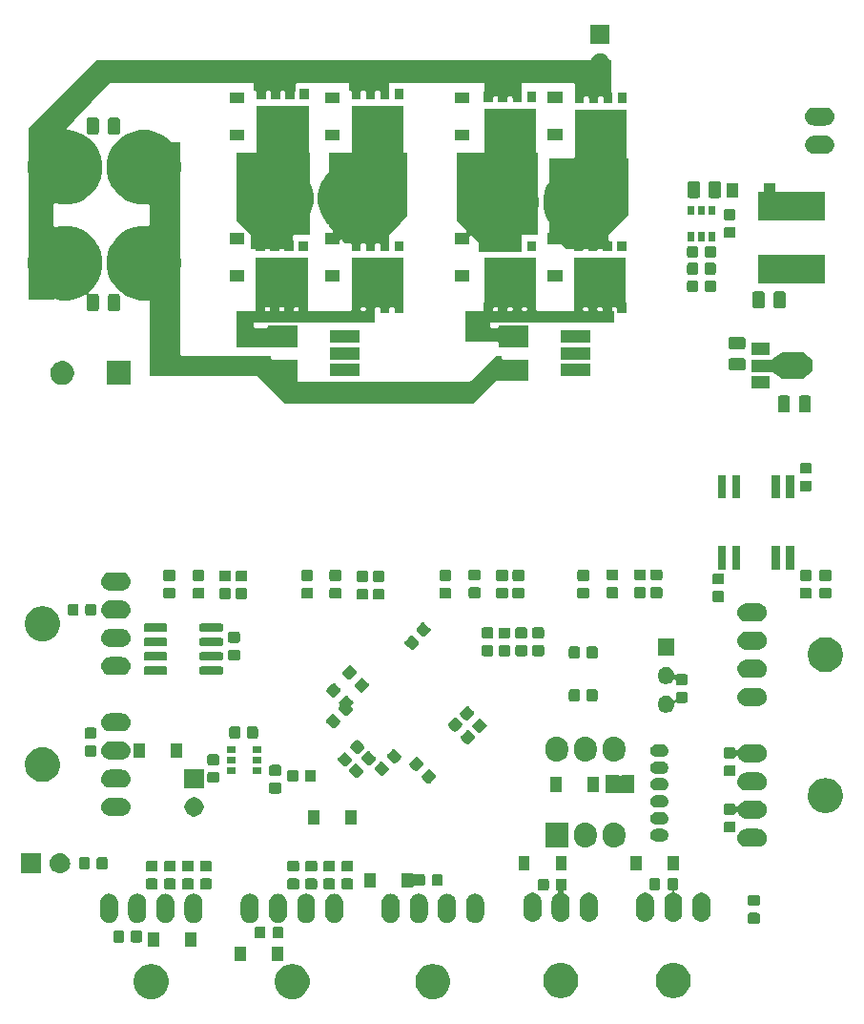
<source format=gbr>
G04 #@! TF.GenerationSoftware,KiCad,Pcbnew,(5.1.4)-1*
G04 #@! TF.CreationDate,2019-10-10T13:45:59+09:00*
G04 #@! TF.ProjectId,MD_Enbarr_x2,4d445f45-6e62-4617-9272-5f78322e6b69,rev?*
G04 #@! TF.SameCoordinates,Original*
G04 #@! TF.FileFunction,Soldermask,Bot*
G04 #@! TF.FilePolarity,Negative*
%FSLAX46Y46*%
G04 Gerber Fmt 4.6, Leading zero omitted, Abs format (unit mm)*
G04 Created by KiCad (PCBNEW (5.1.4)-1) date 2019-10-10 13:45:59*
%MOMM*%
%LPD*%
G04 APERTURE LIST*
%ADD10C,0.100000*%
G04 APERTURE END LIST*
D10*
G36*
X110202585Y-134728802D02*
G01*
X110352410Y-134758604D01*
X110634674Y-134875521D01*
X110888705Y-135045259D01*
X111104741Y-135261295D01*
X111274479Y-135515326D01*
X111391396Y-135797590D01*
X111451000Y-136097240D01*
X111451000Y-136402760D01*
X111391396Y-136702410D01*
X111274479Y-136984674D01*
X111104741Y-137238705D01*
X110888705Y-137454741D01*
X110634674Y-137624479D01*
X110352410Y-137741396D01*
X110202585Y-137771198D01*
X110052761Y-137801000D01*
X109747239Y-137801000D01*
X109597415Y-137771198D01*
X109447590Y-137741396D01*
X109165326Y-137624479D01*
X108911295Y-137454741D01*
X108695259Y-137238705D01*
X108525521Y-136984674D01*
X108408604Y-136702410D01*
X108349000Y-136402760D01*
X108349000Y-136097240D01*
X108408604Y-135797590D01*
X108525521Y-135515326D01*
X108695259Y-135261295D01*
X108911295Y-135045259D01*
X109165326Y-134875521D01*
X109447590Y-134758604D01*
X109597415Y-134728802D01*
X109747239Y-134699000D01*
X110052761Y-134699000D01*
X110202585Y-134728802D01*
X110202585Y-134728802D01*
G37*
G36*
X97702585Y-134728802D02*
G01*
X97852410Y-134758604D01*
X98134674Y-134875521D01*
X98388705Y-135045259D01*
X98604741Y-135261295D01*
X98774479Y-135515326D01*
X98891396Y-135797590D01*
X98951000Y-136097240D01*
X98951000Y-136402760D01*
X98891396Y-136702410D01*
X98774479Y-136984674D01*
X98604741Y-137238705D01*
X98388705Y-137454741D01*
X98134674Y-137624479D01*
X97852410Y-137741396D01*
X97702585Y-137771198D01*
X97552761Y-137801000D01*
X97247239Y-137801000D01*
X97097415Y-137771198D01*
X96947590Y-137741396D01*
X96665326Y-137624479D01*
X96411295Y-137454741D01*
X96195259Y-137238705D01*
X96025521Y-136984674D01*
X95908604Y-136702410D01*
X95849000Y-136402760D01*
X95849000Y-136097240D01*
X95908604Y-135797590D01*
X96025521Y-135515326D01*
X96195259Y-135261295D01*
X96411295Y-135045259D01*
X96665326Y-134875521D01*
X96947590Y-134758604D01*
X97097415Y-134728802D01*
X97247239Y-134699000D01*
X97552761Y-134699000D01*
X97702585Y-134728802D01*
X97702585Y-134728802D01*
G37*
G36*
X85202585Y-134728802D02*
G01*
X85352410Y-134758604D01*
X85634674Y-134875521D01*
X85888705Y-135045259D01*
X86104741Y-135261295D01*
X86274479Y-135515326D01*
X86391396Y-135797590D01*
X86451000Y-136097240D01*
X86451000Y-136402760D01*
X86391396Y-136702410D01*
X86274479Y-136984674D01*
X86104741Y-137238705D01*
X85888705Y-137454741D01*
X85634674Y-137624479D01*
X85352410Y-137741396D01*
X85202585Y-137771198D01*
X85052761Y-137801000D01*
X84747239Y-137801000D01*
X84597415Y-137771198D01*
X84447590Y-137741396D01*
X84165326Y-137624479D01*
X83911295Y-137454741D01*
X83695259Y-137238705D01*
X83525521Y-136984674D01*
X83408604Y-136702410D01*
X83349000Y-136402760D01*
X83349000Y-136097240D01*
X83408604Y-135797590D01*
X83525521Y-135515326D01*
X83695259Y-135261295D01*
X83911295Y-135045259D01*
X84165326Y-134875521D01*
X84447590Y-134758604D01*
X84597415Y-134728802D01*
X84747239Y-134699000D01*
X85052761Y-134699000D01*
X85202585Y-134728802D01*
X85202585Y-134728802D01*
G37*
G36*
X121552585Y-134628802D02*
G01*
X121702410Y-134658604D01*
X121984674Y-134775521D01*
X122238705Y-134945259D01*
X122454741Y-135161295D01*
X122624479Y-135415326D01*
X122741396Y-135697590D01*
X122801000Y-135997240D01*
X122801000Y-136302760D01*
X122741396Y-136602410D01*
X122624479Y-136884674D01*
X122454741Y-137138705D01*
X122238705Y-137354741D01*
X121984674Y-137524479D01*
X121702410Y-137641396D01*
X121552585Y-137671198D01*
X121402761Y-137701000D01*
X121097239Y-137701000D01*
X120947415Y-137671198D01*
X120797590Y-137641396D01*
X120515326Y-137524479D01*
X120261295Y-137354741D01*
X120045259Y-137138705D01*
X119875521Y-136884674D01*
X119758604Y-136602410D01*
X119699000Y-136302760D01*
X119699000Y-135997240D01*
X119758604Y-135697590D01*
X119875521Y-135415326D01*
X120045259Y-135161295D01*
X120261295Y-134945259D01*
X120515326Y-134775521D01*
X120797590Y-134658604D01*
X120947415Y-134628802D01*
X121097239Y-134599000D01*
X121402761Y-134599000D01*
X121552585Y-134628802D01*
X121552585Y-134628802D01*
G37*
G36*
X131552585Y-134628802D02*
G01*
X131702410Y-134658604D01*
X131984674Y-134775521D01*
X132238705Y-134945259D01*
X132454741Y-135161295D01*
X132624479Y-135415326D01*
X132741396Y-135697590D01*
X132801000Y-135997240D01*
X132801000Y-136302760D01*
X132741396Y-136602410D01*
X132624479Y-136884674D01*
X132454741Y-137138705D01*
X132238705Y-137354741D01*
X131984674Y-137524479D01*
X131702410Y-137641396D01*
X131552585Y-137671198D01*
X131402761Y-137701000D01*
X131097239Y-137701000D01*
X130947415Y-137671198D01*
X130797590Y-137641396D01*
X130515326Y-137524479D01*
X130261295Y-137354741D01*
X130045259Y-137138705D01*
X129875521Y-136884674D01*
X129758604Y-136602410D01*
X129699000Y-136302760D01*
X129699000Y-135997240D01*
X129758604Y-135697590D01*
X129875521Y-135415326D01*
X130045259Y-135161295D01*
X130261295Y-134945259D01*
X130515326Y-134775521D01*
X130797590Y-134658604D01*
X130947415Y-134628802D01*
X131097239Y-134599000D01*
X131402761Y-134599000D01*
X131552585Y-134628802D01*
X131552585Y-134628802D01*
G37*
G36*
X93301000Y-134451000D02*
G01*
X92299000Y-134451000D01*
X92299000Y-133149000D01*
X93301000Y-133149000D01*
X93301000Y-134451000D01*
X93301000Y-134451000D01*
G37*
G36*
X96601000Y-134451000D02*
G01*
X95599000Y-134451000D01*
X95599000Y-133149000D01*
X96601000Y-133149000D01*
X96601000Y-134451000D01*
X96601000Y-134451000D01*
G37*
G36*
X88901000Y-133151000D02*
G01*
X87899000Y-133151000D01*
X87899000Y-131849000D01*
X88901000Y-131849000D01*
X88901000Y-133151000D01*
X88901000Y-133151000D01*
G37*
G36*
X85601000Y-133151000D02*
G01*
X84599000Y-133151000D01*
X84599000Y-131849000D01*
X85601000Y-131849000D01*
X85601000Y-133151000D01*
X85601000Y-133151000D01*
G37*
G36*
X83929591Y-131728085D02*
G01*
X83963569Y-131738393D01*
X83994890Y-131755134D01*
X84022339Y-131777661D01*
X84044866Y-131805110D01*
X84061607Y-131836431D01*
X84071915Y-131870409D01*
X84076000Y-131911890D01*
X84076000Y-132588110D01*
X84071915Y-132629591D01*
X84061607Y-132663569D01*
X84044866Y-132694890D01*
X84022339Y-132722339D01*
X83994890Y-132744866D01*
X83963569Y-132761607D01*
X83929591Y-132771915D01*
X83888110Y-132776000D01*
X83286890Y-132776000D01*
X83245409Y-132771915D01*
X83211431Y-132761607D01*
X83180110Y-132744866D01*
X83152661Y-132722339D01*
X83130134Y-132694890D01*
X83113393Y-132663569D01*
X83103085Y-132629591D01*
X83099000Y-132588110D01*
X83099000Y-131911890D01*
X83103085Y-131870409D01*
X83113393Y-131836431D01*
X83130134Y-131805110D01*
X83152661Y-131777661D01*
X83180110Y-131755134D01*
X83211431Y-131738393D01*
X83245409Y-131728085D01*
X83286890Y-131724000D01*
X83888110Y-131724000D01*
X83929591Y-131728085D01*
X83929591Y-131728085D01*
G37*
G36*
X82354591Y-131728085D02*
G01*
X82388569Y-131738393D01*
X82419890Y-131755134D01*
X82447339Y-131777661D01*
X82469866Y-131805110D01*
X82486607Y-131836431D01*
X82496915Y-131870409D01*
X82501000Y-131911890D01*
X82501000Y-132588110D01*
X82496915Y-132629591D01*
X82486607Y-132663569D01*
X82469866Y-132694890D01*
X82447339Y-132722339D01*
X82419890Y-132744866D01*
X82388569Y-132761607D01*
X82354591Y-132771915D01*
X82313110Y-132776000D01*
X81711890Y-132776000D01*
X81670409Y-132771915D01*
X81636431Y-132761607D01*
X81605110Y-132744866D01*
X81577661Y-132722339D01*
X81555134Y-132694890D01*
X81538393Y-132663569D01*
X81528085Y-132629591D01*
X81524000Y-132588110D01*
X81524000Y-131911890D01*
X81528085Y-131870409D01*
X81538393Y-131836431D01*
X81555134Y-131805110D01*
X81577661Y-131777661D01*
X81605110Y-131755134D01*
X81636431Y-131738393D01*
X81670409Y-131728085D01*
X81711890Y-131724000D01*
X82313110Y-131724000D01*
X82354591Y-131728085D01*
X82354591Y-131728085D01*
G37*
G36*
X94904591Y-131378085D02*
G01*
X94938569Y-131388393D01*
X94969890Y-131405134D01*
X94997339Y-131427661D01*
X95019866Y-131455110D01*
X95036607Y-131486431D01*
X95046915Y-131520409D01*
X95051000Y-131561890D01*
X95051000Y-132238110D01*
X95046915Y-132279591D01*
X95036607Y-132313569D01*
X95019866Y-132344890D01*
X94997339Y-132372339D01*
X94969890Y-132394866D01*
X94938569Y-132411607D01*
X94904591Y-132421915D01*
X94863110Y-132426000D01*
X94261890Y-132426000D01*
X94220409Y-132421915D01*
X94186431Y-132411607D01*
X94155110Y-132394866D01*
X94127661Y-132372339D01*
X94105134Y-132344890D01*
X94088393Y-132313569D01*
X94078085Y-132279591D01*
X94074000Y-132238110D01*
X94074000Y-131561890D01*
X94078085Y-131520409D01*
X94088393Y-131486431D01*
X94105134Y-131455110D01*
X94127661Y-131427661D01*
X94155110Y-131405134D01*
X94186431Y-131388393D01*
X94220409Y-131378085D01*
X94261890Y-131374000D01*
X94863110Y-131374000D01*
X94904591Y-131378085D01*
X94904591Y-131378085D01*
G37*
G36*
X96479591Y-131378085D02*
G01*
X96513569Y-131388393D01*
X96544890Y-131405134D01*
X96572339Y-131427661D01*
X96594866Y-131455110D01*
X96611607Y-131486431D01*
X96621915Y-131520409D01*
X96626000Y-131561890D01*
X96626000Y-132238110D01*
X96621915Y-132279591D01*
X96611607Y-132313569D01*
X96594866Y-132344890D01*
X96572339Y-132372339D01*
X96544890Y-132394866D01*
X96513569Y-132411607D01*
X96479591Y-132421915D01*
X96438110Y-132426000D01*
X95836890Y-132426000D01*
X95795409Y-132421915D01*
X95761431Y-132411607D01*
X95730110Y-132394866D01*
X95702661Y-132372339D01*
X95680134Y-132344890D01*
X95663393Y-132313569D01*
X95653085Y-132279591D01*
X95649000Y-132238110D01*
X95649000Y-131561890D01*
X95653085Y-131520409D01*
X95663393Y-131486431D01*
X95680134Y-131455110D01*
X95702661Y-131427661D01*
X95730110Y-131405134D01*
X95761431Y-131388393D01*
X95795409Y-131378085D01*
X95836890Y-131374000D01*
X96438110Y-131374000D01*
X96479591Y-131378085D01*
X96479591Y-131378085D01*
G37*
G36*
X138779591Y-130153085D02*
G01*
X138813569Y-130163393D01*
X138844890Y-130180134D01*
X138872339Y-130202661D01*
X138894866Y-130230110D01*
X138911607Y-130261431D01*
X138921915Y-130295409D01*
X138926000Y-130336890D01*
X138926000Y-130938110D01*
X138921915Y-130979591D01*
X138911607Y-131013569D01*
X138894866Y-131044890D01*
X138872339Y-131072339D01*
X138844890Y-131094866D01*
X138813569Y-131111607D01*
X138779591Y-131121915D01*
X138738110Y-131126000D01*
X138061890Y-131126000D01*
X138020409Y-131121915D01*
X137986431Y-131111607D01*
X137955110Y-131094866D01*
X137927661Y-131072339D01*
X137905134Y-131044890D01*
X137888393Y-131013569D01*
X137878085Y-130979591D01*
X137874000Y-130938110D01*
X137874000Y-130336890D01*
X137878085Y-130295409D01*
X137888393Y-130261431D01*
X137905134Y-130230110D01*
X137927661Y-130202661D01*
X137955110Y-130180134D01*
X137986431Y-130163393D01*
X138020409Y-130153085D01*
X138061890Y-130149000D01*
X138738110Y-130149000D01*
X138779591Y-130153085D01*
X138779591Y-130153085D01*
G37*
G36*
X81307022Y-128460590D02*
G01*
X81407681Y-128491125D01*
X81458012Y-128506392D01*
X81584496Y-128574000D01*
X81597164Y-128580771D01*
X81719133Y-128680867D01*
X81737162Y-128702836D01*
X81819229Y-128802835D01*
X81893608Y-128941987D01*
X81908875Y-128992318D01*
X81939410Y-129092977D01*
X81951000Y-129210655D01*
X81951000Y-130289345D01*
X81939410Y-130407023D01*
X81923942Y-130458013D01*
X81893608Y-130558013D01*
X81819229Y-130697165D01*
X81719133Y-130819133D01*
X81597165Y-130919229D01*
X81458013Y-130993608D01*
X81407682Y-131008875D01*
X81307023Y-131039410D01*
X81150000Y-131054875D01*
X80992978Y-131039410D01*
X80892319Y-131008875D01*
X80841988Y-130993608D01*
X80702836Y-130919229D01*
X80580868Y-130819133D01*
X80480772Y-130697165D01*
X80406393Y-130558013D01*
X80376059Y-130458013D01*
X80360591Y-130407023D01*
X80349001Y-130289345D01*
X80349000Y-129210656D01*
X80360590Y-129092978D01*
X80406392Y-128941989D01*
X80406392Y-128941988D01*
X80480771Y-128802836D01*
X80514374Y-128761890D01*
X80580867Y-128680867D01*
X80702835Y-128580771D01*
X80715503Y-128574000D01*
X80841987Y-128506392D01*
X80892318Y-128491125D01*
X80992977Y-128460590D01*
X81150000Y-128445125D01*
X81307022Y-128460590D01*
X81307022Y-128460590D01*
G37*
G36*
X101307022Y-128460590D02*
G01*
X101407681Y-128491125D01*
X101458012Y-128506392D01*
X101584496Y-128574000D01*
X101597164Y-128580771D01*
X101719133Y-128680867D01*
X101737162Y-128702836D01*
X101819229Y-128802835D01*
X101893608Y-128941987D01*
X101908875Y-128992318D01*
X101939410Y-129092977D01*
X101951000Y-129210655D01*
X101951000Y-130289345D01*
X101939410Y-130407023D01*
X101923942Y-130458013D01*
X101893608Y-130558013D01*
X101819229Y-130697165D01*
X101719133Y-130819133D01*
X101597165Y-130919229D01*
X101458013Y-130993608D01*
X101407682Y-131008875D01*
X101307023Y-131039410D01*
X101150000Y-131054875D01*
X100992978Y-131039410D01*
X100892319Y-131008875D01*
X100841988Y-130993608D01*
X100702836Y-130919229D01*
X100580868Y-130819133D01*
X100480772Y-130697165D01*
X100406393Y-130558013D01*
X100376059Y-130458013D01*
X100360591Y-130407023D01*
X100349001Y-130289345D01*
X100349000Y-129210656D01*
X100360590Y-129092978D01*
X100406392Y-128941989D01*
X100406392Y-128941988D01*
X100480771Y-128802836D01*
X100514374Y-128761890D01*
X100580867Y-128680867D01*
X100702835Y-128580771D01*
X100715503Y-128574000D01*
X100841987Y-128506392D01*
X100892318Y-128491125D01*
X100992977Y-128460590D01*
X101150000Y-128445125D01*
X101307022Y-128460590D01*
X101307022Y-128460590D01*
G37*
G36*
X83807022Y-128460590D02*
G01*
X83907681Y-128491125D01*
X83958012Y-128506392D01*
X84084496Y-128574000D01*
X84097164Y-128580771D01*
X84219133Y-128680867D01*
X84237162Y-128702836D01*
X84319229Y-128802835D01*
X84393608Y-128941987D01*
X84408875Y-128992318D01*
X84439410Y-129092977D01*
X84451000Y-129210655D01*
X84451000Y-130289345D01*
X84439410Y-130407023D01*
X84423942Y-130458013D01*
X84393608Y-130558013D01*
X84319229Y-130697165D01*
X84219133Y-130819133D01*
X84097165Y-130919229D01*
X83958013Y-130993608D01*
X83907682Y-131008875D01*
X83807023Y-131039410D01*
X83650000Y-131054875D01*
X83492978Y-131039410D01*
X83392319Y-131008875D01*
X83341988Y-130993608D01*
X83202836Y-130919229D01*
X83080868Y-130819133D01*
X82980772Y-130697165D01*
X82906393Y-130558013D01*
X82876059Y-130458013D01*
X82860591Y-130407023D01*
X82849001Y-130289345D01*
X82849000Y-129210656D01*
X82860590Y-129092978D01*
X82906392Y-128941989D01*
X82906392Y-128941988D01*
X82980771Y-128802836D01*
X83014374Y-128761890D01*
X83080867Y-128680867D01*
X83202835Y-128580771D01*
X83215503Y-128574000D01*
X83341987Y-128506392D01*
X83392318Y-128491125D01*
X83492977Y-128460590D01*
X83650000Y-128445125D01*
X83807022Y-128460590D01*
X83807022Y-128460590D01*
G37*
G36*
X113807022Y-128460590D02*
G01*
X113907681Y-128491125D01*
X113958012Y-128506392D01*
X114084496Y-128574000D01*
X114097164Y-128580771D01*
X114219133Y-128680867D01*
X114237162Y-128702836D01*
X114319229Y-128802835D01*
X114393608Y-128941987D01*
X114408875Y-128992318D01*
X114439410Y-129092977D01*
X114451000Y-129210655D01*
X114451000Y-130289345D01*
X114439410Y-130407023D01*
X114423942Y-130458013D01*
X114393608Y-130558013D01*
X114319229Y-130697165D01*
X114219133Y-130819133D01*
X114097165Y-130919229D01*
X113958013Y-130993608D01*
X113907682Y-131008875D01*
X113807023Y-131039410D01*
X113650000Y-131054875D01*
X113492978Y-131039410D01*
X113392319Y-131008875D01*
X113341988Y-130993608D01*
X113202836Y-130919229D01*
X113080868Y-130819133D01*
X112980772Y-130697165D01*
X112906393Y-130558013D01*
X112876059Y-130458013D01*
X112860591Y-130407023D01*
X112849001Y-130289345D01*
X112849000Y-129210656D01*
X112860590Y-129092978D01*
X112906392Y-128941989D01*
X112906392Y-128941988D01*
X112980771Y-128802836D01*
X113014374Y-128761890D01*
X113080867Y-128680867D01*
X113202835Y-128580771D01*
X113215503Y-128574000D01*
X113341987Y-128506392D01*
X113392318Y-128491125D01*
X113492977Y-128460590D01*
X113650000Y-128445125D01*
X113807022Y-128460590D01*
X113807022Y-128460590D01*
G37*
G36*
X111307022Y-128460590D02*
G01*
X111407681Y-128491125D01*
X111458012Y-128506392D01*
X111584496Y-128574000D01*
X111597164Y-128580771D01*
X111719133Y-128680867D01*
X111737162Y-128702836D01*
X111819229Y-128802835D01*
X111893608Y-128941987D01*
X111908875Y-128992318D01*
X111939410Y-129092977D01*
X111951000Y-129210655D01*
X111951000Y-130289345D01*
X111939410Y-130407023D01*
X111923942Y-130458013D01*
X111893608Y-130558013D01*
X111819229Y-130697165D01*
X111719133Y-130819133D01*
X111597165Y-130919229D01*
X111458013Y-130993608D01*
X111407682Y-131008875D01*
X111307023Y-131039410D01*
X111150000Y-131054875D01*
X110992978Y-131039410D01*
X110892319Y-131008875D01*
X110841988Y-130993608D01*
X110702836Y-130919229D01*
X110580868Y-130819133D01*
X110480772Y-130697165D01*
X110406393Y-130558013D01*
X110376059Y-130458013D01*
X110360591Y-130407023D01*
X110349001Y-130289345D01*
X110349000Y-129210656D01*
X110360590Y-129092978D01*
X110406392Y-128941989D01*
X110406392Y-128941988D01*
X110480771Y-128802836D01*
X110514374Y-128761890D01*
X110580867Y-128680867D01*
X110702835Y-128580771D01*
X110715503Y-128574000D01*
X110841987Y-128506392D01*
X110892318Y-128491125D01*
X110992977Y-128460590D01*
X111150000Y-128445125D01*
X111307022Y-128460590D01*
X111307022Y-128460590D01*
G37*
G36*
X108807022Y-128460590D02*
G01*
X108907681Y-128491125D01*
X108958012Y-128506392D01*
X109084496Y-128574000D01*
X109097164Y-128580771D01*
X109219133Y-128680867D01*
X109237162Y-128702836D01*
X109319229Y-128802835D01*
X109393608Y-128941987D01*
X109408875Y-128992318D01*
X109439410Y-129092977D01*
X109451000Y-129210655D01*
X109451000Y-130289345D01*
X109439410Y-130407023D01*
X109423942Y-130458013D01*
X109393608Y-130558013D01*
X109319229Y-130697165D01*
X109219133Y-130819133D01*
X109097165Y-130919229D01*
X108958013Y-130993608D01*
X108907682Y-131008875D01*
X108807023Y-131039410D01*
X108650000Y-131054875D01*
X108492978Y-131039410D01*
X108392319Y-131008875D01*
X108341988Y-130993608D01*
X108202836Y-130919229D01*
X108080868Y-130819133D01*
X107980772Y-130697165D01*
X107906393Y-130558013D01*
X107876059Y-130458013D01*
X107860591Y-130407023D01*
X107849001Y-130289345D01*
X107849000Y-129210656D01*
X107860590Y-129092978D01*
X107906392Y-128941989D01*
X107906392Y-128941988D01*
X107980771Y-128802836D01*
X108014374Y-128761890D01*
X108080867Y-128680867D01*
X108202835Y-128580771D01*
X108215503Y-128574000D01*
X108341987Y-128506392D01*
X108392318Y-128491125D01*
X108492977Y-128460590D01*
X108650000Y-128445125D01*
X108807022Y-128460590D01*
X108807022Y-128460590D01*
G37*
G36*
X93807022Y-128460590D02*
G01*
X93907681Y-128491125D01*
X93958012Y-128506392D01*
X94084496Y-128574000D01*
X94097164Y-128580771D01*
X94219133Y-128680867D01*
X94237162Y-128702836D01*
X94319229Y-128802835D01*
X94393608Y-128941987D01*
X94408875Y-128992318D01*
X94439410Y-129092977D01*
X94451000Y-129210655D01*
X94451000Y-130289345D01*
X94439410Y-130407023D01*
X94423942Y-130458013D01*
X94393608Y-130558013D01*
X94319229Y-130697165D01*
X94219133Y-130819133D01*
X94097165Y-130919229D01*
X93958013Y-130993608D01*
X93907682Y-131008875D01*
X93807023Y-131039410D01*
X93650000Y-131054875D01*
X93492978Y-131039410D01*
X93392319Y-131008875D01*
X93341988Y-130993608D01*
X93202836Y-130919229D01*
X93080868Y-130819133D01*
X92980772Y-130697165D01*
X92906393Y-130558013D01*
X92876059Y-130458013D01*
X92860591Y-130407023D01*
X92849001Y-130289345D01*
X92849000Y-129210656D01*
X92860590Y-129092978D01*
X92906392Y-128941989D01*
X92906392Y-128941988D01*
X92980771Y-128802836D01*
X93014374Y-128761890D01*
X93080867Y-128680867D01*
X93202835Y-128580771D01*
X93215503Y-128574000D01*
X93341987Y-128506392D01*
X93392318Y-128491125D01*
X93492977Y-128460590D01*
X93650000Y-128445125D01*
X93807022Y-128460590D01*
X93807022Y-128460590D01*
G37*
G36*
X96307022Y-128460590D02*
G01*
X96407681Y-128491125D01*
X96458012Y-128506392D01*
X96584496Y-128574000D01*
X96597164Y-128580771D01*
X96719133Y-128680867D01*
X96737162Y-128702836D01*
X96819229Y-128802835D01*
X96893608Y-128941987D01*
X96908875Y-128992318D01*
X96939410Y-129092977D01*
X96951000Y-129210655D01*
X96951000Y-130289345D01*
X96939410Y-130407023D01*
X96923942Y-130458013D01*
X96893608Y-130558013D01*
X96819229Y-130697165D01*
X96719133Y-130819133D01*
X96597165Y-130919229D01*
X96458013Y-130993608D01*
X96407682Y-131008875D01*
X96307023Y-131039410D01*
X96150000Y-131054875D01*
X95992978Y-131039410D01*
X95892319Y-131008875D01*
X95841988Y-130993608D01*
X95702836Y-130919229D01*
X95580868Y-130819133D01*
X95480772Y-130697165D01*
X95406393Y-130558013D01*
X95376059Y-130458013D01*
X95360591Y-130407023D01*
X95349001Y-130289345D01*
X95349000Y-129210656D01*
X95360590Y-129092978D01*
X95406392Y-128941989D01*
X95406392Y-128941988D01*
X95480771Y-128802836D01*
X95514374Y-128761890D01*
X95580867Y-128680867D01*
X95702835Y-128580771D01*
X95715503Y-128574000D01*
X95841987Y-128506392D01*
X95892318Y-128491125D01*
X95992977Y-128460590D01*
X96150000Y-128445125D01*
X96307022Y-128460590D01*
X96307022Y-128460590D01*
G37*
G36*
X98807022Y-128460590D02*
G01*
X98907681Y-128491125D01*
X98958012Y-128506392D01*
X99084496Y-128574000D01*
X99097164Y-128580771D01*
X99219133Y-128680867D01*
X99237162Y-128702836D01*
X99319229Y-128802835D01*
X99393608Y-128941987D01*
X99408875Y-128992318D01*
X99439410Y-129092977D01*
X99451000Y-129210655D01*
X99451000Y-130289345D01*
X99439410Y-130407023D01*
X99423942Y-130458013D01*
X99393608Y-130558013D01*
X99319229Y-130697165D01*
X99219133Y-130819133D01*
X99097165Y-130919229D01*
X98958013Y-130993608D01*
X98907682Y-131008875D01*
X98807023Y-131039410D01*
X98650000Y-131054875D01*
X98492978Y-131039410D01*
X98392319Y-131008875D01*
X98341988Y-130993608D01*
X98202836Y-130919229D01*
X98080868Y-130819133D01*
X97980772Y-130697165D01*
X97906393Y-130558013D01*
X97876059Y-130458013D01*
X97860591Y-130407023D01*
X97849001Y-130289345D01*
X97849000Y-129210656D01*
X97860590Y-129092978D01*
X97906392Y-128941989D01*
X97906392Y-128941988D01*
X97980771Y-128802836D01*
X98014374Y-128761890D01*
X98080867Y-128680867D01*
X98202835Y-128580771D01*
X98215503Y-128574000D01*
X98341987Y-128506392D01*
X98392318Y-128491125D01*
X98492977Y-128460590D01*
X98650000Y-128445125D01*
X98807022Y-128460590D01*
X98807022Y-128460590D01*
G37*
G36*
X88807022Y-128460590D02*
G01*
X88907681Y-128491125D01*
X88958012Y-128506392D01*
X89084496Y-128574000D01*
X89097164Y-128580771D01*
X89219133Y-128680867D01*
X89237162Y-128702836D01*
X89319229Y-128802835D01*
X89393608Y-128941987D01*
X89408875Y-128992318D01*
X89439410Y-129092977D01*
X89451000Y-129210655D01*
X89451000Y-130289345D01*
X89439410Y-130407023D01*
X89423942Y-130458013D01*
X89393608Y-130558013D01*
X89319229Y-130697165D01*
X89219133Y-130819133D01*
X89097165Y-130919229D01*
X88958013Y-130993608D01*
X88907682Y-131008875D01*
X88807023Y-131039410D01*
X88650000Y-131054875D01*
X88492978Y-131039410D01*
X88392319Y-131008875D01*
X88341988Y-130993608D01*
X88202836Y-130919229D01*
X88080868Y-130819133D01*
X87980772Y-130697165D01*
X87906393Y-130558013D01*
X87876059Y-130458013D01*
X87860591Y-130407023D01*
X87849001Y-130289345D01*
X87849000Y-129210656D01*
X87860590Y-129092978D01*
X87906392Y-128941989D01*
X87906392Y-128941988D01*
X87980771Y-128802836D01*
X88014374Y-128761890D01*
X88080867Y-128680867D01*
X88202835Y-128580771D01*
X88215503Y-128574000D01*
X88341987Y-128506392D01*
X88392318Y-128491125D01*
X88492977Y-128460590D01*
X88650000Y-128445125D01*
X88807022Y-128460590D01*
X88807022Y-128460590D01*
G37*
G36*
X106307022Y-128460590D02*
G01*
X106407681Y-128491125D01*
X106458012Y-128506392D01*
X106584496Y-128574000D01*
X106597164Y-128580771D01*
X106719133Y-128680867D01*
X106737162Y-128702836D01*
X106819229Y-128802835D01*
X106893608Y-128941987D01*
X106908875Y-128992318D01*
X106939410Y-129092977D01*
X106951000Y-129210655D01*
X106951000Y-130289345D01*
X106939410Y-130407023D01*
X106923942Y-130458013D01*
X106893608Y-130558013D01*
X106819229Y-130697165D01*
X106719133Y-130819133D01*
X106597165Y-130919229D01*
X106458013Y-130993608D01*
X106407682Y-131008875D01*
X106307023Y-131039410D01*
X106150000Y-131054875D01*
X105992978Y-131039410D01*
X105892319Y-131008875D01*
X105841988Y-130993608D01*
X105702836Y-130919229D01*
X105580868Y-130819133D01*
X105480772Y-130697165D01*
X105406393Y-130558013D01*
X105376059Y-130458013D01*
X105360591Y-130407023D01*
X105349001Y-130289345D01*
X105349000Y-129210656D01*
X105360590Y-129092978D01*
X105406392Y-128941989D01*
X105406392Y-128941988D01*
X105480771Y-128802836D01*
X105514374Y-128761890D01*
X105580867Y-128680867D01*
X105702835Y-128580771D01*
X105715503Y-128574000D01*
X105841987Y-128506392D01*
X105892318Y-128491125D01*
X105992977Y-128460590D01*
X106150000Y-128445125D01*
X106307022Y-128460590D01*
X106307022Y-128460590D01*
G37*
G36*
X86307022Y-128460590D02*
G01*
X86407681Y-128491125D01*
X86458012Y-128506392D01*
X86584496Y-128574000D01*
X86597164Y-128580771D01*
X86719133Y-128680867D01*
X86737162Y-128702836D01*
X86819229Y-128802835D01*
X86893608Y-128941987D01*
X86908875Y-128992318D01*
X86939410Y-129092977D01*
X86951000Y-129210655D01*
X86951000Y-130289345D01*
X86939410Y-130407023D01*
X86923942Y-130458013D01*
X86893608Y-130558013D01*
X86819229Y-130697165D01*
X86719133Y-130819133D01*
X86597165Y-130919229D01*
X86458013Y-130993608D01*
X86407682Y-131008875D01*
X86307023Y-131039410D01*
X86150000Y-131054875D01*
X85992978Y-131039410D01*
X85892319Y-131008875D01*
X85841988Y-130993608D01*
X85702836Y-130919229D01*
X85580868Y-130819133D01*
X85480772Y-130697165D01*
X85406393Y-130558013D01*
X85376059Y-130458013D01*
X85360591Y-130407023D01*
X85349001Y-130289345D01*
X85349000Y-129210656D01*
X85360590Y-129092978D01*
X85406392Y-128941989D01*
X85406392Y-128941988D01*
X85480771Y-128802836D01*
X85514374Y-128761890D01*
X85580867Y-128680867D01*
X85702835Y-128580771D01*
X85715503Y-128574000D01*
X85841987Y-128506392D01*
X85892318Y-128491125D01*
X85992977Y-128460590D01*
X86150000Y-128445125D01*
X86307022Y-128460590D01*
X86307022Y-128460590D01*
G37*
G36*
X133907022Y-128360590D02*
G01*
X133988338Y-128385257D01*
X134058012Y-128406392D01*
X134159408Y-128460590D01*
X134197164Y-128480771D01*
X134319133Y-128580867D01*
X134380062Y-128655110D01*
X134419229Y-128702835D01*
X134493608Y-128841987D01*
X134508875Y-128892318D01*
X134539410Y-128992977D01*
X134551000Y-129110655D01*
X134551000Y-130189345D01*
X134539410Y-130307023D01*
X134530350Y-130336890D01*
X134493608Y-130458013D01*
X134419229Y-130597165D01*
X134319133Y-130719133D01*
X134197165Y-130819229D01*
X134058013Y-130893608D01*
X134007682Y-130908875D01*
X133907023Y-130939410D01*
X133750000Y-130954875D01*
X133592978Y-130939410D01*
X133492319Y-130908875D01*
X133441988Y-130893608D01*
X133302836Y-130819229D01*
X133180868Y-130719133D01*
X133080772Y-130597165D01*
X133006393Y-130458013D01*
X132969651Y-130336890D01*
X132960591Y-130307023D01*
X132949001Y-130189345D01*
X132949000Y-129110656D01*
X132960590Y-128992978D01*
X133006392Y-128841989D01*
X133006392Y-128841988D01*
X133080771Y-128702836D01*
X133094234Y-128686431D01*
X133180867Y-128580867D01*
X133302835Y-128480771D01*
X133340591Y-128460590D01*
X133441987Y-128406392D01*
X133511661Y-128385257D01*
X133592977Y-128360590D01*
X133750000Y-128345125D01*
X133907022Y-128360590D01*
X133907022Y-128360590D01*
G37*
G36*
X131529591Y-127078085D02*
G01*
X131563569Y-127088393D01*
X131594890Y-127105134D01*
X131622339Y-127127661D01*
X131644866Y-127155110D01*
X131661607Y-127186431D01*
X131671915Y-127220409D01*
X131676000Y-127261890D01*
X131676000Y-127938110D01*
X131671915Y-127979591D01*
X131661607Y-128013569D01*
X131644866Y-128044890D01*
X131622339Y-128072339D01*
X131594890Y-128094866D01*
X131563569Y-128111607D01*
X131529591Y-128121915D01*
X131488110Y-128126000D01*
X131476357Y-128126000D01*
X131451971Y-128128402D01*
X131428522Y-128135515D01*
X131406911Y-128147066D01*
X131387969Y-128162611D01*
X131372424Y-128181553D01*
X131360873Y-128203164D01*
X131353760Y-128226613D01*
X131351358Y-128250999D01*
X131353760Y-128275385D01*
X131360873Y-128298834D01*
X131372424Y-128320445D01*
X131387969Y-128339387D01*
X131406911Y-128354932D01*
X131428522Y-128366483D01*
X131440065Y-128370613D01*
X131488338Y-128385257D01*
X131558012Y-128406392D01*
X131659408Y-128460590D01*
X131697164Y-128480771D01*
X131819133Y-128580867D01*
X131880062Y-128655110D01*
X131919229Y-128702835D01*
X131993608Y-128841987D01*
X132008875Y-128892318D01*
X132039410Y-128992977D01*
X132051000Y-129110655D01*
X132051000Y-130189345D01*
X132039410Y-130307023D01*
X132030350Y-130336890D01*
X131993608Y-130458013D01*
X131919229Y-130597165D01*
X131819133Y-130719133D01*
X131697165Y-130819229D01*
X131558013Y-130893608D01*
X131507682Y-130908875D01*
X131407023Y-130939410D01*
X131250000Y-130954875D01*
X131092978Y-130939410D01*
X130992319Y-130908875D01*
X130941988Y-130893608D01*
X130802836Y-130819229D01*
X130680868Y-130719133D01*
X130580772Y-130597165D01*
X130506393Y-130458013D01*
X130469651Y-130336890D01*
X130460591Y-130307023D01*
X130449001Y-130189345D01*
X130449000Y-129110656D01*
X130460590Y-128992978D01*
X130506392Y-128841989D01*
X130506392Y-128841988D01*
X130580771Y-128702836D01*
X130594234Y-128686431D01*
X130680867Y-128580867D01*
X130802835Y-128480771D01*
X130840591Y-128460590D01*
X130941987Y-128406392D01*
X131011661Y-128385257D01*
X131059931Y-128370615D01*
X131082566Y-128361238D01*
X131102940Y-128347625D01*
X131120267Y-128330298D01*
X131133881Y-128309923D01*
X131143258Y-128287285D01*
X131148039Y-128263251D01*
X131148039Y-128238747D01*
X131143259Y-128214714D01*
X131133881Y-128192075D01*
X131120268Y-128171701D01*
X131102941Y-128154374D01*
X131082566Y-128140760D01*
X131059928Y-128131383D01*
X131035894Y-128126602D01*
X131023642Y-128126000D01*
X130886890Y-128126000D01*
X130845409Y-128121915D01*
X130811431Y-128111607D01*
X130780110Y-128094866D01*
X130752661Y-128072339D01*
X130730134Y-128044890D01*
X130713393Y-128013569D01*
X130703085Y-127979591D01*
X130699000Y-127938110D01*
X130699000Y-127261890D01*
X130703085Y-127220409D01*
X130713393Y-127186431D01*
X130730134Y-127155110D01*
X130752661Y-127127661D01*
X130780110Y-127105134D01*
X130811431Y-127088393D01*
X130845409Y-127078085D01*
X130886890Y-127074000D01*
X131488110Y-127074000D01*
X131529591Y-127078085D01*
X131529591Y-127078085D01*
G37*
G36*
X128907022Y-128360590D02*
G01*
X128988338Y-128385257D01*
X129058012Y-128406392D01*
X129159408Y-128460590D01*
X129197164Y-128480771D01*
X129319133Y-128580867D01*
X129380062Y-128655110D01*
X129419229Y-128702835D01*
X129493608Y-128841987D01*
X129508875Y-128892318D01*
X129539410Y-128992977D01*
X129551000Y-129110655D01*
X129551000Y-130189345D01*
X129539410Y-130307023D01*
X129530350Y-130336890D01*
X129493608Y-130458013D01*
X129419229Y-130597165D01*
X129319133Y-130719133D01*
X129197165Y-130819229D01*
X129058013Y-130893608D01*
X129007682Y-130908875D01*
X128907023Y-130939410D01*
X128750000Y-130954875D01*
X128592978Y-130939410D01*
X128492319Y-130908875D01*
X128441988Y-130893608D01*
X128302836Y-130819229D01*
X128180868Y-130719133D01*
X128080772Y-130597165D01*
X128006393Y-130458013D01*
X127969651Y-130336890D01*
X127960591Y-130307023D01*
X127949001Y-130189345D01*
X127949000Y-129110656D01*
X127960590Y-128992978D01*
X128006392Y-128841989D01*
X128006392Y-128841988D01*
X128080771Y-128702836D01*
X128094234Y-128686431D01*
X128180867Y-128580867D01*
X128302835Y-128480771D01*
X128340591Y-128460590D01*
X128441987Y-128406392D01*
X128511661Y-128385257D01*
X128592977Y-128360590D01*
X128750000Y-128345125D01*
X128907022Y-128360590D01*
X128907022Y-128360590D01*
G37*
G36*
X118907022Y-128360590D02*
G01*
X118988338Y-128385257D01*
X119058012Y-128406392D01*
X119159408Y-128460590D01*
X119197164Y-128480771D01*
X119319133Y-128580867D01*
X119380062Y-128655110D01*
X119419229Y-128702835D01*
X119493608Y-128841987D01*
X119508875Y-128892318D01*
X119539410Y-128992977D01*
X119551000Y-129110655D01*
X119551000Y-130189345D01*
X119539410Y-130307023D01*
X119530350Y-130336890D01*
X119493608Y-130458013D01*
X119419229Y-130597165D01*
X119319133Y-130719133D01*
X119197165Y-130819229D01*
X119058013Y-130893608D01*
X119007682Y-130908875D01*
X118907023Y-130939410D01*
X118750000Y-130954875D01*
X118592978Y-130939410D01*
X118492319Y-130908875D01*
X118441988Y-130893608D01*
X118302836Y-130819229D01*
X118180868Y-130719133D01*
X118080772Y-130597165D01*
X118006393Y-130458013D01*
X117969651Y-130336890D01*
X117960591Y-130307023D01*
X117949001Y-130189345D01*
X117949000Y-129110656D01*
X117960590Y-128992978D01*
X118006392Y-128841989D01*
X118006392Y-128841988D01*
X118080771Y-128702836D01*
X118094234Y-128686431D01*
X118180867Y-128580867D01*
X118302835Y-128480771D01*
X118340591Y-128460590D01*
X118441987Y-128406392D01*
X118511661Y-128385257D01*
X118592977Y-128360590D01*
X118750000Y-128345125D01*
X118907022Y-128360590D01*
X118907022Y-128360590D01*
G37*
G36*
X121629591Y-127128085D02*
G01*
X121663569Y-127138393D01*
X121694890Y-127155134D01*
X121722339Y-127177661D01*
X121744866Y-127205110D01*
X121761607Y-127236431D01*
X121771915Y-127270409D01*
X121776000Y-127311890D01*
X121776000Y-127988110D01*
X121771915Y-128029591D01*
X121761607Y-128063569D01*
X121744866Y-128094890D01*
X121722339Y-128122339D01*
X121694890Y-128144866D01*
X121663569Y-128161607D01*
X121629591Y-128171915D01*
X121608811Y-128173961D01*
X121584778Y-128178741D01*
X121562139Y-128188118D01*
X121541765Y-128201732D01*
X121524437Y-128219058D01*
X121510823Y-128239433D01*
X121501446Y-128262071D01*
X121496665Y-128286105D01*
X121496665Y-128310609D01*
X121501445Y-128334642D01*
X121510822Y-128357281D01*
X121524436Y-128377655D01*
X121541762Y-128394983D01*
X121562137Y-128408597D01*
X121659408Y-128460590D01*
X121697164Y-128480771D01*
X121819133Y-128580867D01*
X121880062Y-128655110D01*
X121919229Y-128702835D01*
X121993608Y-128841987D01*
X122008875Y-128892318D01*
X122039410Y-128992977D01*
X122051000Y-129110655D01*
X122051000Y-130189345D01*
X122039410Y-130307023D01*
X122030350Y-130336890D01*
X121993608Y-130458013D01*
X121919229Y-130597165D01*
X121819133Y-130719133D01*
X121697165Y-130819229D01*
X121558013Y-130893608D01*
X121507682Y-130908875D01*
X121407023Y-130939410D01*
X121250000Y-130954875D01*
X121092978Y-130939410D01*
X120992319Y-130908875D01*
X120941988Y-130893608D01*
X120802836Y-130819229D01*
X120680868Y-130719133D01*
X120580772Y-130597165D01*
X120506393Y-130458013D01*
X120469651Y-130336890D01*
X120460591Y-130307023D01*
X120449001Y-130189345D01*
X120449000Y-129110656D01*
X120460590Y-128992978D01*
X120506392Y-128841989D01*
X120506392Y-128841988D01*
X120580771Y-128702836D01*
X120594234Y-128686431D01*
X120680867Y-128580867D01*
X120802835Y-128480771D01*
X120840591Y-128460590D01*
X120947635Y-128403373D01*
X120958501Y-128398872D01*
X120978875Y-128385257D01*
X120996202Y-128367930D01*
X121009815Y-128347555D01*
X121019192Y-128324916D01*
X121023971Y-128300882D01*
X121023971Y-128276378D01*
X121019190Y-128252345D01*
X121009812Y-128229707D01*
X120996197Y-128209333D01*
X120978870Y-128192006D01*
X120958495Y-128178393D01*
X120935860Y-128169018D01*
X120911431Y-128161608D01*
X120880110Y-128144866D01*
X120852661Y-128122339D01*
X120830134Y-128094890D01*
X120813393Y-128063569D01*
X120803085Y-128029591D01*
X120799000Y-127988110D01*
X120799000Y-127311890D01*
X120803085Y-127270409D01*
X120813393Y-127236431D01*
X120830134Y-127205110D01*
X120852661Y-127177661D01*
X120880110Y-127155134D01*
X120911431Y-127138393D01*
X120945409Y-127128085D01*
X120986890Y-127124000D01*
X121588110Y-127124000D01*
X121629591Y-127128085D01*
X121629591Y-127128085D01*
G37*
G36*
X123907022Y-128360590D02*
G01*
X123988338Y-128385257D01*
X124058012Y-128406392D01*
X124159408Y-128460590D01*
X124197164Y-128480771D01*
X124319133Y-128580867D01*
X124380062Y-128655110D01*
X124419229Y-128702835D01*
X124493608Y-128841987D01*
X124508875Y-128892318D01*
X124539410Y-128992977D01*
X124551000Y-129110655D01*
X124551000Y-130189345D01*
X124539410Y-130307023D01*
X124530350Y-130336890D01*
X124493608Y-130458013D01*
X124419229Y-130597165D01*
X124319133Y-130719133D01*
X124197165Y-130819229D01*
X124058013Y-130893608D01*
X124007682Y-130908875D01*
X123907023Y-130939410D01*
X123750000Y-130954875D01*
X123592978Y-130939410D01*
X123492319Y-130908875D01*
X123441988Y-130893608D01*
X123302836Y-130819229D01*
X123180868Y-130719133D01*
X123080772Y-130597165D01*
X123006393Y-130458013D01*
X122969651Y-130336890D01*
X122960591Y-130307023D01*
X122949001Y-130189345D01*
X122949000Y-129110656D01*
X122960590Y-128992978D01*
X123006392Y-128841989D01*
X123006392Y-128841988D01*
X123080771Y-128702836D01*
X123094234Y-128686431D01*
X123180867Y-128580867D01*
X123302835Y-128480771D01*
X123340591Y-128460590D01*
X123441987Y-128406392D01*
X123511661Y-128385257D01*
X123592977Y-128360590D01*
X123750000Y-128345125D01*
X123907022Y-128360590D01*
X123907022Y-128360590D01*
G37*
G36*
X138779591Y-128578085D02*
G01*
X138813569Y-128588393D01*
X138844890Y-128605134D01*
X138872339Y-128627661D01*
X138894866Y-128655110D01*
X138911607Y-128686431D01*
X138921915Y-128720409D01*
X138926000Y-128761890D01*
X138926000Y-129363110D01*
X138921915Y-129404591D01*
X138911607Y-129438569D01*
X138894866Y-129469890D01*
X138872339Y-129497339D01*
X138844890Y-129519866D01*
X138813569Y-129536607D01*
X138779591Y-129546915D01*
X138738110Y-129551000D01*
X138061890Y-129551000D01*
X138020409Y-129546915D01*
X137986431Y-129536607D01*
X137955110Y-129519866D01*
X137927661Y-129497339D01*
X137905134Y-129469890D01*
X137888393Y-129438569D01*
X137878085Y-129404591D01*
X137874000Y-129363110D01*
X137874000Y-128761890D01*
X137878085Y-128720409D01*
X137888393Y-128686431D01*
X137905134Y-128655110D01*
X137927661Y-128627661D01*
X137955110Y-128605134D01*
X137986431Y-128588393D01*
X138020409Y-128578085D01*
X138061890Y-128574000D01*
X138738110Y-128574000D01*
X138779591Y-128578085D01*
X138779591Y-128578085D01*
G37*
G36*
X120054591Y-127128085D02*
G01*
X120088569Y-127138393D01*
X120119890Y-127155134D01*
X120147339Y-127177661D01*
X120169866Y-127205110D01*
X120186607Y-127236431D01*
X120196915Y-127270409D01*
X120201000Y-127311890D01*
X120201000Y-127988110D01*
X120196915Y-128029591D01*
X120186607Y-128063569D01*
X120169866Y-128094890D01*
X120147339Y-128122339D01*
X120119890Y-128144866D01*
X120088569Y-128161607D01*
X120054591Y-128171915D01*
X120013110Y-128176000D01*
X119411890Y-128176000D01*
X119370409Y-128171915D01*
X119336431Y-128161607D01*
X119305110Y-128144866D01*
X119277661Y-128122339D01*
X119255134Y-128094890D01*
X119238393Y-128063569D01*
X119228085Y-128029591D01*
X119224000Y-127988110D01*
X119224000Y-127311890D01*
X119228085Y-127270409D01*
X119238393Y-127236431D01*
X119255134Y-127205110D01*
X119277661Y-127177661D01*
X119305110Y-127155134D01*
X119336431Y-127138393D01*
X119370409Y-127128085D01*
X119411890Y-127124000D01*
X120013110Y-127124000D01*
X120054591Y-127128085D01*
X120054591Y-127128085D01*
G37*
G36*
X129954591Y-127078085D02*
G01*
X129988569Y-127088393D01*
X130019890Y-127105134D01*
X130047339Y-127127661D01*
X130069866Y-127155110D01*
X130086607Y-127186431D01*
X130096915Y-127220409D01*
X130101000Y-127261890D01*
X130101000Y-127938110D01*
X130096915Y-127979591D01*
X130086607Y-128013569D01*
X130069866Y-128044890D01*
X130047339Y-128072339D01*
X130019890Y-128094866D01*
X129988569Y-128111607D01*
X129954591Y-128121915D01*
X129913110Y-128126000D01*
X129311890Y-128126000D01*
X129270409Y-128121915D01*
X129236431Y-128111607D01*
X129205110Y-128094866D01*
X129177661Y-128072339D01*
X129155134Y-128044890D01*
X129138393Y-128013569D01*
X129128085Y-127979591D01*
X129124000Y-127938110D01*
X129124000Y-127261890D01*
X129128085Y-127220409D01*
X129138393Y-127186431D01*
X129155134Y-127155110D01*
X129177661Y-127127661D01*
X129205110Y-127105134D01*
X129236431Y-127088393D01*
X129270409Y-127078085D01*
X129311890Y-127074000D01*
X129913110Y-127074000D01*
X129954591Y-127078085D01*
X129954591Y-127078085D01*
G37*
G36*
X101079591Y-127103085D02*
G01*
X101113569Y-127113393D01*
X101144890Y-127130134D01*
X101172339Y-127152661D01*
X101194866Y-127180110D01*
X101211607Y-127211431D01*
X101221915Y-127245409D01*
X101226000Y-127286890D01*
X101226000Y-127888110D01*
X101221915Y-127929591D01*
X101211607Y-127963569D01*
X101194866Y-127994890D01*
X101172339Y-128022339D01*
X101144890Y-128044866D01*
X101113569Y-128061607D01*
X101079591Y-128071915D01*
X101038110Y-128076000D01*
X100361890Y-128076000D01*
X100320409Y-128071915D01*
X100286431Y-128061607D01*
X100255110Y-128044866D01*
X100227661Y-128022339D01*
X100205134Y-127994890D01*
X100188393Y-127963569D01*
X100178085Y-127929591D01*
X100174000Y-127888110D01*
X100174000Y-127286890D01*
X100178085Y-127245409D01*
X100188393Y-127211431D01*
X100205134Y-127180110D01*
X100227661Y-127152661D01*
X100255110Y-127130134D01*
X100286431Y-127113393D01*
X100320409Y-127103085D01*
X100361890Y-127099000D01*
X101038110Y-127099000D01*
X101079591Y-127103085D01*
X101079591Y-127103085D01*
G37*
G36*
X90129591Y-127103085D02*
G01*
X90163569Y-127113393D01*
X90194890Y-127130134D01*
X90222339Y-127152661D01*
X90244866Y-127180110D01*
X90261607Y-127211431D01*
X90271915Y-127245409D01*
X90276000Y-127286890D01*
X90276000Y-127888110D01*
X90271915Y-127929591D01*
X90261607Y-127963569D01*
X90244866Y-127994890D01*
X90222339Y-128022339D01*
X90194890Y-128044866D01*
X90163569Y-128061607D01*
X90129591Y-128071915D01*
X90088110Y-128076000D01*
X89411890Y-128076000D01*
X89370409Y-128071915D01*
X89336431Y-128061607D01*
X89305110Y-128044866D01*
X89277661Y-128022339D01*
X89255134Y-127994890D01*
X89238393Y-127963569D01*
X89228085Y-127929591D01*
X89224000Y-127888110D01*
X89224000Y-127286890D01*
X89228085Y-127245409D01*
X89238393Y-127211431D01*
X89255134Y-127180110D01*
X89277661Y-127152661D01*
X89305110Y-127130134D01*
X89336431Y-127113393D01*
X89370409Y-127103085D01*
X89411890Y-127099000D01*
X90088110Y-127099000D01*
X90129591Y-127103085D01*
X90129591Y-127103085D01*
G37*
G36*
X97879591Y-127103085D02*
G01*
X97913569Y-127113393D01*
X97944890Y-127130134D01*
X97972339Y-127152661D01*
X97994866Y-127180110D01*
X98011607Y-127211431D01*
X98021915Y-127245409D01*
X98026000Y-127286890D01*
X98026000Y-127888110D01*
X98021915Y-127929591D01*
X98011607Y-127963569D01*
X97994866Y-127994890D01*
X97972339Y-128022339D01*
X97944890Y-128044866D01*
X97913569Y-128061607D01*
X97879591Y-128071915D01*
X97838110Y-128076000D01*
X97161890Y-128076000D01*
X97120409Y-128071915D01*
X97086431Y-128061607D01*
X97055110Y-128044866D01*
X97027661Y-128022339D01*
X97005134Y-127994890D01*
X96988393Y-127963569D01*
X96978085Y-127929591D01*
X96974000Y-127888110D01*
X96974000Y-127286890D01*
X96978085Y-127245409D01*
X96988393Y-127211431D01*
X97005134Y-127180110D01*
X97027661Y-127152661D01*
X97055110Y-127130134D01*
X97086431Y-127113393D01*
X97120409Y-127103085D01*
X97161890Y-127099000D01*
X97838110Y-127099000D01*
X97879591Y-127103085D01*
X97879591Y-127103085D01*
G37*
G36*
X99479591Y-127103085D02*
G01*
X99513569Y-127113393D01*
X99544890Y-127130134D01*
X99572339Y-127152661D01*
X99594866Y-127180110D01*
X99611607Y-127211431D01*
X99621915Y-127245409D01*
X99626000Y-127286890D01*
X99626000Y-127888110D01*
X99621915Y-127929591D01*
X99611607Y-127963569D01*
X99594866Y-127994890D01*
X99572339Y-128022339D01*
X99544890Y-128044866D01*
X99513569Y-128061607D01*
X99479591Y-128071915D01*
X99438110Y-128076000D01*
X98761890Y-128076000D01*
X98720409Y-128071915D01*
X98686431Y-128061607D01*
X98655110Y-128044866D01*
X98627661Y-128022339D01*
X98605134Y-127994890D01*
X98588393Y-127963569D01*
X98578085Y-127929591D01*
X98574000Y-127888110D01*
X98574000Y-127286890D01*
X98578085Y-127245409D01*
X98588393Y-127211431D01*
X98605134Y-127180110D01*
X98627661Y-127152661D01*
X98655110Y-127130134D01*
X98686431Y-127113393D01*
X98720409Y-127103085D01*
X98761890Y-127099000D01*
X99438110Y-127099000D01*
X99479591Y-127103085D01*
X99479591Y-127103085D01*
G37*
G36*
X85329591Y-127103085D02*
G01*
X85363569Y-127113393D01*
X85394890Y-127130134D01*
X85422339Y-127152661D01*
X85444866Y-127180110D01*
X85461607Y-127211431D01*
X85471915Y-127245409D01*
X85476000Y-127286890D01*
X85476000Y-127888110D01*
X85471915Y-127929591D01*
X85461607Y-127963569D01*
X85444866Y-127994890D01*
X85422339Y-128022339D01*
X85394890Y-128044866D01*
X85363569Y-128061607D01*
X85329591Y-128071915D01*
X85288110Y-128076000D01*
X84611890Y-128076000D01*
X84570409Y-128071915D01*
X84536431Y-128061607D01*
X84505110Y-128044866D01*
X84477661Y-128022339D01*
X84455134Y-127994890D01*
X84438393Y-127963569D01*
X84428085Y-127929591D01*
X84424000Y-127888110D01*
X84424000Y-127286890D01*
X84428085Y-127245409D01*
X84438393Y-127211431D01*
X84455134Y-127180110D01*
X84477661Y-127152661D01*
X84505110Y-127130134D01*
X84536431Y-127113393D01*
X84570409Y-127103085D01*
X84611890Y-127099000D01*
X85288110Y-127099000D01*
X85329591Y-127103085D01*
X85329591Y-127103085D01*
G37*
G36*
X88529591Y-127103085D02*
G01*
X88563569Y-127113393D01*
X88594890Y-127130134D01*
X88622339Y-127152661D01*
X88644866Y-127180110D01*
X88661607Y-127211431D01*
X88671915Y-127245409D01*
X88676000Y-127286890D01*
X88676000Y-127888110D01*
X88671915Y-127929591D01*
X88661607Y-127963569D01*
X88644866Y-127994890D01*
X88622339Y-128022339D01*
X88594890Y-128044866D01*
X88563569Y-128061607D01*
X88529591Y-128071915D01*
X88488110Y-128076000D01*
X87811890Y-128076000D01*
X87770409Y-128071915D01*
X87736431Y-128061607D01*
X87705110Y-128044866D01*
X87677661Y-128022339D01*
X87655134Y-127994890D01*
X87638393Y-127963569D01*
X87628085Y-127929591D01*
X87624000Y-127888110D01*
X87624000Y-127286890D01*
X87628085Y-127245409D01*
X87638393Y-127211431D01*
X87655134Y-127180110D01*
X87677661Y-127152661D01*
X87705110Y-127130134D01*
X87736431Y-127113393D01*
X87770409Y-127103085D01*
X87811890Y-127099000D01*
X88488110Y-127099000D01*
X88529591Y-127103085D01*
X88529591Y-127103085D01*
G37*
G36*
X86929591Y-127103085D02*
G01*
X86963569Y-127113393D01*
X86994890Y-127130134D01*
X87022339Y-127152661D01*
X87044866Y-127180110D01*
X87061607Y-127211431D01*
X87071915Y-127245409D01*
X87076000Y-127286890D01*
X87076000Y-127888110D01*
X87071915Y-127929591D01*
X87061607Y-127963569D01*
X87044866Y-127994890D01*
X87022339Y-128022339D01*
X86994890Y-128044866D01*
X86963569Y-128061607D01*
X86929591Y-128071915D01*
X86888110Y-128076000D01*
X86211890Y-128076000D01*
X86170409Y-128071915D01*
X86136431Y-128061607D01*
X86105110Y-128044866D01*
X86077661Y-128022339D01*
X86055134Y-127994890D01*
X86038393Y-127963569D01*
X86028085Y-127929591D01*
X86024000Y-127888110D01*
X86024000Y-127286890D01*
X86028085Y-127245409D01*
X86038393Y-127211431D01*
X86055134Y-127180110D01*
X86077661Y-127152661D01*
X86105110Y-127130134D01*
X86136431Y-127113393D01*
X86170409Y-127103085D01*
X86211890Y-127099000D01*
X86888110Y-127099000D01*
X86929591Y-127103085D01*
X86929591Y-127103085D01*
G37*
G36*
X102679591Y-127103085D02*
G01*
X102713569Y-127113393D01*
X102744890Y-127130134D01*
X102772339Y-127152661D01*
X102794866Y-127180110D01*
X102811607Y-127211431D01*
X102821915Y-127245409D01*
X102826000Y-127286890D01*
X102826000Y-127888110D01*
X102821915Y-127929591D01*
X102811607Y-127963569D01*
X102794866Y-127994890D01*
X102772339Y-128022339D01*
X102744890Y-128044866D01*
X102713569Y-128061607D01*
X102679591Y-128071915D01*
X102638110Y-128076000D01*
X101961890Y-128076000D01*
X101920409Y-128071915D01*
X101886431Y-128061607D01*
X101855110Y-128044866D01*
X101827661Y-128022339D01*
X101805134Y-127994890D01*
X101788393Y-127963569D01*
X101778085Y-127929591D01*
X101774000Y-127888110D01*
X101774000Y-127286890D01*
X101778085Y-127245409D01*
X101788393Y-127211431D01*
X101805134Y-127180110D01*
X101827661Y-127152661D01*
X101855110Y-127130134D01*
X101886431Y-127113393D01*
X101920409Y-127103085D01*
X101961890Y-127099000D01*
X102638110Y-127099000D01*
X102679591Y-127103085D01*
X102679591Y-127103085D01*
G37*
G36*
X108151000Y-126628959D02*
G01*
X108153402Y-126653345D01*
X108160515Y-126676794D01*
X108172066Y-126698405D01*
X108187611Y-126717347D01*
X108206553Y-126732892D01*
X108228164Y-126744443D01*
X108251613Y-126751556D01*
X108275999Y-126753958D01*
X108300385Y-126751556D01*
X108334922Y-126739199D01*
X108336430Y-126738393D01*
X108370409Y-126728085D01*
X108411890Y-126724000D01*
X109013110Y-126724000D01*
X109054591Y-126728085D01*
X109088569Y-126738393D01*
X109119890Y-126755134D01*
X109147339Y-126777661D01*
X109169866Y-126805110D01*
X109186607Y-126836431D01*
X109196915Y-126870409D01*
X109201000Y-126911890D01*
X109201000Y-127588110D01*
X109196915Y-127629591D01*
X109186607Y-127663569D01*
X109169866Y-127694890D01*
X109147339Y-127722339D01*
X109119890Y-127744866D01*
X109088569Y-127761607D01*
X109054591Y-127771915D01*
X109013110Y-127776000D01*
X108411890Y-127776000D01*
X108370409Y-127771915D01*
X108336430Y-127761607D01*
X108334922Y-127760801D01*
X108312283Y-127751424D01*
X108288250Y-127746644D01*
X108263746Y-127746644D01*
X108239712Y-127751425D01*
X108217074Y-127760802D01*
X108196699Y-127774416D01*
X108179373Y-127791743D01*
X108165759Y-127812118D01*
X108156382Y-127834757D01*
X108151000Y-127871041D01*
X108151000Y-127901000D01*
X107149000Y-127901000D01*
X107149000Y-126599000D01*
X108151000Y-126599000D01*
X108151000Y-126628959D01*
X108151000Y-126628959D01*
G37*
G36*
X104851000Y-127901000D02*
G01*
X103849000Y-127901000D01*
X103849000Y-126599000D01*
X104851000Y-126599000D01*
X104851000Y-127901000D01*
X104851000Y-127901000D01*
G37*
G36*
X110629591Y-126728085D02*
G01*
X110663569Y-126738393D01*
X110694890Y-126755134D01*
X110722339Y-126777661D01*
X110744866Y-126805110D01*
X110761607Y-126836431D01*
X110771915Y-126870409D01*
X110776000Y-126911890D01*
X110776000Y-127588110D01*
X110771915Y-127629591D01*
X110761607Y-127663569D01*
X110744866Y-127694890D01*
X110722339Y-127722339D01*
X110694890Y-127744866D01*
X110663569Y-127761607D01*
X110629591Y-127771915D01*
X110588110Y-127776000D01*
X109986890Y-127776000D01*
X109945409Y-127771915D01*
X109911431Y-127761607D01*
X109880110Y-127744866D01*
X109852661Y-127722339D01*
X109830134Y-127694890D01*
X109813393Y-127663569D01*
X109803085Y-127629591D01*
X109799000Y-127588110D01*
X109799000Y-126911890D01*
X109803085Y-126870409D01*
X109813393Y-126836431D01*
X109830134Y-126805110D01*
X109852661Y-126777661D01*
X109880110Y-126755134D01*
X109911431Y-126738393D01*
X109945409Y-126728085D01*
X109986890Y-126724000D01*
X110588110Y-126724000D01*
X110629591Y-126728085D01*
X110629591Y-126728085D01*
G37*
G36*
X75151000Y-126651000D02*
G01*
X73349000Y-126651000D01*
X73349000Y-124849000D01*
X75151000Y-124849000D01*
X75151000Y-126651000D01*
X75151000Y-126651000D01*
G37*
G36*
X76900442Y-124855518D02*
G01*
X76966627Y-124862037D01*
X77136466Y-124913557D01*
X77292991Y-124997222D01*
X77328729Y-125026552D01*
X77430186Y-125109814D01*
X77513448Y-125211271D01*
X77542778Y-125247009D01*
X77626443Y-125403534D01*
X77677963Y-125573373D01*
X77695359Y-125750000D01*
X77677963Y-125926627D01*
X77626443Y-126096466D01*
X77542778Y-126252991D01*
X77527746Y-126271307D01*
X77430186Y-126390186D01*
X77345316Y-126459836D01*
X77292991Y-126502778D01*
X77136466Y-126586443D01*
X76966627Y-126637963D01*
X76900442Y-126644482D01*
X76834260Y-126651000D01*
X76745740Y-126651000D01*
X76679558Y-126644482D01*
X76613373Y-126637963D01*
X76443534Y-126586443D01*
X76287009Y-126502778D01*
X76234684Y-126459836D01*
X76149814Y-126390186D01*
X76052254Y-126271307D01*
X76037222Y-126252991D01*
X75953557Y-126096466D01*
X75902037Y-125926627D01*
X75884641Y-125750000D01*
X75902037Y-125573373D01*
X75953557Y-125403534D01*
X76037222Y-125247009D01*
X76066552Y-125211271D01*
X76149814Y-125109814D01*
X76251271Y-125026552D01*
X76287009Y-124997222D01*
X76443534Y-124913557D01*
X76613373Y-124862037D01*
X76679558Y-124855518D01*
X76745740Y-124849000D01*
X76834260Y-124849000D01*
X76900442Y-124855518D01*
X76900442Y-124855518D01*
G37*
G36*
X85329591Y-125528085D02*
G01*
X85363569Y-125538393D01*
X85394890Y-125555134D01*
X85422339Y-125577661D01*
X85444866Y-125605110D01*
X85461607Y-125636431D01*
X85471915Y-125670409D01*
X85476000Y-125711890D01*
X85476000Y-126313110D01*
X85471915Y-126354591D01*
X85461607Y-126388569D01*
X85444866Y-126419890D01*
X85422339Y-126447339D01*
X85394890Y-126469866D01*
X85363569Y-126486607D01*
X85329591Y-126496915D01*
X85288110Y-126501000D01*
X84611890Y-126501000D01*
X84570409Y-126496915D01*
X84536431Y-126486607D01*
X84505110Y-126469866D01*
X84477661Y-126447339D01*
X84455134Y-126419890D01*
X84438393Y-126388569D01*
X84428085Y-126354591D01*
X84424000Y-126313110D01*
X84424000Y-125711890D01*
X84428085Y-125670409D01*
X84438393Y-125636431D01*
X84455134Y-125605110D01*
X84477661Y-125577661D01*
X84505110Y-125555134D01*
X84536431Y-125538393D01*
X84570409Y-125528085D01*
X84611890Y-125524000D01*
X85288110Y-125524000D01*
X85329591Y-125528085D01*
X85329591Y-125528085D01*
G37*
G36*
X90129591Y-125528085D02*
G01*
X90163569Y-125538393D01*
X90194890Y-125555134D01*
X90222339Y-125577661D01*
X90244866Y-125605110D01*
X90261607Y-125636431D01*
X90271915Y-125670409D01*
X90276000Y-125711890D01*
X90276000Y-126313110D01*
X90271915Y-126354591D01*
X90261607Y-126388569D01*
X90244866Y-126419890D01*
X90222339Y-126447339D01*
X90194890Y-126469866D01*
X90163569Y-126486607D01*
X90129591Y-126496915D01*
X90088110Y-126501000D01*
X89411890Y-126501000D01*
X89370409Y-126496915D01*
X89336431Y-126486607D01*
X89305110Y-126469866D01*
X89277661Y-126447339D01*
X89255134Y-126419890D01*
X89238393Y-126388569D01*
X89228085Y-126354591D01*
X89224000Y-126313110D01*
X89224000Y-125711890D01*
X89228085Y-125670409D01*
X89238393Y-125636431D01*
X89255134Y-125605110D01*
X89277661Y-125577661D01*
X89305110Y-125555134D01*
X89336431Y-125538393D01*
X89370409Y-125528085D01*
X89411890Y-125524000D01*
X90088110Y-125524000D01*
X90129591Y-125528085D01*
X90129591Y-125528085D01*
G37*
G36*
X88529591Y-125528085D02*
G01*
X88563569Y-125538393D01*
X88594890Y-125555134D01*
X88622339Y-125577661D01*
X88644866Y-125605110D01*
X88661607Y-125636431D01*
X88671915Y-125670409D01*
X88676000Y-125711890D01*
X88676000Y-126313110D01*
X88671915Y-126354591D01*
X88661607Y-126388569D01*
X88644866Y-126419890D01*
X88622339Y-126447339D01*
X88594890Y-126469866D01*
X88563569Y-126486607D01*
X88529591Y-126496915D01*
X88488110Y-126501000D01*
X87811890Y-126501000D01*
X87770409Y-126496915D01*
X87736431Y-126486607D01*
X87705110Y-126469866D01*
X87677661Y-126447339D01*
X87655134Y-126419890D01*
X87638393Y-126388569D01*
X87628085Y-126354591D01*
X87624000Y-126313110D01*
X87624000Y-125711890D01*
X87628085Y-125670409D01*
X87638393Y-125636431D01*
X87655134Y-125605110D01*
X87677661Y-125577661D01*
X87705110Y-125555134D01*
X87736431Y-125538393D01*
X87770409Y-125528085D01*
X87811890Y-125524000D01*
X88488110Y-125524000D01*
X88529591Y-125528085D01*
X88529591Y-125528085D01*
G37*
G36*
X86929591Y-125528085D02*
G01*
X86963569Y-125538393D01*
X86994890Y-125555134D01*
X87022339Y-125577661D01*
X87044866Y-125605110D01*
X87061607Y-125636431D01*
X87071915Y-125670409D01*
X87076000Y-125711890D01*
X87076000Y-126313110D01*
X87071915Y-126354591D01*
X87061607Y-126388569D01*
X87044866Y-126419890D01*
X87022339Y-126447339D01*
X86994890Y-126469866D01*
X86963569Y-126486607D01*
X86929591Y-126496915D01*
X86888110Y-126501000D01*
X86211890Y-126501000D01*
X86170409Y-126496915D01*
X86136431Y-126486607D01*
X86105110Y-126469866D01*
X86077661Y-126447339D01*
X86055134Y-126419890D01*
X86038393Y-126388569D01*
X86028085Y-126354591D01*
X86024000Y-126313110D01*
X86024000Y-125711890D01*
X86028085Y-125670409D01*
X86038393Y-125636431D01*
X86055134Y-125605110D01*
X86077661Y-125577661D01*
X86105110Y-125555134D01*
X86136431Y-125538393D01*
X86170409Y-125528085D01*
X86211890Y-125524000D01*
X86888110Y-125524000D01*
X86929591Y-125528085D01*
X86929591Y-125528085D01*
G37*
G36*
X102679591Y-125528085D02*
G01*
X102713569Y-125538393D01*
X102744890Y-125555134D01*
X102772339Y-125577661D01*
X102794866Y-125605110D01*
X102811607Y-125636431D01*
X102821915Y-125670409D01*
X102826000Y-125711890D01*
X102826000Y-126313110D01*
X102821915Y-126354591D01*
X102811607Y-126388569D01*
X102794866Y-126419890D01*
X102772339Y-126447339D01*
X102744890Y-126469866D01*
X102713569Y-126486607D01*
X102679591Y-126496915D01*
X102638110Y-126501000D01*
X101961890Y-126501000D01*
X101920409Y-126496915D01*
X101886431Y-126486607D01*
X101855110Y-126469866D01*
X101827661Y-126447339D01*
X101805134Y-126419890D01*
X101788393Y-126388569D01*
X101778085Y-126354591D01*
X101774000Y-126313110D01*
X101774000Y-125711890D01*
X101778085Y-125670409D01*
X101788393Y-125636431D01*
X101805134Y-125605110D01*
X101827661Y-125577661D01*
X101855110Y-125555134D01*
X101886431Y-125538393D01*
X101920409Y-125528085D01*
X101961890Y-125524000D01*
X102638110Y-125524000D01*
X102679591Y-125528085D01*
X102679591Y-125528085D01*
G37*
G36*
X101079591Y-125528085D02*
G01*
X101113569Y-125538393D01*
X101144890Y-125555134D01*
X101172339Y-125577661D01*
X101194866Y-125605110D01*
X101211607Y-125636431D01*
X101221915Y-125670409D01*
X101226000Y-125711890D01*
X101226000Y-126313110D01*
X101221915Y-126354591D01*
X101211607Y-126388569D01*
X101194866Y-126419890D01*
X101172339Y-126447339D01*
X101144890Y-126469866D01*
X101113569Y-126486607D01*
X101079591Y-126496915D01*
X101038110Y-126501000D01*
X100361890Y-126501000D01*
X100320409Y-126496915D01*
X100286431Y-126486607D01*
X100255110Y-126469866D01*
X100227661Y-126447339D01*
X100205134Y-126419890D01*
X100188393Y-126388569D01*
X100178085Y-126354591D01*
X100174000Y-126313110D01*
X100174000Y-125711890D01*
X100178085Y-125670409D01*
X100188393Y-125636431D01*
X100205134Y-125605110D01*
X100227661Y-125577661D01*
X100255110Y-125555134D01*
X100286431Y-125538393D01*
X100320409Y-125528085D01*
X100361890Y-125524000D01*
X101038110Y-125524000D01*
X101079591Y-125528085D01*
X101079591Y-125528085D01*
G37*
G36*
X99479591Y-125528085D02*
G01*
X99513569Y-125538393D01*
X99544890Y-125555134D01*
X99572339Y-125577661D01*
X99594866Y-125605110D01*
X99611607Y-125636431D01*
X99621915Y-125670409D01*
X99626000Y-125711890D01*
X99626000Y-126313110D01*
X99621915Y-126354591D01*
X99611607Y-126388569D01*
X99594866Y-126419890D01*
X99572339Y-126447339D01*
X99544890Y-126469866D01*
X99513569Y-126486607D01*
X99479591Y-126496915D01*
X99438110Y-126501000D01*
X98761890Y-126501000D01*
X98720409Y-126496915D01*
X98686431Y-126486607D01*
X98655110Y-126469866D01*
X98627661Y-126447339D01*
X98605134Y-126419890D01*
X98588393Y-126388569D01*
X98578085Y-126354591D01*
X98574000Y-126313110D01*
X98574000Y-125711890D01*
X98578085Y-125670409D01*
X98588393Y-125636431D01*
X98605134Y-125605110D01*
X98627661Y-125577661D01*
X98655110Y-125555134D01*
X98686431Y-125538393D01*
X98720409Y-125528085D01*
X98761890Y-125524000D01*
X99438110Y-125524000D01*
X99479591Y-125528085D01*
X99479591Y-125528085D01*
G37*
G36*
X97879591Y-125528085D02*
G01*
X97913569Y-125538393D01*
X97944890Y-125555134D01*
X97972339Y-125577661D01*
X97994866Y-125605110D01*
X98011607Y-125636431D01*
X98021915Y-125670409D01*
X98026000Y-125711890D01*
X98026000Y-126313110D01*
X98021915Y-126354591D01*
X98011607Y-126388569D01*
X97994866Y-126419890D01*
X97972339Y-126447339D01*
X97944890Y-126469866D01*
X97913569Y-126486607D01*
X97879591Y-126496915D01*
X97838110Y-126501000D01*
X97161890Y-126501000D01*
X97120409Y-126496915D01*
X97086431Y-126486607D01*
X97055110Y-126469866D01*
X97027661Y-126447339D01*
X97005134Y-126419890D01*
X96988393Y-126388569D01*
X96978085Y-126354591D01*
X96974000Y-126313110D01*
X96974000Y-125711890D01*
X96978085Y-125670409D01*
X96988393Y-125636431D01*
X97005134Y-125605110D01*
X97027661Y-125577661D01*
X97055110Y-125555134D01*
X97086431Y-125538393D01*
X97120409Y-125528085D01*
X97161890Y-125524000D01*
X97838110Y-125524000D01*
X97879591Y-125528085D01*
X97879591Y-125528085D01*
G37*
G36*
X118501000Y-126401000D02*
G01*
X117499000Y-126401000D01*
X117499000Y-125099000D01*
X118501000Y-125099000D01*
X118501000Y-126401000D01*
X118501000Y-126401000D01*
G37*
G36*
X121801000Y-126401000D02*
G01*
X120799000Y-126401000D01*
X120799000Y-125099000D01*
X121801000Y-125099000D01*
X121801000Y-126401000D01*
X121801000Y-126401000D01*
G37*
G36*
X128451000Y-126401000D02*
G01*
X127449000Y-126401000D01*
X127449000Y-125099000D01*
X128451000Y-125099000D01*
X128451000Y-126401000D01*
X128451000Y-126401000D01*
G37*
G36*
X131751000Y-126401000D02*
G01*
X130749000Y-126401000D01*
X130749000Y-125099000D01*
X131751000Y-125099000D01*
X131751000Y-126401000D01*
X131751000Y-126401000D01*
G37*
G36*
X79304591Y-125228085D02*
G01*
X79338569Y-125238393D01*
X79369890Y-125255134D01*
X79397339Y-125277661D01*
X79419866Y-125305110D01*
X79436607Y-125336431D01*
X79446915Y-125370409D01*
X79451000Y-125411890D01*
X79451000Y-126088110D01*
X79446915Y-126129591D01*
X79436607Y-126163569D01*
X79419866Y-126194890D01*
X79397339Y-126222339D01*
X79369890Y-126244866D01*
X79338569Y-126261607D01*
X79304591Y-126271915D01*
X79263110Y-126276000D01*
X78661890Y-126276000D01*
X78620409Y-126271915D01*
X78586431Y-126261607D01*
X78555110Y-126244866D01*
X78527661Y-126222339D01*
X78505134Y-126194890D01*
X78488393Y-126163569D01*
X78478085Y-126129591D01*
X78474000Y-126088110D01*
X78474000Y-125411890D01*
X78478085Y-125370409D01*
X78488393Y-125336431D01*
X78505134Y-125305110D01*
X78527661Y-125277661D01*
X78555110Y-125255134D01*
X78586431Y-125238393D01*
X78620409Y-125228085D01*
X78661890Y-125224000D01*
X79263110Y-125224000D01*
X79304591Y-125228085D01*
X79304591Y-125228085D01*
G37*
G36*
X80879591Y-125228085D02*
G01*
X80913569Y-125238393D01*
X80944890Y-125255134D01*
X80972339Y-125277661D01*
X80994866Y-125305110D01*
X81011607Y-125336431D01*
X81021915Y-125370409D01*
X81026000Y-125411890D01*
X81026000Y-126088110D01*
X81021915Y-126129591D01*
X81011607Y-126163569D01*
X80994866Y-126194890D01*
X80972339Y-126222339D01*
X80944890Y-126244866D01*
X80913569Y-126261607D01*
X80879591Y-126271915D01*
X80838110Y-126276000D01*
X80236890Y-126276000D01*
X80195409Y-126271915D01*
X80161431Y-126261607D01*
X80130110Y-126244866D01*
X80102661Y-126222339D01*
X80080134Y-126194890D01*
X80063393Y-126163569D01*
X80053085Y-126129591D01*
X80049000Y-126088110D01*
X80049000Y-125411890D01*
X80053085Y-125370409D01*
X80063393Y-125336431D01*
X80080134Y-125305110D01*
X80102661Y-125277661D01*
X80130110Y-125255134D01*
X80161431Y-125238393D01*
X80195409Y-125228085D01*
X80236890Y-125224000D01*
X80838110Y-125224000D01*
X80879591Y-125228085D01*
X80879591Y-125228085D01*
G37*
G36*
X126176227Y-122163483D02*
G01*
X126364921Y-122220723D01*
X126538815Y-122313671D01*
X126691239Y-122438761D01*
X126816329Y-122591185D01*
X126909277Y-122765078D01*
X126966517Y-122953772D01*
X126981000Y-123100825D01*
X126981000Y-123399174D01*
X126966517Y-123546227D01*
X126966516Y-123546229D01*
X126916729Y-123710357D01*
X126909277Y-123734921D01*
X126816329Y-123908815D01*
X126691239Y-124061239D01*
X126538815Y-124186329D01*
X126364922Y-124279277D01*
X126176228Y-124336517D01*
X125980000Y-124355843D01*
X125783773Y-124336517D01*
X125595079Y-124279277D01*
X125421186Y-124186329D01*
X125268762Y-124061238D01*
X125143671Y-123908815D01*
X125050723Y-123734922D01*
X124993483Y-123546228D01*
X124979000Y-123399175D01*
X124979000Y-123100826D01*
X124993483Y-122953773D01*
X125050723Y-122765079D01*
X125143671Y-122591185D01*
X125268761Y-122438761D01*
X125421185Y-122313671D01*
X125595078Y-122220723D01*
X125783772Y-122163483D01*
X125980000Y-122144157D01*
X126176227Y-122163483D01*
X126176227Y-122163483D01*
G37*
G36*
X123636227Y-122163483D02*
G01*
X123824921Y-122220723D01*
X123998815Y-122313671D01*
X124151239Y-122438761D01*
X124276329Y-122591185D01*
X124369277Y-122765078D01*
X124426517Y-122953772D01*
X124441000Y-123100825D01*
X124441000Y-123399174D01*
X124426517Y-123546227D01*
X124426516Y-123546229D01*
X124376729Y-123710357D01*
X124369277Y-123734921D01*
X124276329Y-123908815D01*
X124151239Y-124061239D01*
X123998815Y-124186329D01*
X123824922Y-124279277D01*
X123636228Y-124336517D01*
X123440000Y-124355843D01*
X123243773Y-124336517D01*
X123055079Y-124279277D01*
X122881186Y-124186329D01*
X122728762Y-124061238D01*
X122603671Y-123908815D01*
X122510723Y-123734922D01*
X122453483Y-123546228D01*
X122439000Y-123399175D01*
X122439000Y-123100826D01*
X122453483Y-122953773D01*
X122510723Y-122765079D01*
X122603671Y-122591185D01*
X122728761Y-122438761D01*
X122881185Y-122313671D01*
X123055078Y-122220723D01*
X123243772Y-122163483D01*
X123440000Y-122144157D01*
X123636227Y-122163483D01*
X123636227Y-122163483D01*
G37*
G36*
X121901000Y-124351000D02*
G01*
X119899000Y-124351000D01*
X119899000Y-122149000D01*
X121901000Y-122149000D01*
X121901000Y-124351000D01*
X121901000Y-124351000D01*
G37*
G36*
X138828571Y-122702863D02*
G01*
X138907023Y-122710590D01*
X138998961Y-122738479D01*
X139058013Y-122756392D01*
X139197165Y-122830771D01*
X139319133Y-122930867D01*
X139419229Y-123052835D01*
X139493608Y-123191987D01*
X139493608Y-123191988D01*
X139539410Y-123342977D01*
X139554875Y-123500000D01*
X139539410Y-123657023D01*
X139508875Y-123757682D01*
X139493608Y-123808013D01*
X139419229Y-123947165D01*
X139319133Y-124069133D01*
X139197165Y-124169229D01*
X139058013Y-124243608D01*
X139007682Y-124258875D01*
X138907023Y-124289410D01*
X138828571Y-124297137D01*
X138789346Y-124301000D01*
X137710654Y-124301000D01*
X137671429Y-124297137D01*
X137592977Y-124289410D01*
X137492318Y-124258875D01*
X137441987Y-124243608D01*
X137302835Y-124169229D01*
X137180867Y-124069133D01*
X137080771Y-123947165D01*
X137006392Y-123808013D01*
X136991125Y-123757682D01*
X136960590Y-123657023D01*
X136945125Y-123500000D01*
X136960590Y-123342977D01*
X137006392Y-123191988D01*
X137006392Y-123191987D01*
X137080771Y-123052835D01*
X137180867Y-122930867D01*
X137302835Y-122830771D01*
X137441987Y-122756392D01*
X137501039Y-122738479D01*
X137592977Y-122710590D01*
X137671429Y-122702863D01*
X137710654Y-122699000D01*
X138789346Y-122699000D01*
X138828571Y-122702863D01*
X138828571Y-122702863D01*
G37*
G36*
X130370015Y-122706973D02*
G01*
X130473879Y-122738479D01*
X130501055Y-122753005D01*
X130569600Y-122789643D01*
X130653501Y-122858499D01*
X130722357Y-122942400D01*
X130745039Y-122984836D01*
X130773521Y-123038121D01*
X130805027Y-123141985D01*
X130815666Y-123250000D01*
X130805027Y-123358015D01*
X130773521Y-123461879D01*
X130773519Y-123461882D01*
X130722357Y-123557600D01*
X130653501Y-123641501D01*
X130569600Y-123710357D01*
X130501055Y-123746995D01*
X130473879Y-123761521D01*
X130370015Y-123793027D01*
X130289067Y-123801000D01*
X129710933Y-123801000D01*
X129629985Y-123793027D01*
X129526121Y-123761521D01*
X129498945Y-123746995D01*
X129430400Y-123710357D01*
X129346499Y-123641501D01*
X129277643Y-123557600D01*
X129226481Y-123461882D01*
X129226479Y-123461879D01*
X129194973Y-123358015D01*
X129184334Y-123250000D01*
X129194973Y-123141985D01*
X129226479Y-123038121D01*
X129254961Y-122984836D01*
X129277643Y-122942400D01*
X129346499Y-122858499D01*
X129430400Y-122789643D01*
X129498945Y-122753005D01*
X129526121Y-122738479D01*
X129629985Y-122706973D01*
X129710933Y-122699000D01*
X130289067Y-122699000D01*
X130370015Y-122706973D01*
X130370015Y-122706973D01*
G37*
G36*
X136629591Y-122053085D02*
G01*
X136663569Y-122063393D01*
X136694890Y-122080134D01*
X136722339Y-122102661D01*
X136744866Y-122130110D01*
X136761607Y-122161431D01*
X136771915Y-122195409D01*
X136776000Y-122236890D01*
X136776000Y-122838110D01*
X136771915Y-122879591D01*
X136761607Y-122913569D01*
X136744866Y-122944890D01*
X136722339Y-122972339D01*
X136694890Y-122994866D01*
X136663569Y-123011607D01*
X136629591Y-123021915D01*
X136588110Y-123026000D01*
X135911890Y-123026000D01*
X135870409Y-123021915D01*
X135836431Y-123011607D01*
X135805110Y-122994866D01*
X135777661Y-122972339D01*
X135755134Y-122944890D01*
X135738393Y-122913569D01*
X135728085Y-122879591D01*
X135724000Y-122838110D01*
X135724000Y-122236890D01*
X135728085Y-122195409D01*
X135738393Y-122161431D01*
X135755134Y-122130110D01*
X135777661Y-122102661D01*
X135805110Y-122080134D01*
X135836431Y-122063393D01*
X135870409Y-122053085D01*
X135911890Y-122049000D01*
X136588110Y-122049000D01*
X136629591Y-122053085D01*
X136629591Y-122053085D01*
G37*
G36*
X103151000Y-122351000D02*
G01*
X102149000Y-122351000D01*
X102149000Y-121049000D01*
X103151000Y-121049000D01*
X103151000Y-122351000D01*
X103151000Y-122351000D01*
G37*
G36*
X99851000Y-122351000D02*
G01*
X98849000Y-122351000D01*
X98849000Y-121049000D01*
X99851000Y-121049000D01*
X99851000Y-122351000D01*
X99851000Y-122351000D01*
G37*
G36*
X130370015Y-121206973D02*
G01*
X130473879Y-121238479D01*
X130477076Y-121240188D01*
X130569600Y-121289643D01*
X130653501Y-121358499D01*
X130722357Y-121442400D01*
X130749728Y-121493608D01*
X130773521Y-121538121D01*
X130805027Y-121641985D01*
X130815666Y-121750000D01*
X130805027Y-121858015D01*
X130773521Y-121961879D01*
X130773519Y-121961882D01*
X130722357Y-122057600D01*
X130653501Y-122141501D01*
X130569600Y-122210357D01*
X130503666Y-122245599D01*
X130473879Y-122261521D01*
X130370015Y-122293027D01*
X130289067Y-122301000D01*
X129710933Y-122301000D01*
X129629985Y-122293027D01*
X129526121Y-122261521D01*
X129496334Y-122245599D01*
X129430400Y-122210357D01*
X129346499Y-122141501D01*
X129277643Y-122057600D01*
X129226481Y-121961882D01*
X129226479Y-121961879D01*
X129194973Y-121858015D01*
X129184334Y-121750000D01*
X129194973Y-121641985D01*
X129226479Y-121538121D01*
X129250272Y-121493608D01*
X129277643Y-121442400D01*
X129346499Y-121358499D01*
X129430400Y-121289643D01*
X129522924Y-121240188D01*
X129526121Y-121238479D01*
X129629985Y-121206973D01*
X129710933Y-121199000D01*
X130289067Y-121199000D01*
X130370015Y-121206973D01*
X130370015Y-121206973D01*
G37*
G36*
X138823958Y-120202409D02*
G01*
X138907023Y-120210590D01*
X139007682Y-120241125D01*
X139058013Y-120256392D01*
X139197165Y-120330771D01*
X139319133Y-120430867D01*
X139419229Y-120552835D01*
X139493608Y-120691987D01*
X139503793Y-120725562D01*
X139539410Y-120842977D01*
X139554875Y-121000000D01*
X139539410Y-121157023D01*
X139514700Y-121238481D01*
X139493608Y-121308013D01*
X139419229Y-121447165D01*
X139319133Y-121569133D01*
X139197165Y-121669229D01*
X139058013Y-121743608D01*
X139007682Y-121758875D01*
X138907023Y-121789410D01*
X138828571Y-121797137D01*
X138789346Y-121801000D01*
X137710654Y-121801000D01*
X137671429Y-121797137D01*
X137592977Y-121789410D01*
X137492318Y-121758875D01*
X137441987Y-121743608D01*
X137302835Y-121669229D01*
X137180867Y-121569133D01*
X137080771Y-121447165D01*
X137003373Y-121302365D01*
X136998872Y-121291499D01*
X136985257Y-121271125D01*
X136967930Y-121253798D01*
X136947555Y-121240185D01*
X136924916Y-121230808D01*
X136900882Y-121226029D01*
X136876378Y-121226029D01*
X136852345Y-121230810D01*
X136829707Y-121240188D01*
X136809333Y-121253803D01*
X136792006Y-121271130D01*
X136778393Y-121291505D01*
X136769018Y-121314140D01*
X136761608Y-121338569D01*
X136744866Y-121369890D01*
X136722339Y-121397339D01*
X136694890Y-121419866D01*
X136663569Y-121436607D01*
X136629591Y-121446915D01*
X136588110Y-121451000D01*
X135911890Y-121451000D01*
X135870409Y-121446915D01*
X135836431Y-121436607D01*
X135805110Y-121419866D01*
X135777661Y-121397339D01*
X135755134Y-121369890D01*
X135738393Y-121338569D01*
X135728085Y-121304591D01*
X135724000Y-121263110D01*
X135724000Y-120661890D01*
X135728085Y-120620409D01*
X135738393Y-120586431D01*
X135755134Y-120555110D01*
X135777661Y-120527661D01*
X135805110Y-120505134D01*
X135836431Y-120488393D01*
X135870409Y-120478085D01*
X135911890Y-120474000D01*
X136588110Y-120474000D01*
X136629591Y-120478085D01*
X136663569Y-120488393D01*
X136694890Y-120505134D01*
X136722339Y-120527661D01*
X136744866Y-120555110D01*
X136761607Y-120586431D01*
X136771915Y-120620409D01*
X136773961Y-120641188D01*
X136778741Y-120665221D01*
X136788118Y-120687860D01*
X136801732Y-120708235D01*
X136819059Y-120725562D01*
X136839433Y-120739176D01*
X136862072Y-120748553D01*
X136886105Y-120753334D01*
X136910609Y-120753334D01*
X136934642Y-120748554D01*
X136957281Y-120739177D01*
X136977656Y-120725563D01*
X136994983Y-120708236D01*
X137008597Y-120687862D01*
X137080771Y-120552835D01*
X137180867Y-120430867D01*
X137302835Y-120330771D01*
X137441987Y-120256392D01*
X137492318Y-120241125D01*
X137592977Y-120210590D01*
X137676042Y-120202409D01*
X137710654Y-120199000D01*
X138789346Y-120199000D01*
X138823958Y-120202409D01*
X138823958Y-120202409D01*
G37*
G36*
X88948228Y-119931703D02*
G01*
X89103100Y-119995853D01*
X89242481Y-120088985D01*
X89361015Y-120207519D01*
X89454147Y-120346900D01*
X89518297Y-120501772D01*
X89551000Y-120666184D01*
X89551000Y-120833816D01*
X89518297Y-120998228D01*
X89454147Y-121153100D01*
X89361015Y-121292481D01*
X89242481Y-121411015D01*
X89103100Y-121504147D01*
X88948228Y-121568297D01*
X88783816Y-121601000D01*
X88616184Y-121601000D01*
X88451772Y-121568297D01*
X88296900Y-121504147D01*
X88157519Y-121411015D01*
X88038985Y-121292481D01*
X87945853Y-121153100D01*
X87881703Y-120998228D01*
X87849000Y-120833816D01*
X87849000Y-120666184D01*
X87881703Y-120501772D01*
X87945853Y-120346900D01*
X88038985Y-120207519D01*
X88157519Y-120088985D01*
X88296900Y-119995853D01*
X88451772Y-119931703D01*
X88616184Y-119899000D01*
X88783816Y-119899000D01*
X88948228Y-119931703D01*
X88948228Y-119931703D01*
G37*
G36*
X82328571Y-119952863D02*
G01*
X82407023Y-119960590D01*
X82507682Y-119991125D01*
X82558013Y-120006392D01*
X82697165Y-120080771D01*
X82819133Y-120180867D01*
X82919229Y-120302835D01*
X82993608Y-120441987D01*
X82993608Y-120441988D01*
X83039410Y-120592977D01*
X83054875Y-120750000D01*
X83039410Y-120907023D01*
X83024935Y-120954740D01*
X82993608Y-121058013D01*
X82919229Y-121197165D01*
X82819133Y-121319133D01*
X82697165Y-121419229D01*
X82558013Y-121493608D01*
X82507682Y-121508875D01*
X82407023Y-121539410D01*
X82328571Y-121547137D01*
X82289346Y-121551000D01*
X81210654Y-121551000D01*
X81171429Y-121547137D01*
X81092977Y-121539410D01*
X80992318Y-121508875D01*
X80941987Y-121493608D01*
X80802835Y-121419229D01*
X80680867Y-121319133D01*
X80580771Y-121197165D01*
X80506392Y-121058013D01*
X80475065Y-120954740D01*
X80460590Y-120907023D01*
X80445125Y-120750000D01*
X80460590Y-120592977D01*
X80506392Y-120441988D01*
X80506392Y-120441987D01*
X80580771Y-120302835D01*
X80680867Y-120180867D01*
X80802835Y-120080771D01*
X80941987Y-120006392D01*
X80992318Y-119991125D01*
X81092977Y-119960590D01*
X81171429Y-119952863D01*
X81210654Y-119949000D01*
X82289346Y-119949000D01*
X82328571Y-119952863D01*
X82328571Y-119952863D01*
G37*
G36*
X144989321Y-118216218D02*
G01*
X145202410Y-118258604D01*
X145484674Y-118375521D01*
X145738705Y-118545259D01*
X145954741Y-118761295D01*
X146124479Y-119015326D01*
X146241396Y-119297590D01*
X146261965Y-119401000D01*
X146301000Y-119597239D01*
X146301000Y-119902761D01*
X146293115Y-119942400D01*
X146241396Y-120202410D01*
X146124479Y-120484674D01*
X145954741Y-120738705D01*
X145738705Y-120954741D01*
X145484674Y-121124479D01*
X145202410Y-121241396D01*
X145137029Y-121254401D01*
X144902761Y-121301000D01*
X144597239Y-121301000D01*
X144362971Y-121254401D01*
X144297590Y-121241396D01*
X144015326Y-121124479D01*
X143761295Y-120954741D01*
X143545259Y-120738705D01*
X143375521Y-120484674D01*
X143258604Y-120202410D01*
X143206885Y-119942400D01*
X143199000Y-119902761D01*
X143199000Y-119597239D01*
X143238035Y-119401000D01*
X143258604Y-119297590D01*
X143375521Y-119015326D01*
X143545259Y-118761295D01*
X143761295Y-118545259D01*
X144015326Y-118375521D01*
X144297590Y-118258604D01*
X144510679Y-118216218D01*
X144597239Y-118199000D01*
X144902761Y-118199000D01*
X144989321Y-118216218D01*
X144989321Y-118216218D01*
G37*
G36*
X130370015Y-119706973D02*
G01*
X130473879Y-119738479D01*
X130501055Y-119753005D01*
X130569600Y-119789643D01*
X130653501Y-119858499D01*
X130722357Y-119942400D01*
X130750928Y-119995853D01*
X130773521Y-120038121D01*
X130805027Y-120141985D01*
X130815666Y-120250000D01*
X130805027Y-120358015D01*
X130773521Y-120461879D01*
X130761338Y-120484672D01*
X130722357Y-120557600D01*
X130653501Y-120641501D01*
X130569600Y-120710357D01*
X130516566Y-120738704D01*
X130473879Y-120761521D01*
X130370015Y-120793027D01*
X130289067Y-120801000D01*
X129710933Y-120801000D01*
X129629985Y-120793027D01*
X129526121Y-120761521D01*
X129483434Y-120738704D01*
X129430400Y-120710357D01*
X129346499Y-120641501D01*
X129277643Y-120557600D01*
X129238662Y-120484672D01*
X129226479Y-120461879D01*
X129194973Y-120358015D01*
X129184334Y-120250000D01*
X129194973Y-120141985D01*
X129226479Y-120038121D01*
X129249072Y-119995853D01*
X129277643Y-119942400D01*
X129346499Y-119858499D01*
X129430400Y-119789643D01*
X129498945Y-119753005D01*
X129526121Y-119738479D01*
X129629985Y-119706973D01*
X129710933Y-119699000D01*
X130289067Y-119699000D01*
X130370015Y-119706973D01*
X130370015Y-119706973D01*
G37*
G36*
X96279591Y-118603085D02*
G01*
X96313569Y-118613393D01*
X96344890Y-118630134D01*
X96372339Y-118652661D01*
X96394866Y-118680110D01*
X96411607Y-118711431D01*
X96421915Y-118745409D01*
X96426000Y-118786890D01*
X96426000Y-119388110D01*
X96421915Y-119429591D01*
X96411607Y-119463569D01*
X96394866Y-119494890D01*
X96372339Y-119522339D01*
X96344890Y-119544866D01*
X96313569Y-119561607D01*
X96279591Y-119571915D01*
X96238110Y-119576000D01*
X95561890Y-119576000D01*
X95520409Y-119571915D01*
X95486431Y-119561607D01*
X95455110Y-119544866D01*
X95427661Y-119522339D01*
X95405134Y-119494890D01*
X95388393Y-119463569D01*
X95378085Y-119429591D01*
X95374000Y-119388110D01*
X95374000Y-118786890D01*
X95378085Y-118745409D01*
X95388393Y-118711431D01*
X95405134Y-118680110D01*
X95427661Y-118652661D01*
X95455110Y-118630134D01*
X95486431Y-118613393D01*
X95520409Y-118603085D01*
X95561890Y-118599000D01*
X96238110Y-118599000D01*
X96279591Y-118603085D01*
X96279591Y-118603085D01*
G37*
G36*
X126434999Y-117949737D02*
G01*
X126444608Y-117952652D01*
X126453472Y-117957390D01*
X126461237Y-117963763D01*
X126471884Y-117976737D01*
X126478053Y-117985968D01*
X126495381Y-118003294D01*
X126515756Y-118016907D01*
X126538395Y-118026283D01*
X126562428Y-118031063D01*
X126586932Y-118031062D01*
X126610965Y-118026280D01*
X126633604Y-118016902D01*
X126653978Y-118003287D01*
X126671304Y-117985959D01*
X126678175Y-117976683D01*
X126688726Y-117963800D01*
X126693546Y-117959836D01*
X126696484Y-117957419D01*
X126705339Y-117952674D01*
X126708377Y-117951749D01*
X126714915Y-117949758D01*
X126714918Y-117949758D01*
X126714950Y-117949748D01*
X126725000Y-117948753D01*
X126725065Y-117948753D01*
X126731175Y-117948148D01*
X127718860Y-117948148D01*
X127734999Y-117949737D01*
X127744608Y-117952652D01*
X127753472Y-117957390D01*
X127761237Y-117963763D01*
X127767610Y-117971528D01*
X127772348Y-117980392D01*
X127775263Y-117990001D01*
X127776852Y-118006140D01*
X127776852Y-119493860D01*
X127775263Y-119509999D01*
X127772348Y-119519608D01*
X127767610Y-119528472D01*
X127761237Y-119536237D01*
X127753472Y-119542610D01*
X127744608Y-119547348D01*
X127734999Y-119550263D01*
X127718860Y-119551852D01*
X126731140Y-119551852D01*
X126715001Y-119550263D01*
X126705392Y-119547348D01*
X126696528Y-119542610D01*
X126688788Y-119536258D01*
X126688787Y-119536257D01*
X126688763Y-119536237D01*
X126682360Y-119528427D01*
X126682323Y-119528372D01*
X126674520Y-119518853D01*
X126674489Y-119518878D01*
X126663147Y-119505028D01*
X126644221Y-119489463D01*
X126622623Y-119477889D01*
X126599181Y-119470751D01*
X126574798Y-119468324D01*
X126550409Y-119470700D01*
X126526953Y-119477789D01*
X126505330Y-119489318D01*
X126486372Y-119504843D01*
X126470807Y-119523769D01*
X126468971Y-119526825D01*
X126467582Y-119528514D01*
X126467581Y-119528516D01*
X126462485Y-119534712D01*
X126461200Y-119536274D01*
X126453425Y-119542642D01*
X126447517Y-119545791D01*
X126444562Y-119547367D01*
X126434981Y-119550262D01*
X126434915Y-119550282D01*
X126418887Y-119551852D01*
X125281140Y-119551852D01*
X125265001Y-119550263D01*
X125255392Y-119547348D01*
X125246528Y-119542610D01*
X125238763Y-119536237D01*
X125232390Y-119528472D01*
X125227652Y-119519608D01*
X125224737Y-119509999D01*
X125223148Y-119493860D01*
X125223148Y-118006140D01*
X125224737Y-117990001D01*
X125227652Y-117980392D01*
X125232390Y-117971528D01*
X125238763Y-117963763D01*
X125246528Y-117957390D01*
X125255392Y-117952652D01*
X125265001Y-117949737D01*
X125281140Y-117948148D01*
X126418860Y-117948148D01*
X126434999Y-117949737D01*
X126434999Y-117949737D01*
G37*
G36*
X124651000Y-119401000D02*
G01*
X123649000Y-119401000D01*
X123649000Y-118099000D01*
X124651000Y-118099000D01*
X124651000Y-119401000D01*
X124651000Y-119401000D01*
G37*
G36*
X121351000Y-119401000D02*
G01*
X120349000Y-119401000D01*
X120349000Y-118099000D01*
X121351000Y-118099000D01*
X121351000Y-119401000D01*
X121351000Y-119401000D01*
G37*
G36*
X130370015Y-118206973D02*
G01*
X130473879Y-118238479D01*
X130495433Y-118250000D01*
X130569600Y-118289643D01*
X130653501Y-118358499D01*
X130722357Y-118442400D01*
X130757104Y-118507408D01*
X130773521Y-118538121D01*
X130805027Y-118641985D01*
X130815666Y-118750000D01*
X130805027Y-118858015D01*
X130773521Y-118961879D01*
X130773519Y-118961882D01*
X130722357Y-119057600D01*
X130653501Y-119141501D01*
X130569600Y-119210357D01*
X130507391Y-119243608D01*
X130473879Y-119261521D01*
X130370015Y-119293027D01*
X130289067Y-119301000D01*
X129710933Y-119301000D01*
X129629985Y-119293027D01*
X129526121Y-119261521D01*
X129492609Y-119243608D01*
X129430400Y-119210357D01*
X129346499Y-119141501D01*
X129277643Y-119057600D01*
X129226481Y-118961882D01*
X129226479Y-118961879D01*
X129194973Y-118858015D01*
X129184334Y-118750000D01*
X129194973Y-118641985D01*
X129226479Y-118538121D01*
X129242896Y-118507408D01*
X129277643Y-118442400D01*
X129346499Y-118358499D01*
X129430400Y-118289643D01*
X129504567Y-118250000D01*
X129526121Y-118238479D01*
X129629985Y-118206973D01*
X129710933Y-118199000D01*
X130289067Y-118199000D01*
X130370015Y-118206973D01*
X130370015Y-118206973D01*
G37*
G36*
X138826517Y-117702661D02*
G01*
X138907023Y-117710590D01*
X138986417Y-117734674D01*
X139058013Y-117756392D01*
X139197165Y-117830771D01*
X139319133Y-117930867D01*
X139419229Y-118052835D01*
X139493608Y-118191987D01*
X139508875Y-118242318D01*
X139539410Y-118342977D01*
X139554875Y-118500000D01*
X139539410Y-118657023D01*
X139519829Y-118721573D01*
X139493608Y-118808013D01*
X139419229Y-118947165D01*
X139319133Y-119069133D01*
X139197165Y-119169229D01*
X139058013Y-119243608D01*
X139007682Y-119258875D01*
X138907023Y-119289410D01*
X138828571Y-119297137D01*
X138789346Y-119301000D01*
X137710654Y-119301000D01*
X137671429Y-119297137D01*
X137592977Y-119289410D01*
X137492318Y-119258875D01*
X137441987Y-119243608D01*
X137302835Y-119169229D01*
X137180867Y-119069133D01*
X137080771Y-118947165D01*
X137006392Y-118808013D01*
X136980171Y-118721573D01*
X136960590Y-118657023D01*
X136945125Y-118500000D01*
X136960590Y-118342977D01*
X136991125Y-118242318D01*
X137006392Y-118191987D01*
X137080771Y-118052835D01*
X137180867Y-117930867D01*
X137302835Y-117830771D01*
X137441987Y-117756392D01*
X137513583Y-117734674D01*
X137592977Y-117710590D01*
X137673483Y-117702661D01*
X137710654Y-117699000D01*
X138789346Y-117699000D01*
X138826517Y-117702661D01*
X138826517Y-117702661D01*
G37*
G36*
X89551000Y-119101000D02*
G01*
X87849000Y-119101000D01*
X87849000Y-117399000D01*
X89551000Y-117399000D01*
X89551000Y-119101000D01*
X89551000Y-119101000D01*
G37*
G36*
X82304677Y-117450510D02*
G01*
X82407023Y-117460590D01*
X82496729Y-117487802D01*
X82558013Y-117506392D01*
X82697165Y-117580771D01*
X82819133Y-117680867D01*
X82919229Y-117802835D01*
X82993608Y-117941987D01*
X83005965Y-117982724D01*
X83039410Y-118092977D01*
X83054875Y-118250000D01*
X83039410Y-118407023D01*
X83017397Y-118479591D01*
X82993608Y-118558013D01*
X82919229Y-118697165D01*
X82819133Y-118819133D01*
X82697165Y-118919229D01*
X82558013Y-118993608D01*
X82507682Y-119008875D01*
X82407023Y-119039410D01*
X82328571Y-119047137D01*
X82289346Y-119051000D01*
X81210654Y-119051000D01*
X81171429Y-119047137D01*
X81092977Y-119039410D01*
X80992318Y-119008875D01*
X80941987Y-118993608D01*
X80802835Y-118919229D01*
X80680867Y-118819133D01*
X80580771Y-118697165D01*
X80506392Y-118558013D01*
X80482603Y-118479591D01*
X80460590Y-118407023D01*
X80445125Y-118250000D01*
X80460590Y-118092977D01*
X80494035Y-117982724D01*
X80506392Y-117941987D01*
X80580771Y-117802835D01*
X80680867Y-117680867D01*
X80802835Y-117580771D01*
X80941987Y-117506392D01*
X81003271Y-117487802D01*
X81092977Y-117460590D01*
X81195323Y-117450510D01*
X81210654Y-117449000D01*
X82289346Y-117449000D01*
X82304677Y-117450510D01*
X82304677Y-117450510D01*
G37*
G36*
X109618705Y-117418855D02*
G01*
X109652683Y-117429163D01*
X109684004Y-117445904D01*
X109716218Y-117472342D01*
X109756069Y-117512193D01*
X109756075Y-117512198D01*
X110101496Y-117857619D01*
X110101501Y-117857625D01*
X110141352Y-117897476D01*
X110167790Y-117929690D01*
X110184531Y-117961011D01*
X110194839Y-117994989D01*
X110198319Y-118030330D01*
X110194839Y-118065671D01*
X110184531Y-118099649D01*
X110167790Y-118130970D01*
X110141352Y-118163184D01*
X110101501Y-118203035D01*
X110101496Y-118203041D01*
X109703041Y-118601496D01*
X109703035Y-118601501D01*
X109663184Y-118641352D01*
X109630970Y-118667790D01*
X109599649Y-118684531D01*
X109565671Y-118694839D01*
X109530330Y-118698319D01*
X109494989Y-118694839D01*
X109461011Y-118684531D01*
X109429690Y-118667790D01*
X109397476Y-118641352D01*
X109357625Y-118601501D01*
X109357619Y-118601496D01*
X109012198Y-118256075D01*
X109012193Y-118256069D01*
X108972342Y-118216218D01*
X108945904Y-118184004D01*
X108929163Y-118152683D01*
X108918855Y-118118705D01*
X108915375Y-118083364D01*
X108918855Y-118048023D01*
X108929163Y-118014045D01*
X108945904Y-117982724D01*
X108972342Y-117950510D01*
X109012193Y-117910659D01*
X109012198Y-117910653D01*
X109410653Y-117512198D01*
X109410659Y-117512193D01*
X109450510Y-117472342D01*
X109482724Y-117445904D01*
X109514045Y-117429163D01*
X109548023Y-117418855D01*
X109583364Y-117415375D01*
X109618705Y-117418855D01*
X109618705Y-117418855D01*
G37*
G36*
X90779591Y-117653085D02*
G01*
X90813569Y-117663393D01*
X90844890Y-117680134D01*
X90872339Y-117702661D01*
X90894866Y-117730110D01*
X90911607Y-117761431D01*
X90921915Y-117795409D01*
X90926000Y-117836890D01*
X90926000Y-118438110D01*
X90921915Y-118479591D01*
X90911607Y-118513569D01*
X90894866Y-118544890D01*
X90872339Y-118572339D01*
X90844890Y-118594866D01*
X90813569Y-118611607D01*
X90779591Y-118621915D01*
X90738110Y-118626000D01*
X90061890Y-118626000D01*
X90020409Y-118621915D01*
X89986431Y-118611607D01*
X89955110Y-118594866D01*
X89927661Y-118572339D01*
X89905134Y-118544890D01*
X89888393Y-118513569D01*
X89878085Y-118479591D01*
X89874000Y-118438110D01*
X89874000Y-117836890D01*
X89878085Y-117795409D01*
X89888393Y-117761431D01*
X89905134Y-117730110D01*
X89927661Y-117702661D01*
X89955110Y-117680134D01*
X89986431Y-117663393D01*
X90020409Y-117653085D01*
X90061890Y-117649000D01*
X90738110Y-117649000D01*
X90779591Y-117653085D01*
X90779591Y-117653085D01*
G37*
G36*
X75528444Y-115474000D02*
G01*
X75702410Y-115508604D01*
X75984674Y-115625521D01*
X76238705Y-115795259D01*
X76454741Y-116011295D01*
X76624479Y-116265326D01*
X76741396Y-116547590D01*
X76745123Y-116566328D01*
X76801000Y-116847239D01*
X76801000Y-117152761D01*
X76784266Y-117236890D01*
X76741396Y-117452410D01*
X76624479Y-117734674D01*
X76454741Y-117988705D01*
X76238705Y-118204741D01*
X75984674Y-118374479D01*
X75702410Y-118491396D01*
X75552585Y-118521198D01*
X75402761Y-118551000D01*
X75097239Y-118551000D01*
X74947415Y-118521198D01*
X74797590Y-118491396D01*
X74515326Y-118374479D01*
X74261295Y-118204741D01*
X74045259Y-117988705D01*
X73875521Y-117734674D01*
X73758604Y-117452410D01*
X73715734Y-117236890D01*
X73699000Y-117152761D01*
X73699000Y-116847239D01*
X73754877Y-116566328D01*
X73758604Y-116547590D01*
X73875521Y-116265326D01*
X74045259Y-116011295D01*
X74261295Y-115795259D01*
X74515326Y-115625521D01*
X74797590Y-115508604D01*
X74971556Y-115474000D01*
X75097239Y-115449000D01*
X75402761Y-115449000D01*
X75528444Y-115474000D01*
X75528444Y-115474000D01*
G37*
G36*
X97804591Y-117478085D02*
G01*
X97838569Y-117488393D01*
X97869890Y-117505134D01*
X97897339Y-117527661D01*
X97919866Y-117555110D01*
X97936607Y-117586431D01*
X97946915Y-117620409D01*
X97951000Y-117661890D01*
X97951000Y-118338110D01*
X97946915Y-118379591D01*
X97936607Y-118413569D01*
X97919866Y-118444890D01*
X97897339Y-118472339D01*
X97869890Y-118494866D01*
X97838569Y-118511607D01*
X97804591Y-118521915D01*
X97763110Y-118526000D01*
X97161890Y-118526000D01*
X97120409Y-118521915D01*
X97086431Y-118511607D01*
X97055110Y-118494866D01*
X97027661Y-118472339D01*
X97005134Y-118444890D01*
X96988393Y-118413569D01*
X96978085Y-118379591D01*
X96974000Y-118338110D01*
X96974000Y-117661890D01*
X96978085Y-117620409D01*
X96988393Y-117586431D01*
X97005134Y-117555110D01*
X97027661Y-117527661D01*
X97055110Y-117505134D01*
X97086431Y-117488393D01*
X97120409Y-117478085D01*
X97161890Y-117474000D01*
X97763110Y-117474000D01*
X97804591Y-117478085D01*
X97804591Y-117478085D01*
G37*
G36*
X99379591Y-117478085D02*
G01*
X99413569Y-117488393D01*
X99444890Y-117505134D01*
X99472339Y-117527661D01*
X99494866Y-117555110D01*
X99511607Y-117586431D01*
X99521915Y-117620409D01*
X99526000Y-117661890D01*
X99526000Y-118338110D01*
X99521915Y-118379591D01*
X99511607Y-118413569D01*
X99494866Y-118444890D01*
X99472339Y-118472339D01*
X99444890Y-118494866D01*
X99413569Y-118511607D01*
X99379591Y-118521915D01*
X99338110Y-118526000D01*
X98736890Y-118526000D01*
X98695409Y-118521915D01*
X98661431Y-118511607D01*
X98630110Y-118494866D01*
X98602661Y-118472339D01*
X98580134Y-118444890D01*
X98563393Y-118413569D01*
X98553085Y-118379591D01*
X98549000Y-118338110D01*
X98549000Y-117661890D01*
X98553085Y-117620409D01*
X98563393Y-117586431D01*
X98580134Y-117555110D01*
X98602661Y-117527661D01*
X98630110Y-117505134D01*
X98661431Y-117488393D01*
X98695409Y-117478085D01*
X98736890Y-117474000D01*
X99338110Y-117474000D01*
X99379591Y-117478085D01*
X99379591Y-117478085D01*
G37*
G36*
X103101977Y-116918855D02*
G01*
X103135955Y-116929163D01*
X103167276Y-116945904D01*
X103199490Y-116972342D01*
X103239341Y-117012193D01*
X103239347Y-117012198D01*
X103637802Y-117410653D01*
X103637807Y-117410659D01*
X103677658Y-117450510D01*
X103704096Y-117482724D01*
X103720837Y-117514045D01*
X103731145Y-117548023D01*
X103734625Y-117583364D01*
X103731145Y-117618705D01*
X103720837Y-117652683D01*
X103704096Y-117684004D01*
X103677658Y-117716218D01*
X103637807Y-117756069D01*
X103637802Y-117756075D01*
X103292381Y-118101496D01*
X103292375Y-118101501D01*
X103252524Y-118141352D01*
X103220310Y-118167790D01*
X103188989Y-118184531D01*
X103155011Y-118194839D01*
X103119670Y-118198319D01*
X103084329Y-118194839D01*
X103050351Y-118184531D01*
X103019030Y-118167790D01*
X102986816Y-118141352D01*
X102946965Y-118101501D01*
X102946959Y-118101496D01*
X102548504Y-117703041D01*
X102548499Y-117703035D01*
X102508648Y-117663184D01*
X102482210Y-117630970D01*
X102465469Y-117599649D01*
X102455161Y-117565671D01*
X102451681Y-117530330D01*
X102455161Y-117494989D01*
X102465469Y-117461011D01*
X102482210Y-117429690D01*
X102508648Y-117397476D01*
X102548499Y-117357625D01*
X102548504Y-117357619D01*
X102893925Y-117012198D01*
X102893931Y-117012193D01*
X102933782Y-116972342D01*
X102965996Y-116945904D01*
X102997317Y-116929163D01*
X103031295Y-116918855D01*
X103066636Y-116915375D01*
X103101977Y-116918855D01*
X103101977Y-116918855D01*
G37*
G36*
X136629591Y-117053085D02*
G01*
X136663569Y-117063393D01*
X136694890Y-117080134D01*
X136722339Y-117102661D01*
X136744866Y-117130110D01*
X136761607Y-117161431D01*
X136771915Y-117195409D01*
X136776000Y-117236890D01*
X136776000Y-117838110D01*
X136771915Y-117879591D01*
X136761607Y-117913569D01*
X136744866Y-117944890D01*
X136722339Y-117972339D01*
X136694890Y-117994866D01*
X136663569Y-118011607D01*
X136629591Y-118021915D01*
X136588110Y-118026000D01*
X135911890Y-118026000D01*
X135870409Y-118021915D01*
X135836431Y-118011607D01*
X135805110Y-117994866D01*
X135777661Y-117972339D01*
X135755134Y-117944890D01*
X135738393Y-117913569D01*
X135728085Y-117879591D01*
X135724000Y-117838110D01*
X135724000Y-117236890D01*
X135728085Y-117195409D01*
X135738393Y-117161431D01*
X135755134Y-117130110D01*
X135777661Y-117102661D01*
X135805110Y-117080134D01*
X135836431Y-117063393D01*
X135870409Y-117053085D01*
X135911890Y-117049000D01*
X136588110Y-117049000D01*
X136629591Y-117053085D01*
X136629591Y-117053085D01*
G37*
G36*
X96279591Y-117028085D02*
G01*
X96313569Y-117038393D01*
X96344890Y-117055134D01*
X96372339Y-117077661D01*
X96394866Y-117105110D01*
X96411607Y-117136431D01*
X96421915Y-117170409D01*
X96426000Y-117211890D01*
X96426000Y-117813110D01*
X96421915Y-117854591D01*
X96411607Y-117888569D01*
X96394866Y-117919890D01*
X96372339Y-117947339D01*
X96344890Y-117969866D01*
X96313569Y-117986607D01*
X96279591Y-117996915D01*
X96238110Y-118001000D01*
X95561890Y-118001000D01*
X95520409Y-117996915D01*
X95486431Y-117986607D01*
X95455110Y-117969866D01*
X95427661Y-117947339D01*
X95405134Y-117919890D01*
X95388393Y-117888569D01*
X95378085Y-117854591D01*
X95374000Y-117813110D01*
X95374000Y-117211890D01*
X95378085Y-117170409D01*
X95388393Y-117136431D01*
X95405134Y-117105110D01*
X95427661Y-117077661D01*
X95455110Y-117055134D01*
X95486431Y-117038393D01*
X95520409Y-117028085D01*
X95561890Y-117024000D01*
X96238110Y-117024000D01*
X96279591Y-117028085D01*
X96279591Y-117028085D01*
G37*
G36*
X105351977Y-116718855D02*
G01*
X105385955Y-116729163D01*
X105417276Y-116745904D01*
X105449490Y-116772342D01*
X105489341Y-116812193D01*
X105489347Y-116812198D01*
X105887802Y-117210653D01*
X105887807Y-117210659D01*
X105927658Y-117250510D01*
X105954096Y-117282724D01*
X105970837Y-117314045D01*
X105981145Y-117348023D01*
X105984625Y-117383364D01*
X105981145Y-117418705D01*
X105970837Y-117452683D01*
X105954096Y-117484004D01*
X105927658Y-117516218D01*
X105887807Y-117556069D01*
X105887802Y-117556075D01*
X105542381Y-117901496D01*
X105542375Y-117901501D01*
X105502524Y-117941352D01*
X105470310Y-117967790D01*
X105438989Y-117984531D01*
X105405011Y-117994839D01*
X105369670Y-117998319D01*
X105334329Y-117994839D01*
X105300351Y-117984531D01*
X105269030Y-117967790D01*
X105236816Y-117941352D01*
X105196965Y-117901501D01*
X105196959Y-117901496D01*
X104798504Y-117503041D01*
X104798499Y-117503035D01*
X104758648Y-117463184D01*
X104732210Y-117430970D01*
X104715469Y-117399649D01*
X104705161Y-117365671D01*
X104701681Y-117330330D01*
X104705161Y-117294989D01*
X104715469Y-117261011D01*
X104732210Y-117229690D01*
X104758648Y-117197476D01*
X104798499Y-117157625D01*
X104798504Y-117157619D01*
X105143925Y-116812198D01*
X105143931Y-116812193D01*
X105183782Y-116772342D01*
X105215996Y-116745904D01*
X105247317Y-116729163D01*
X105281295Y-116718855D01*
X105316636Y-116715375D01*
X105351977Y-116718855D01*
X105351977Y-116718855D01*
G37*
G36*
X92391000Y-117856000D02*
G01*
X91589000Y-117856000D01*
X91589000Y-117244000D01*
X92391000Y-117244000D01*
X92391000Y-117856000D01*
X92391000Y-117856000D01*
G37*
G36*
X94711000Y-117856000D02*
G01*
X93909000Y-117856000D01*
X93909000Y-117244000D01*
X94711000Y-117244000D01*
X94711000Y-117856000D01*
X94711000Y-117856000D01*
G37*
G36*
X130370015Y-116706973D02*
G01*
X130473879Y-116738479D01*
X130486737Y-116745352D01*
X130569600Y-116789643D01*
X130653501Y-116858499D01*
X130722357Y-116942400D01*
X130751722Y-116997339D01*
X130773521Y-117038121D01*
X130805027Y-117141985D01*
X130815666Y-117250000D01*
X130805027Y-117358015D01*
X130773521Y-117461879D01*
X130762860Y-117481823D01*
X130722357Y-117557600D01*
X130653501Y-117641501D01*
X130569600Y-117710357D01*
X130501055Y-117746995D01*
X130473879Y-117761521D01*
X130370015Y-117793027D01*
X130289067Y-117801000D01*
X129710933Y-117801000D01*
X129629985Y-117793027D01*
X129526121Y-117761521D01*
X129498945Y-117746995D01*
X129430400Y-117710357D01*
X129346499Y-117641501D01*
X129277643Y-117557600D01*
X129237140Y-117481823D01*
X129226479Y-117461879D01*
X129194973Y-117358015D01*
X129184334Y-117250000D01*
X129194973Y-117141985D01*
X129226479Y-117038121D01*
X129248278Y-116997339D01*
X129277643Y-116942400D01*
X129346499Y-116858499D01*
X129430400Y-116789643D01*
X129513263Y-116745352D01*
X129526121Y-116738479D01*
X129629985Y-116706973D01*
X129710933Y-116699000D01*
X130289067Y-116699000D01*
X130370015Y-116706973D01*
X130370015Y-116706973D01*
G37*
G36*
X108505011Y-116305161D02*
G01*
X108538989Y-116315469D01*
X108570310Y-116332210D01*
X108602524Y-116358648D01*
X108642375Y-116398499D01*
X108642381Y-116398504D01*
X108987802Y-116743925D01*
X108987807Y-116743931D01*
X109027658Y-116783782D01*
X109054096Y-116815996D01*
X109070837Y-116847317D01*
X109081145Y-116881295D01*
X109084625Y-116916636D01*
X109081145Y-116951977D01*
X109070837Y-116985955D01*
X109054096Y-117017276D01*
X109027658Y-117049490D01*
X108987807Y-117089341D01*
X108987802Y-117089347D01*
X108589347Y-117487802D01*
X108589341Y-117487807D01*
X108549490Y-117527658D01*
X108517276Y-117554096D01*
X108485955Y-117570837D01*
X108451977Y-117581145D01*
X108416636Y-117584625D01*
X108381295Y-117581145D01*
X108347317Y-117570837D01*
X108315996Y-117554096D01*
X108283782Y-117527658D01*
X108243931Y-117487807D01*
X108243925Y-117487802D01*
X107898504Y-117142381D01*
X107898499Y-117142375D01*
X107858648Y-117102524D01*
X107832210Y-117070310D01*
X107815469Y-117038989D01*
X107805161Y-117005011D01*
X107801681Y-116969670D01*
X107805161Y-116934329D01*
X107815469Y-116900351D01*
X107832210Y-116869030D01*
X107858648Y-116836816D01*
X107898499Y-116796965D01*
X107898504Y-116796959D01*
X108296959Y-116398504D01*
X108296965Y-116398499D01*
X108336816Y-116358648D01*
X108369030Y-116332210D01*
X108400351Y-116315469D01*
X108434329Y-116305161D01*
X108469670Y-116301681D01*
X108505011Y-116305161D01*
X108505011Y-116305161D01*
G37*
G36*
X102101977Y-115918855D02*
G01*
X102135955Y-115929163D01*
X102167276Y-115945904D01*
X102199490Y-115972342D01*
X102239341Y-116012193D01*
X102239347Y-116012198D01*
X102637802Y-116410653D01*
X102637807Y-116410659D01*
X102677658Y-116450510D01*
X102704096Y-116482724D01*
X102720837Y-116514045D01*
X102731145Y-116548023D01*
X102734625Y-116583364D01*
X102731145Y-116618705D01*
X102720837Y-116652683D01*
X102704096Y-116684004D01*
X102677658Y-116716218D01*
X102637807Y-116756069D01*
X102637802Y-116756075D01*
X102292381Y-117101496D01*
X102292375Y-117101501D01*
X102252524Y-117141352D01*
X102220310Y-117167790D01*
X102188989Y-117184531D01*
X102155011Y-117194839D01*
X102119670Y-117198319D01*
X102084329Y-117194839D01*
X102050351Y-117184531D01*
X102019030Y-117167790D01*
X101986816Y-117141352D01*
X101946965Y-117101501D01*
X101946959Y-117101496D01*
X101548504Y-116703041D01*
X101548499Y-116703035D01*
X101508648Y-116663184D01*
X101482210Y-116630970D01*
X101465469Y-116599649D01*
X101455161Y-116565671D01*
X101451681Y-116530330D01*
X101455161Y-116494989D01*
X101465469Y-116461011D01*
X101482210Y-116429690D01*
X101508648Y-116397476D01*
X101548499Y-116357625D01*
X101548504Y-116357619D01*
X101893925Y-116012198D01*
X101893931Y-116012193D01*
X101933782Y-115972342D01*
X101965996Y-115945904D01*
X101997317Y-115929163D01*
X102031295Y-115918855D01*
X102066636Y-115915375D01*
X102101977Y-115918855D01*
X102101977Y-115918855D01*
G37*
G36*
X104215671Y-115805161D02*
G01*
X104249649Y-115815469D01*
X104280970Y-115832210D01*
X104313184Y-115858648D01*
X104353035Y-115898499D01*
X104353041Y-115898504D01*
X104751496Y-116296959D01*
X104751501Y-116296965D01*
X104791352Y-116336816D01*
X104817790Y-116369030D01*
X104834531Y-116400351D01*
X104844839Y-116434329D01*
X104848319Y-116469670D01*
X104844839Y-116505011D01*
X104834531Y-116538989D01*
X104817790Y-116570310D01*
X104791352Y-116602524D01*
X104751501Y-116642375D01*
X104751496Y-116642381D01*
X104406075Y-116987802D01*
X104406069Y-116987807D01*
X104366218Y-117027658D01*
X104334004Y-117054096D01*
X104302683Y-117070837D01*
X104268705Y-117081145D01*
X104233364Y-117084625D01*
X104198023Y-117081145D01*
X104164045Y-117070837D01*
X104132724Y-117054096D01*
X104100510Y-117027658D01*
X104060659Y-116987807D01*
X104060653Y-116987802D01*
X103662198Y-116589347D01*
X103662193Y-116589341D01*
X103622342Y-116549490D01*
X103595904Y-116517276D01*
X103579163Y-116485955D01*
X103568855Y-116451977D01*
X103565375Y-116416636D01*
X103568855Y-116381295D01*
X103579163Y-116347317D01*
X103595904Y-116315996D01*
X103622342Y-116283782D01*
X103662193Y-116243931D01*
X103662198Y-116243925D01*
X104007619Y-115898504D01*
X104007625Y-115898499D01*
X104047476Y-115858648D01*
X104079690Y-115832210D01*
X104111011Y-115815469D01*
X104144989Y-115805161D01*
X104180330Y-115801681D01*
X104215671Y-115805161D01*
X104215671Y-115805161D01*
G37*
G36*
X90779591Y-116078085D02*
G01*
X90813569Y-116088393D01*
X90844890Y-116105134D01*
X90872339Y-116127661D01*
X90894866Y-116155110D01*
X90911607Y-116186431D01*
X90921915Y-116220409D01*
X90926000Y-116261890D01*
X90926000Y-116863110D01*
X90921915Y-116904591D01*
X90911607Y-116938569D01*
X90894866Y-116969890D01*
X90872339Y-116997339D01*
X90844890Y-117019866D01*
X90813569Y-117036607D01*
X90779591Y-117046915D01*
X90738110Y-117051000D01*
X90061890Y-117051000D01*
X90020409Y-117046915D01*
X89986431Y-117036607D01*
X89955110Y-117019866D01*
X89927661Y-116997339D01*
X89905134Y-116969890D01*
X89888393Y-116938569D01*
X89878085Y-116904591D01*
X89874000Y-116863110D01*
X89874000Y-116261890D01*
X89878085Y-116220409D01*
X89888393Y-116186431D01*
X89905134Y-116155110D01*
X89927661Y-116127661D01*
X89955110Y-116105134D01*
X89986431Y-116088393D01*
X90020409Y-116078085D01*
X90061890Y-116074000D01*
X90738110Y-116074000D01*
X90779591Y-116078085D01*
X90779591Y-116078085D01*
G37*
G36*
X94711000Y-116906000D02*
G01*
X93909000Y-116906000D01*
X93909000Y-116294000D01*
X94711000Y-116294000D01*
X94711000Y-116906000D01*
X94711000Y-116906000D01*
G37*
G36*
X92391000Y-116906000D02*
G01*
X91589000Y-116906000D01*
X91589000Y-116294000D01*
X92391000Y-116294000D01*
X92391000Y-116906000D01*
X92391000Y-116906000D01*
G37*
G36*
X106465671Y-115605161D02*
G01*
X106499649Y-115615469D01*
X106530970Y-115632210D01*
X106563184Y-115658648D01*
X106603035Y-115698499D01*
X106603041Y-115698504D01*
X107001496Y-116096959D01*
X107001501Y-116096965D01*
X107041352Y-116136816D01*
X107067790Y-116169030D01*
X107084531Y-116200351D01*
X107094839Y-116234329D01*
X107098319Y-116269670D01*
X107094839Y-116305011D01*
X107084531Y-116338989D01*
X107067790Y-116370310D01*
X107041352Y-116402524D01*
X107001501Y-116442375D01*
X107001496Y-116442381D01*
X106656075Y-116787802D01*
X106656069Y-116787807D01*
X106616218Y-116827658D01*
X106584004Y-116854096D01*
X106552683Y-116870837D01*
X106518705Y-116881145D01*
X106483364Y-116884625D01*
X106448023Y-116881145D01*
X106414045Y-116870837D01*
X106382724Y-116854096D01*
X106350510Y-116827658D01*
X106310659Y-116787807D01*
X106310653Y-116787802D01*
X105912198Y-116389347D01*
X105912193Y-116389341D01*
X105872342Y-116349490D01*
X105845904Y-116317276D01*
X105829163Y-116285955D01*
X105818855Y-116251977D01*
X105815375Y-116216636D01*
X105818855Y-116181295D01*
X105829163Y-116147317D01*
X105845904Y-116115996D01*
X105872342Y-116083782D01*
X105912193Y-116043931D01*
X105912198Y-116043925D01*
X106257619Y-115698504D01*
X106257625Y-115698499D01*
X106297476Y-115658648D01*
X106329690Y-115632210D01*
X106361011Y-115615469D01*
X106394989Y-115605161D01*
X106430330Y-115601681D01*
X106465671Y-115605161D01*
X106465671Y-115605161D01*
G37*
G36*
X138828571Y-115202863D02*
G01*
X138907023Y-115210590D01*
X138998961Y-115238479D01*
X139058013Y-115256392D01*
X139197165Y-115330771D01*
X139319133Y-115430867D01*
X139419229Y-115552835D01*
X139493608Y-115691987D01*
X139503793Y-115725562D01*
X139539410Y-115842977D01*
X139554875Y-116000000D01*
X139539410Y-116157023D01*
X139512763Y-116244866D01*
X139493608Y-116308013D01*
X139419229Y-116447165D01*
X139319133Y-116569133D01*
X139197165Y-116669229D01*
X139058013Y-116743608D01*
X139016914Y-116756075D01*
X138907023Y-116789410D01*
X138830375Y-116796959D01*
X138789346Y-116801000D01*
X137710654Y-116801000D01*
X137669625Y-116796959D01*
X137592977Y-116789410D01*
X137483086Y-116756075D01*
X137441987Y-116743608D01*
X137302835Y-116669229D01*
X137180867Y-116569133D01*
X137080771Y-116447165D01*
X137003373Y-116302365D01*
X136998872Y-116291499D01*
X136985257Y-116271125D01*
X136967930Y-116253798D01*
X136947555Y-116240185D01*
X136924916Y-116230808D01*
X136900882Y-116226029D01*
X136876378Y-116226029D01*
X136852345Y-116230810D01*
X136829707Y-116240188D01*
X136809333Y-116253803D01*
X136792006Y-116271130D01*
X136778393Y-116291505D01*
X136769018Y-116314140D01*
X136761608Y-116338569D01*
X136744866Y-116369890D01*
X136722339Y-116397339D01*
X136694890Y-116419866D01*
X136663569Y-116436607D01*
X136629591Y-116446915D01*
X136588110Y-116451000D01*
X135911890Y-116451000D01*
X135870409Y-116446915D01*
X135836431Y-116436607D01*
X135805110Y-116419866D01*
X135777661Y-116397339D01*
X135755134Y-116369890D01*
X135738393Y-116338569D01*
X135728085Y-116304591D01*
X135724000Y-116263110D01*
X135724000Y-115661890D01*
X135728085Y-115620409D01*
X135738393Y-115586431D01*
X135755134Y-115555110D01*
X135777661Y-115527661D01*
X135805110Y-115505134D01*
X135836431Y-115488393D01*
X135870409Y-115478085D01*
X135911890Y-115474000D01*
X136588110Y-115474000D01*
X136629591Y-115478085D01*
X136663569Y-115488393D01*
X136694890Y-115505134D01*
X136722339Y-115527661D01*
X136744866Y-115555110D01*
X136761607Y-115586431D01*
X136771915Y-115620409D01*
X136773961Y-115641188D01*
X136778741Y-115665221D01*
X136788118Y-115687860D01*
X136801732Y-115708235D01*
X136819059Y-115725562D01*
X136839433Y-115739176D01*
X136862072Y-115748553D01*
X136886105Y-115753334D01*
X136910609Y-115753334D01*
X136934642Y-115748554D01*
X136957281Y-115739177D01*
X136977656Y-115725563D01*
X136994983Y-115708236D01*
X137008597Y-115687862D01*
X137080771Y-115552835D01*
X137180867Y-115430867D01*
X137302835Y-115330771D01*
X137441987Y-115256392D01*
X137501039Y-115238479D01*
X137592977Y-115210590D01*
X137671429Y-115202863D01*
X137710654Y-115199000D01*
X138789346Y-115199000D01*
X138828571Y-115202863D01*
X138828571Y-115202863D01*
G37*
G36*
X123636227Y-114543483D02*
G01*
X123824921Y-114600723D01*
X123998815Y-114693671D01*
X124151239Y-114818761D01*
X124276329Y-114971185D01*
X124369277Y-115145078D01*
X124426517Y-115333772D01*
X124441000Y-115480825D01*
X124441000Y-115779174D01*
X124426517Y-115926227D01*
X124426516Y-115926229D01*
X124376051Y-116092592D01*
X124369277Y-116114921D01*
X124276329Y-116288815D01*
X124151239Y-116441239D01*
X123998815Y-116566329D01*
X123824922Y-116659277D01*
X123824919Y-116659278D01*
X123802667Y-116666028D01*
X123636228Y-116716517D01*
X123440000Y-116735843D01*
X123243773Y-116716517D01*
X123077334Y-116666028D01*
X123055082Y-116659278D01*
X123055079Y-116659277D01*
X122881186Y-116566329D01*
X122728762Y-116441238D01*
X122603671Y-116288815D01*
X122510723Y-116114922D01*
X122453483Y-115926228D01*
X122439000Y-115779175D01*
X122439000Y-115480826D01*
X122453483Y-115333773D01*
X122510723Y-115145079D01*
X122603671Y-114971185D01*
X122728761Y-114818761D01*
X122881185Y-114693671D01*
X123055078Y-114600723D01*
X123243772Y-114543483D01*
X123440000Y-114524157D01*
X123636227Y-114543483D01*
X123636227Y-114543483D01*
G37*
G36*
X121096227Y-114543483D02*
G01*
X121284921Y-114600723D01*
X121458815Y-114693671D01*
X121611239Y-114818761D01*
X121736329Y-114971185D01*
X121829277Y-115145078D01*
X121886517Y-115333772D01*
X121901000Y-115480825D01*
X121901000Y-115779174D01*
X121886517Y-115926227D01*
X121886516Y-115926229D01*
X121836051Y-116092592D01*
X121829277Y-116114921D01*
X121736329Y-116288815D01*
X121611239Y-116441239D01*
X121458815Y-116566329D01*
X121284922Y-116659277D01*
X121284919Y-116659278D01*
X121262667Y-116666028D01*
X121096228Y-116716517D01*
X120900000Y-116735843D01*
X120703773Y-116716517D01*
X120537334Y-116666028D01*
X120515082Y-116659278D01*
X120515079Y-116659277D01*
X120341186Y-116566329D01*
X120188762Y-116441238D01*
X120063671Y-116288815D01*
X119970723Y-116114922D01*
X119913483Y-115926228D01*
X119899000Y-115779175D01*
X119899000Y-115480826D01*
X119913483Y-115333773D01*
X119970723Y-115145079D01*
X120063671Y-114971185D01*
X120188761Y-114818761D01*
X120341185Y-114693671D01*
X120515078Y-114600723D01*
X120703772Y-114543483D01*
X120900000Y-114524157D01*
X121096227Y-114543483D01*
X121096227Y-114543483D01*
G37*
G36*
X126176227Y-114543483D02*
G01*
X126364921Y-114600723D01*
X126538815Y-114693671D01*
X126691239Y-114818761D01*
X126816329Y-114971185D01*
X126909277Y-115145078D01*
X126966517Y-115333772D01*
X126981000Y-115480825D01*
X126981000Y-115779174D01*
X126966517Y-115926227D01*
X126966516Y-115926229D01*
X126916051Y-116092592D01*
X126909277Y-116114921D01*
X126816329Y-116288815D01*
X126691239Y-116441239D01*
X126538815Y-116566329D01*
X126364922Y-116659277D01*
X126364919Y-116659278D01*
X126342667Y-116666028D01*
X126176228Y-116716517D01*
X125980000Y-116735843D01*
X125783773Y-116716517D01*
X125617334Y-116666028D01*
X125595082Y-116659278D01*
X125595079Y-116659277D01*
X125421186Y-116566329D01*
X125268762Y-116441238D01*
X125143671Y-116288815D01*
X125050723Y-116114922D01*
X124993483Y-115926228D01*
X124979000Y-115779175D01*
X124979000Y-115480826D01*
X124993483Y-115333773D01*
X125050723Y-115145079D01*
X125143671Y-114971185D01*
X125268761Y-114818761D01*
X125421185Y-114693671D01*
X125595078Y-114600723D01*
X125783772Y-114543483D01*
X125980000Y-114524157D01*
X126176227Y-114543483D01*
X126176227Y-114543483D01*
G37*
G36*
X82328571Y-114952863D02*
G01*
X82407023Y-114960590D01*
X82507682Y-114991125D01*
X82558013Y-115006392D01*
X82697165Y-115080771D01*
X82819133Y-115180867D01*
X82919229Y-115302835D01*
X82993608Y-115441987D01*
X82993608Y-115441988D01*
X83039410Y-115592977D01*
X83054875Y-115750000D01*
X83039410Y-115907023D01*
X83016720Y-115981823D01*
X82993608Y-116058013D01*
X82919229Y-116197165D01*
X82819133Y-116319133D01*
X82697165Y-116419229D01*
X82558013Y-116493608D01*
X82507682Y-116508875D01*
X82407023Y-116539410D01*
X82328571Y-116547137D01*
X82289346Y-116551000D01*
X81210654Y-116551000D01*
X81171429Y-116547137D01*
X81092977Y-116539410D01*
X80992318Y-116508875D01*
X80941987Y-116493608D01*
X80802835Y-116419229D01*
X80680867Y-116319133D01*
X80580771Y-116197165D01*
X80506392Y-116058013D01*
X80483280Y-115981823D01*
X80460590Y-115907023D01*
X80445125Y-115750000D01*
X80460590Y-115592977D01*
X80506392Y-115441988D01*
X80506392Y-115441987D01*
X80580771Y-115302835D01*
X80680867Y-115180867D01*
X80802835Y-115080771D01*
X80941987Y-115006392D01*
X80992318Y-114991125D01*
X81092977Y-114960590D01*
X81171429Y-114952863D01*
X81210654Y-114949000D01*
X82289346Y-114949000D01*
X82328571Y-114952863D01*
X82328571Y-114952863D01*
G37*
G36*
X87651000Y-116401000D02*
G01*
X86649000Y-116401000D01*
X86649000Y-115099000D01*
X87651000Y-115099000D01*
X87651000Y-116401000D01*
X87651000Y-116401000D01*
G37*
G36*
X84351000Y-116401000D02*
G01*
X83349000Y-116401000D01*
X83349000Y-115099000D01*
X84351000Y-115099000D01*
X84351000Y-116401000D01*
X84351000Y-116401000D01*
G37*
G36*
X130370015Y-115206973D02*
G01*
X130473879Y-115238479D01*
X130501055Y-115253005D01*
X130569600Y-115289643D01*
X130653501Y-115358499D01*
X130722357Y-115442400D01*
X130749185Y-115492592D01*
X130773521Y-115538121D01*
X130805027Y-115641985D01*
X130815666Y-115750000D01*
X130805027Y-115858015D01*
X130773521Y-115961879D01*
X130773519Y-115961882D01*
X130722357Y-116057600D01*
X130653501Y-116141501D01*
X130569600Y-116210357D01*
X130506798Y-116243925D01*
X130473879Y-116261521D01*
X130370015Y-116293027D01*
X130289067Y-116301000D01*
X129710933Y-116301000D01*
X129629985Y-116293027D01*
X129526121Y-116261521D01*
X129493202Y-116243925D01*
X129430400Y-116210357D01*
X129346499Y-116141501D01*
X129277643Y-116057600D01*
X129226481Y-115961882D01*
X129226479Y-115961879D01*
X129194973Y-115858015D01*
X129184334Y-115750000D01*
X129194973Y-115641985D01*
X129226479Y-115538121D01*
X129250815Y-115492592D01*
X129277643Y-115442400D01*
X129346499Y-115358499D01*
X129430400Y-115289643D01*
X129498945Y-115253005D01*
X129526121Y-115238479D01*
X129629985Y-115206973D01*
X129710933Y-115199000D01*
X130289067Y-115199000D01*
X130370015Y-115206973D01*
X130370015Y-115206973D01*
G37*
G36*
X79879591Y-115303085D02*
G01*
X79913569Y-115313393D01*
X79944890Y-115330134D01*
X79972339Y-115352661D01*
X79994866Y-115380110D01*
X80011607Y-115411431D01*
X80021915Y-115445409D01*
X80026000Y-115486890D01*
X80026000Y-116088110D01*
X80021915Y-116129591D01*
X80011607Y-116163569D01*
X79994866Y-116194890D01*
X79972339Y-116222339D01*
X79944890Y-116244866D01*
X79913569Y-116261607D01*
X79879591Y-116271915D01*
X79838110Y-116276000D01*
X79161890Y-116276000D01*
X79120409Y-116271915D01*
X79086431Y-116261607D01*
X79055110Y-116244866D01*
X79027661Y-116222339D01*
X79005134Y-116194890D01*
X78988393Y-116163569D01*
X78978085Y-116129591D01*
X78974000Y-116088110D01*
X78974000Y-115486890D01*
X78978085Y-115445409D01*
X78988393Y-115411431D01*
X79005134Y-115380110D01*
X79027661Y-115352661D01*
X79055110Y-115330134D01*
X79086431Y-115313393D01*
X79120409Y-115303085D01*
X79161890Y-115299000D01*
X79838110Y-115299000D01*
X79879591Y-115303085D01*
X79879591Y-115303085D01*
G37*
G36*
X103215671Y-114805161D02*
G01*
X103249649Y-114815469D01*
X103280970Y-114832210D01*
X103313184Y-114858648D01*
X103353035Y-114898499D01*
X103353041Y-114898504D01*
X103751496Y-115296959D01*
X103751501Y-115296965D01*
X103791352Y-115336816D01*
X103817790Y-115369030D01*
X103834531Y-115400351D01*
X103844839Y-115434329D01*
X103848319Y-115469670D01*
X103844839Y-115505011D01*
X103834531Y-115538989D01*
X103817790Y-115570310D01*
X103791352Y-115602524D01*
X103751501Y-115642375D01*
X103751496Y-115642381D01*
X103406075Y-115987802D01*
X103406069Y-115987807D01*
X103366218Y-116027658D01*
X103334004Y-116054096D01*
X103302683Y-116070837D01*
X103268705Y-116081145D01*
X103233364Y-116084625D01*
X103198023Y-116081145D01*
X103164045Y-116070837D01*
X103132724Y-116054096D01*
X103100510Y-116027658D01*
X103060659Y-115987807D01*
X103060653Y-115987802D01*
X102662198Y-115589347D01*
X102662193Y-115589341D01*
X102622342Y-115549490D01*
X102595904Y-115517276D01*
X102579163Y-115485955D01*
X102568855Y-115451977D01*
X102565375Y-115416636D01*
X102568855Y-115381295D01*
X102579163Y-115347317D01*
X102595904Y-115315996D01*
X102622342Y-115283782D01*
X102662193Y-115243931D01*
X102662198Y-115243925D01*
X103007619Y-114898504D01*
X103007625Y-114898499D01*
X103047476Y-114858648D01*
X103079690Y-114832210D01*
X103111011Y-114815469D01*
X103144989Y-114805161D01*
X103180330Y-114801681D01*
X103215671Y-114805161D01*
X103215671Y-114805161D01*
G37*
G36*
X92391000Y-115956000D02*
G01*
X91589000Y-115956000D01*
X91589000Y-115344000D01*
X92391000Y-115344000D01*
X92391000Y-115956000D01*
X92391000Y-115956000D01*
G37*
G36*
X94711000Y-115956000D02*
G01*
X93909000Y-115956000D01*
X93909000Y-115344000D01*
X94711000Y-115344000D01*
X94711000Y-115956000D01*
X94711000Y-115956000D01*
G37*
G36*
X113068705Y-113918855D02*
G01*
X113102683Y-113929163D01*
X113134004Y-113945904D01*
X113166218Y-113972342D01*
X113206069Y-114012193D01*
X113206075Y-114012198D01*
X113551496Y-114357619D01*
X113551501Y-114357625D01*
X113591352Y-114397476D01*
X113617790Y-114429690D01*
X113634531Y-114461011D01*
X113644839Y-114494989D01*
X113648319Y-114530330D01*
X113644839Y-114565671D01*
X113634531Y-114599649D01*
X113617790Y-114630970D01*
X113591352Y-114663184D01*
X113551501Y-114703035D01*
X113551496Y-114703041D01*
X113153041Y-115101496D01*
X113153035Y-115101501D01*
X113113184Y-115141352D01*
X113080970Y-115167790D01*
X113049649Y-115184531D01*
X113015671Y-115194839D01*
X112980330Y-115198319D01*
X112944989Y-115194839D01*
X112911011Y-115184531D01*
X112879690Y-115167790D01*
X112847476Y-115141352D01*
X112807625Y-115101501D01*
X112807619Y-115101496D01*
X112462198Y-114756075D01*
X112462193Y-114756069D01*
X112422342Y-114716218D01*
X112395904Y-114684004D01*
X112379163Y-114652683D01*
X112368855Y-114618705D01*
X112365375Y-114583364D01*
X112368855Y-114548023D01*
X112379163Y-114514045D01*
X112395904Y-114482724D01*
X112422342Y-114450510D01*
X112462193Y-114410659D01*
X112462198Y-114410653D01*
X112860653Y-114012198D01*
X112860659Y-114012193D01*
X112900510Y-113972342D01*
X112932724Y-113945904D01*
X112964045Y-113929163D01*
X112998023Y-113918855D01*
X113033364Y-113915375D01*
X113068705Y-113918855D01*
X113068705Y-113918855D01*
G37*
G36*
X79879591Y-113728085D02*
G01*
X79913569Y-113738393D01*
X79944890Y-113755134D01*
X79972339Y-113777661D01*
X79994866Y-113805110D01*
X80011607Y-113836431D01*
X80021915Y-113870409D01*
X80026000Y-113911890D01*
X80026000Y-114513110D01*
X80021915Y-114554591D01*
X80011607Y-114588569D01*
X79994866Y-114619890D01*
X79972339Y-114647339D01*
X79944890Y-114669866D01*
X79913569Y-114686607D01*
X79879591Y-114696915D01*
X79838110Y-114701000D01*
X79161890Y-114701000D01*
X79120409Y-114696915D01*
X79086431Y-114686607D01*
X79055110Y-114669866D01*
X79027661Y-114647339D01*
X79005134Y-114619890D01*
X78988393Y-114588569D01*
X78978085Y-114554591D01*
X78974000Y-114513110D01*
X78974000Y-113911890D01*
X78978085Y-113870409D01*
X78988393Y-113836431D01*
X79005134Y-113805110D01*
X79027661Y-113777661D01*
X79055110Y-113755134D01*
X79086431Y-113738393D01*
X79120409Y-113728085D01*
X79161890Y-113724000D01*
X79838110Y-113724000D01*
X79879591Y-113728085D01*
X79879591Y-113728085D01*
G37*
G36*
X92654591Y-113628085D02*
G01*
X92688569Y-113638393D01*
X92719890Y-113655134D01*
X92747339Y-113677661D01*
X92769866Y-113705110D01*
X92786607Y-113736431D01*
X92796915Y-113770409D01*
X92801000Y-113811890D01*
X92801000Y-114488110D01*
X92796915Y-114529591D01*
X92786607Y-114563569D01*
X92769866Y-114594890D01*
X92747339Y-114622339D01*
X92719890Y-114644866D01*
X92688569Y-114661607D01*
X92654591Y-114671915D01*
X92613110Y-114676000D01*
X92011890Y-114676000D01*
X91970409Y-114671915D01*
X91936431Y-114661607D01*
X91905110Y-114644866D01*
X91877661Y-114622339D01*
X91855134Y-114594890D01*
X91838393Y-114563569D01*
X91828085Y-114529591D01*
X91824000Y-114488110D01*
X91824000Y-113811890D01*
X91828085Y-113770409D01*
X91838393Y-113736431D01*
X91855134Y-113705110D01*
X91877661Y-113677661D01*
X91905110Y-113655134D01*
X91936431Y-113638393D01*
X91970409Y-113628085D01*
X92011890Y-113624000D01*
X92613110Y-113624000D01*
X92654591Y-113628085D01*
X92654591Y-113628085D01*
G37*
G36*
X94229591Y-113628085D02*
G01*
X94263569Y-113638393D01*
X94294890Y-113655134D01*
X94322339Y-113677661D01*
X94344866Y-113705110D01*
X94361607Y-113736431D01*
X94371915Y-113770409D01*
X94376000Y-113811890D01*
X94376000Y-114488110D01*
X94371915Y-114529591D01*
X94361607Y-114563569D01*
X94344866Y-114594890D01*
X94322339Y-114622339D01*
X94294890Y-114644866D01*
X94263569Y-114661607D01*
X94229591Y-114671915D01*
X94188110Y-114676000D01*
X93586890Y-114676000D01*
X93545409Y-114671915D01*
X93511431Y-114661607D01*
X93480110Y-114644866D01*
X93452661Y-114622339D01*
X93430134Y-114594890D01*
X93413393Y-114563569D01*
X93403085Y-114529591D01*
X93399000Y-114488110D01*
X93399000Y-113811890D01*
X93403085Y-113770409D01*
X93413393Y-113736431D01*
X93430134Y-113705110D01*
X93452661Y-113677661D01*
X93480110Y-113655134D01*
X93511431Y-113638393D01*
X93545409Y-113628085D01*
X93586890Y-113624000D01*
X94188110Y-113624000D01*
X94229591Y-113628085D01*
X94229591Y-113628085D01*
G37*
G36*
X114118705Y-112918855D02*
G01*
X114152683Y-112929163D01*
X114184004Y-112945904D01*
X114216218Y-112972342D01*
X114256069Y-113012193D01*
X114256075Y-113012198D01*
X114601496Y-113357619D01*
X114601501Y-113357625D01*
X114641352Y-113397476D01*
X114667790Y-113429690D01*
X114684531Y-113461011D01*
X114694839Y-113494989D01*
X114698319Y-113530330D01*
X114694839Y-113565671D01*
X114684531Y-113599649D01*
X114667790Y-113630970D01*
X114641352Y-113663184D01*
X114601501Y-113703035D01*
X114601496Y-113703041D01*
X114203041Y-114101496D01*
X114203035Y-114101501D01*
X114163184Y-114141352D01*
X114130970Y-114167790D01*
X114099649Y-114184531D01*
X114065671Y-114194839D01*
X114030330Y-114198319D01*
X113994989Y-114194839D01*
X113961011Y-114184531D01*
X113929690Y-114167790D01*
X113897476Y-114141352D01*
X113857625Y-114101501D01*
X113857619Y-114101496D01*
X113512198Y-113756075D01*
X113512193Y-113756069D01*
X113472342Y-113716218D01*
X113445904Y-113684004D01*
X113429163Y-113652683D01*
X113418855Y-113618705D01*
X113415375Y-113583364D01*
X113418855Y-113548023D01*
X113429163Y-113514045D01*
X113445904Y-113482724D01*
X113472342Y-113450510D01*
X113512193Y-113410659D01*
X113512198Y-113410653D01*
X113910653Y-113012198D01*
X113910659Y-113012193D01*
X113950510Y-112972342D01*
X113982724Y-112945904D01*
X114014045Y-112929163D01*
X114048023Y-112918855D01*
X114083364Y-112915375D01*
X114118705Y-112918855D01*
X114118705Y-112918855D01*
G37*
G36*
X111955011Y-112805161D02*
G01*
X111988989Y-112815469D01*
X112020310Y-112832210D01*
X112052524Y-112858648D01*
X112092375Y-112898499D01*
X112092381Y-112898504D01*
X112437802Y-113243925D01*
X112437807Y-113243931D01*
X112477658Y-113283782D01*
X112504096Y-113315996D01*
X112520837Y-113347317D01*
X112531145Y-113381295D01*
X112534625Y-113416636D01*
X112531145Y-113451977D01*
X112520837Y-113485955D01*
X112504096Y-113517276D01*
X112477658Y-113549490D01*
X112437807Y-113589341D01*
X112437802Y-113589347D01*
X112039347Y-113987802D01*
X112039341Y-113987807D01*
X111999490Y-114027658D01*
X111967276Y-114054096D01*
X111935955Y-114070837D01*
X111901977Y-114081145D01*
X111866636Y-114084625D01*
X111831295Y-114081145D01*
X111797317Y-114070837D01*
X111765996Y-114054096D01*
X111733782Y-114027658D01*
X111693931Y-113987807D01*
X111693925Y-113987802D01*
X111348504Y-113642381D01*
X111348499Y-113642375D01*
X111308648Y-113602524D01*
X111282210Y-113570310D01*
X111265469Y-113538989D01*
X111255161Y-113505011D01*
X111251681Y-113469670D01*
X111255161Y-113434329D01*
X111265469Y-113400351D01*
X111282210Y-113369030D01*
X111308648Y-113336816D01*
X111348499Y-113296965D01*
X111348504Y-113296959D01*
X111746959Y-112898504D01*
X111746965Y-112898499D01*
X111786816Y-112858648D01*
X111819030Y-112832210D01*
X111850351Y-112815469D01*
X111884329Y-112805161D01*
X111919670Y-112801681D01*
X111955011Y-112805161D01*
X111955011Y-112805161D01*
G37*
G36*
X82319572Y-112451977D02*
G01*
X82407023Y-112460590D01*
X82490640Y-112485955D01*
X82558013Y-112506392D01*
X82697165Y-112580771D01*
X82819133Y-112680867D01*
X82919229Y-112802835D01*
X82993608Y-112941987D01*
X82994796Y-112945904D01*
X83039410Y-113092977D01*
X83054875Y-113250000D01*
X83039410Y-113407023D01*
X83030359Y-113436860D01*
X82993608Y-113558013D01*
X82919229Y-113697165D01*
X82819133Y-113819133D01*
X82697165Y-113919229D01*
X82558013Y-113993608D01*
X82507682Y-114008875D01*
X82407023Y-114039410D01*
X82328571Y-114047137D01*
X82289346Y-114051000D01*
X81210654Y-114051000D01*
X81171429Y-114047137D01*
X81092977Y-114039410D01*
X80992318Y-114008875D01*
X80941987Y-113993608D01*
X80802835Y-113919229D01*
X80680867Y-113819133D01*
X80580771Y-113697165D01*
X80506392Y-113558013D01*
X80469641Y-113436860D01*
X80460590Y-113407023D01*
X80445125Y-113250000D01*
X80460590Y-113092977D01*
X80505204Y-112945904D01*
X80506392Y-112941987D01*
X80580771Y-112802835D01*
X80680867Y-112680867D01*
X80802835Y-112580771D01*
X80941987Y-112506392D01*
X81009360Y-112485955D01*
X81092977Y-112460590D01*
X81180428Y-112451977D01*
X81210654Y-112449000D01*
X82289346Y-112449000D01*
X82319572Y-112451977D01*
X82319572Y-112451977D01*
G37*
G36*
X101051977Y-112518855D02*
G01*
X101085955Y-112529163D01*
X101117276Y-112545904D01*
X101149490Y-112572342D01*
X101189341Y-112612193D01*
X101189347Y-112612198D01*
X101587802Y-113010653D01*
X101587807Y-113010659D01*
X101627658Y-113050510D01*
X101654096Y-113082724D01*
X101670837Y-113114045D01*
X101681145Y-113148023D01*
X101684625Y-113183364D01*
X101681145Y-113218705D01*
X101670837Y-113252683D01*
X101654096Y-113284004D01*
X101627658Y-113316218D01*
X101587807Y-113356069D01*
X101587802Y-113356075D01*
X101242381Y-113701496D01*
X101242375Y-113701501D01*
X101202524Y-113741352D01*
X101170310Y-113767790D01*
X101138989Y-113784531D01*
X101105011Y-113794839D01*
X101069670Y-113798319D01*
X101034329Y-113794839D01*
X101000351Y-113784531D01*
X100969030Y-113767790D01*
X100936816Y-113741352D01*
X100896965Y-113701501D01*
X100896959Y-113701496D01*
X100498504Y-113303041D01*
X100498499Y-113303035D01*
X100458648Y-113263184D01*
X100432210Y-113230970D01*
X100415469Y-113199649D01*
X100405161Y-113165671D01*
X100401681Y-113130330D01*
X100405161Y-113094989D01*
X100415469Y-113061011D01*
X100432210Y-113029690D01*
X100458648Y-112997476D01*
X100498499Y-112957625D01*
X100498504Y-112957619D01*
X100843925Y-112612198D01*
X100843931Y-112612193D01*
X100883782Y-112572342D01*
X100915996Y-112545904D01*
X100947317Y-112529163D01*
X100981295Y-112518855D01*
X101016636Y-112515375D01*
X101051977Y-112518855D01*
X101051977Y-112518855D01*
G37*
G36*
X113005011Y-111805161D02*
G01*
X113038989Y-111815469D01*
X113070310Y-111832210D01*
X113102524Y-111858648D01*
X113142375Y-111898499D01*
X113142381Y-111898504D01*
X113487802Y-112243925D01*
X113487807Y-112243931D01*
X113527658Y-112283782D01*
X113554096Y-112315996D01*
X113570837Y-112347317D01*
X113581145Y-112381295D01*
X113584625Y-112416636D01*
X113581145Y-112451977D01*
X113570837Y-112485955D01*
X113554096Y-112517276D01*
X113527658Y-112549490D01*
X113487807Y-112589341D01*
X113487802Y-112589347D01*
X113089347Y-112987802D01*
X113089341Y-112987807D01*
X113049490Y-113027658D01*
X113017276Y-113054096D01*
X112985955Y-113070837D01*
X112951977Y-113081145D01*
X112916636Y-113084625D01*
X112881295Y-113081145D01*
X112847317Y-113070837D01*
X112815996Y-113054096D01*
X112783782Y-113027658D01*
X112743931Y-112987807D01*
X112743925Y-112987802D01*
X112398504Y-112642381D01*
X112398499Y-112642375D01*
X112358648Y-112602524D01*
X112332210Y-112570310D01*
X112315469Y-112538989D01*
X112305161Y-112505011D01*
X112301681Y-112469670D01*
X112305161Y-112434329D01*
X112315469Y-112400351D01*
X112332210Y-112369030D01*
X112358648Y-112336816D01*
X112398499Y-112296965D01*
X112398504Y-112296959D01*
X112796959Y-111898504D01*
X112796965Y-111898499D01*
X112836816Y-111858648D01*
X112869030Y-111832210D01*
X112900351Y-111815469D01*
X112934329Y-111805161D01*
X112969670Y-111801681D01*
X113005011Y-111805161D01*
X113005011Y-111805161D01*
G37*
G36*
X102268705Y-110868855D02*
G01*
X102302683Y-110879163D01*
X102334004Y-110895904D01*
X102366218Y-110922342D01*
X102406069Y-110962193D01*
X102406075Y-110962198D01*
X102751496Y-111307619D01*
X102751501Y-111307625D01*
X102791352Y-111347476D01*
X102817790Y-111379690D01*
X102834531Y-111411011D01*
X102844839Y-111444989D01*
X102848319Y-111480330D01*
X102844839Y-111515671D01*
X102834531Y-111549649D01*
X102817790Y-111580970D01*
X102791352Y-111613184D01*
X102751501Y-111653035D01*
X102751496Y-111653041D01*
X102692919Y-111711618D01*
X102677379Y-111730554D01*
X102665828Y-111752165D01*
X102658715Y-111775614D01*
X102656313Y-111800000D01*
X102658715Y-111824386D01*
X102665828Y-111847835D01*
X102677379Y-111869446D01*
X102692919Y-111888382D01*
X102701496Y-111896959D01*
X102701501Y-111896965D01*
X102741352Y-111936816D01*
X102767790Y-111969030D01*
X102784531Y-112000351D01*
X102794839Y-112034329D01*
X102798319Y-112069670D01*
X102794839Y-112105011D01*
X102784531Y-112138989D01*
X102767790Y-112170310D01*
X102741352Y-112202524D01*
X102701501Y-112242375D01*
X102701496Y-112242381D01*
X102356075Y-112587802D01*
X102356069Y-112587807D01*
X102316218Y-112627658D01*
X102284004Y-112654096D01*
X102252683Y-112670837D01*
X102218705Y-112681145D01*
X102183364Y-112684625D01*
X102148023Y-112681145D01*
X102114045Y-112670837D01*
X102082724Y-112654096D01*
X102050510Y-112627658D01*
X102010659Y-112587807D01*
X102010653Y-112587802D01*
X101612198Y-112189347D01*
X101612193Y-112189341D01*
X101572342Y-112149490D01*
X101545904Y-112117276D01*
X101529163Y-112085955D01*
X101518855Y-112051977D01*
X101515375Y-112016636D01*
X101518855Y-111981295D01*
X101529163Y-111947317D01*
X101545904Y-111915996D01*
X101572342Y-111883782D01*
X101612193Y-111843931D01*
X101612198Y-111843925D01*
X101617767Y-111838356D01*
X101633307Y-111819420D01*
X101644858Y-111797809D01*
X101651971Y-111774360D01*
X101654373Y-111749974D01*
X101651971Y-111725588D01*
X101644858Y-111702139D01*
X101626000Y-111670676D01*
X101595904Y-111634004D01*
X101579163Y-111602683D01*
X101568855Y-111568705D01*
X101565375Y-111533364D01*
X101568855Y-111498023D01*
X101579163Y-111464045D01*
X101595904Y-111432724D01*
X101622342Y-111400510D01*
X101662193Y-111360659D01*
X101662198Y-111360653D01*
X102060653Y-110962198D01*
X102060659Y-110962193D01*
X102100510Y-110922342D01*
X102132724Y-110895904D01*
X102164045Y-110879163D01*
X102198023Y-110868855D01*
X102233364Y-110865375D01*
X102268705Y-110868855D01*
X102268705Y-110868855D01*
G37*
G36*
X132379591Y-110553085D02*
G01*
X132413569Y-110563393D01*
X132444890Y-110580134D01*
X132472339Y-110602661D01*
X132494866Y-110630110D01*
X132511607Y-110661431D01*
X132521915Y-110695409D01*
X132526000Y-110736890D01*
X132526000Y-111338110D01*
X132521915Y-111379591D01*
X132511607Y-111413569D01*
X132494866Y-111444890D01*
X132472339Y-111472339D01*
X132444890Y-111494866D01*
X132413569Y-111511607D01*
X132379591Y-111521915D01*
X132338110Y-111526000D01*
X131661890Y-111526000D01*
X131620409Y-111521915D01*
X131586431Y-111511607D01*
X131555110Y-111494866D01*
X131553798Y-111493789D01*
X131533423Y-111480175D01*
X131510785Y-111470798D01*
X131486751Y-111466017D01*
X131462247Y-111466017D01*
X131438214Y-111470797D01*
X131415575Y-111480175D01*
X131395201Y-111493788D01*
X131377874Y-111511115D01*
X131364260Y-111531490D01*
X131354883Y-111554128D01*
X131350102Y-111578162D01*
X131349500Y-111590414D01*
X131349500Y-111713819D01*
X131320698Y-111858621D01*
X131264199Y-111995022D01*
X131182175Y-112117779D01*
X131077779Y-112222175D01*
X130955022Y-112304199D01*
X130818621Y-112360698D01*
X130694425Y-112385401D01*
X130673820Y-112389500D01*
X130526180Y-112389500D01*
X130505575Y-112385401D01*
X130381379Y-112360698D01*
X130244978Y-112304199D01*
X130122221Y-112222175D01*
X130017825Y-112117779D01*
X129935801Y-111995022D01*
X129879302Y-111858621D01*
X129850500Y-111713819D01*
X129850500Y-111566181D01*
X129879302Y-111421379D01*
X129935801Y-111284978D01*
X130017825Y-111162221D01*
X130122221Y-111057825D01*
X130244978Y-110975801D01*
X130381379Y-110919302D01*
X130505575Y-110894599D01*
X130526180Y-110890500D01*
X130673820Y-110890500D01*
X130694425Y-110894599D01*
X130818621Y-110919302D01*
X130955022Y-110975801D01*
X131077779Y-111057825D01*
X131182175Y-111162221D01*
X131245072Y-111256353D01*
X131260614Y-111275291D01*
X131279556Y-111290836D01*
X131301167Y-111302387D01*
X131324616Y-111309500D01*
X131349002Y-111311902D01*
X131373388Y-111309500D01*
X131396837Y-111302387D01*
X131418447Y-111290835D01*
X131437389Y-111275290D01*
X131452934Y-111256348D01*
X131464485Y-111234737D01*
X131471598Y-111211288D01*
X131474000Y-111186903D01*
X131474000Y-110736890D01*
X131478085Y-110695409D01*
X131488393Y-110661431D01*
X131505134Y-110630110D01*
X131527661Y-110602661D01*
X131555110Y-110580134D01*
X131586431Y-110563393D01*
X131620409Y-110553085D01*
X131661890Y-110549000D01*
X132338110Y-110549000D01*
X132379591Y-110553085D01*
X132379591Y-110553085D01*
G37*
G36*
X138828571Y-110202863D02*
G01*
X138907023Y-110210590D01*
X139007682Y-110241125D01*
X139058013Y-110256392D01*
X139197165Y-110330771D01*
X139319133Y-110430867D01*
X139419229Y-110552835D01*
X139493608Y-110691987D01*
X139493608Y-110691988D01*
X139539410Y-110842977D01*
X139554875Y-111000000D01*
X139539410Y-111157023D01*
X139517397Y-111229591D01*
X139493608Y-111308013D01*
X139419229Y-111447165D01*
X139319133Y-111569133D01*
X139197165Y-111669229D01*
X139058013Y-111743608D01*
X139007682Y-111758875D01*
X138907023Y-111789410D01*
X138828571Y-111797137D01*
X138789346Y-111801000D01*
X137710654Y-111801000D01*
X137671429Y-111797137D01*
X137592977Y-111789410D01*
X137492318Y-111758875D01*
X137441987Y-111743608D01*
X137302835Y-111669229D01*
X137180867Y-111569133D01*
X137080771Y-111447165D01*
X137006392Y-111308013D01*
X136982603Y-111229591D01*
X136960590Y-111157023D01*
X136945125Y-111000000D01*
X136960590Y-110842977D01*
X137006392Y-110691988D01*
X137006392Y-110691987D01*
X137080771Y-110552835D01*
X137180867Y-110430867D01*
X137302835Y-110330771D01*
X137441987Y-110256392D01*
X137492318Y-110241125D01*
X137592977Y-110210590D01*
X137671429Y-110202863D01*
X137710654Y-110199000D01*
X138789346Y-110199000D01*
X138828571Y-110202863D01*
X138828571Y-110202863D01*
G37*
G36*
X124379591Y-110328085D02*
G01*
X124413569Y-110338393D01*
X124444890Y-110355134D01*
X124472339Y-110377661D01*
X124494866Y-110405110D01*
X124511607Y-110436431D01*
X124521915Y-110470409D01*
X124526000Y-110511890D01*
X124526000Y-111188110D01*
X124521915Y-111229591D01*
X124511607Y-111263569D01*
X124494866Y-111294890D01*
X124472339Y-111322339D01*
X124444890Y-111344866D01*
X124413569Y-111361607D01*
X124379591Y-111371915D01*
X124338110Y-111376000D01*
X123736890Y-111376000D01*
X123695409Y-111371915D01*
X123661431Y-111361607D01*
X123630110Y-111344866D01*
X123602661Y-111322339D01*
X123580134Y-111294890D01*
X123563393Y-111263569D01*
X123553085Y-111229591D01*
X123549000Y-111188110D01*
X123549000Y-110511890D01*
X123553085Y-110470409D01*
X123563393Y-110436431D01*
X123580134Y-110405110D01*
X123602661Y-110377661D01*
X123630110Y-110355134D01*
X123661431Y-110338393D01*
X123695409Y-110328085D01*
X123736890Y-110324000D01*
X124338110Y-110324000D01*
X124379591Y-110328085D01*
X124379591Y-110328085D01*
G37*
G36*
X122804591Y-110328085D02*
G01*
X122838569Y-110338393D01*
X122869890Y-110355134D01*
X122897339Y-110377661D01*
X122919866Y-110405110D01*
X122936607Y-110436431D01*
X122946915Y-110470409D01*
X122951000Y-110511890D01*
X122951000Y-111188110D01*
X122946915Y-111229591D01*
X122936607Y-111263569D01*
X122919866Y-111294890D01*
X122897339Y-111322339D01*
X122869890Y-111344866D01*
X122838569Y-111361607D01*
X122804591Y-111371915D01*
X122763110Y-111376000D01*
X122161890Y-111376000D01*
X122120409Y-111371915D01*
X122086431Y-111361607D01*
X122055110Y-111344866D01*
X122027661Y-111322339D01*
X122005134Y-111294890D01*
X121988393Y-111263569D01*
X121978085Y-111229591D01*
X121974000Y-111188110D01*
X121974000Y-110511890D01*
X121978085Y-110470409D01*
X121988393Y-110436431D01*
X122005134Y-110405110D01*
X122027661Y-110377661D01*
X122055110Y-110355134D01*
X122086431Y-110338393D01*
X122120409Y-110328085D01*
X122161890Y-110324000D01*
X122763110Y-110324000D01*
X122804591Y-110328085D01*
X122804591Y-110328085D01*
G37*
G36*
X101155011Y-109755161D02*
G01*
X101188989Y-109765469D01*
X101220310Y-109782210D01*
X101252524Y-109808648D01*
X101292375Y-109848499D01*
X101292381Y-109848504D01*
X101637802Y-110193925D01*
X101637807Y-110193931D01*
X101677658Y-110233782D01*
X101704096Y-110265996D01*
X101720837Y-110297317D01*
X101731145Y-110331295D01*
X101734625Y-110366636D01*
X101731145Y-110401977D01*
X101720837Y-110435955D01*
X101704096Y-110467276D01*
X101677658Y-110499490D01*
X101637807Y-110539341D01*
X101637802Y-110539347D01*
X101239347Y-110937802D01*
X101239341Y-110937807D01*
X101199490Y-110977658D01*
X101167276Y-111004096D01*
X101135955Y-111020837D01*
X101101977Y-111031145D01*
X101066636Y-111034625D01*
X101031295Y-111031145D01*
X100997317Y-111020837D01*
X100965996Y-111004096D01*
X100933782Y-110977658D01*
X100893931Y-110937807D01*
X100893925Y-110937802D01*
X100548504Y-110592381D01*
X100548499Y-110592375D01*
X100508648Y-110552524D01*
X100482210Y-110520310D01*
X100465469Y-110488989D01*
X100455161Y-110455011D01*
X100451681Y-110419670D01*
X100455161Y-110384329D01*
X100465469Y-110350351D01*
X100482210Y-110319030D01*
X100508648Y-110286816D01*
X100548499Y-110246965D01*
X100548504Y-110246959D01*
X100946959Y-109848504D01*
X100946965Y-109848499D01*
X100986816Y-109808648D01*
X101019030Y-109782210D01*
X101050351Y-109765469D01*
X101084329Y-109755161D01*
X101119670Y-109751681D01*
X101155011Y-109755161D01*
X101155011Y-109755161D01*
G37*
G36*
X103668705Y-109318855D02*
G01*
X103702683Y-109329163D01*
X103734004Y-109345904D01*
X103766218Y-109372342D01*
X103806069Y-109412193D01*
X103806075Y-109412198D01*
X104151496Y-109757619D01*
X104151501Y-109757625D01*
X104191352Y-109797476D01*
X104217790Y-109829690D01*
X104234531Y-109861011D01*
X104244839Y-109894989D01*
X104248319Y-109930330D01*
X104244839Y-109965671D01*
X104234531Y-109999649D01*
X104217790Y-110030970D01*
X104191352Y-110063184D01*
X104151501Y-110103035D01*
X104151496Y-110103041D01*
X103753041Y-110501496D01*
X103753035Y-110501501D01*
X103713184Y-110541352D01*
X103680970Y-110567790D01*
X103649649Y-110584531D01*
X103615671Y-110594839D01*
X103580330Y-110598319D01*
X103544989Y-110594839D01*
X103511011Y-110584531D01*
X103479690Y-110567790D01*
X103447476Y-110541352D01*
X103407625Y-110501501D01*
X103407619Y-110501496D01*
X103062198Y-110156075D01*
X103062193Y-110156069D01*
X103022342Y-110116218D01*
X102995904Y-110084004D01*
X102979163Y-110052683D01*
X102968855Y-110018705D01*
X102965375Y-109983364D01*
X102968855Y-109948023D01*
X102979163Y-109914045D01*
X102995904Y-109882724D01*
X103022342Y-109850510D01*
X103062193Y-109810659D01*
X103062198Y-109810653D01*
X103460653Y-109412198D01*
X103460659Y-109412193D01*
X103500510Y-109372342D01*
X103532724Y-109345904D01*
X103564045Y-109329163D01*
X103598023Y-109318855D01*
X103633364Y-109315375D01*
X103668705Y-109318855D01*
X103668705Y-109318855D01*
G37*
G36*
X130694206Y-108354555D02*
G01*
X130818621Y-108379302D01*
X130955022Y-108435801D01*
X131077779Y-108517825D01*
X131182175Y-108622221D01*
X131264199Y-108744978D01*
X131320698Y-108881379D01*
X131331564Y-108936009D01*
X131334070Y-108948608D01*
X131341183Y-108972057D01*
X131352735Y-108993668D01*
X131368280Y-109012609D01*
X131387222Y-109028154D01*
X131408833Y-109039705D01*
X131432282Y-109046818D01*
X131456668Y-109049220D01*
X131481054Y-109046818D01*
X131504503Y-109039705D01*
X131526114Y-109028153D01*
X131535967Y-109020845D01*
X131555110Y-109005134D01*
X131586431Y-108988393D01*
X131620409Y-108978085D01*
X131661890Y-108974000D01*
X132338110Y-108974000D01*
X132379591Y-108978085D01*
X132413569Y-108988393D01*
X132444890Y-109005134D01*
X132472339Y-109027661D01*
X132494866Y-109055110D01*
X132511607Y-109086431D01*
X132521915Y-109120409D01*
X132526000Y-109161890D01*
X132526000Y-109763110D01*
X132521915Y-109804591D01*
X132511607Y-109838569D01*
X132494866Y-109869890D01*
X132472339Y-109897339D01*
X132444890Y-109919866D01*
X132413569Y-109936607D01*
X132379591Y-109946915D01*
X132338110Y-109951000D01*
X131661890Y-109951000D01*
X131620409Y-109946915D01*
X131586431Y-109936607D01*
X131555110Y-109919866D01*
X131527661Y-109897339D01*
X131505134Y-109869890D01*
X131488393Y-109838569D01*
X131478085Y-109804591D01*
X131474000Y-109763110D01*
X131474000Y-109553097D01*
X131471598Y-109528711D01*
X131464485Y-109505262D01*
X131452934Y-109483651D01*
X131437389Y-109464709D01*
X131418447Y-109449164D01*
X131396836Y-109437613D01*
X131373387Y-109430500D01*
X131349001Y-109428098D01*
X131324615Y-109430500D01*
X131301166Y-109437613D01*
X131279555Y-109449164D01*
X131260613Y-109464709D01*
X131245072Y-109483647D01*
X131182175Y-109577779D01*
X131077779Y-109682175D01*
X130955022Y-109764199D01*
X130818621Y-109820698D01*
X130694425Y-109845401D01*
X130673820Y-109849500D01*
X130526180Y-109849500D01*
X130505575Y-109845401D01*
X130381379Y-109820698D01*
X130244978Y-109764199D01*
X130122221Y-109682175D01*
X130017825Y-109577779D01*
X129935801Y-109455022D01*
X129879302Y-109318621D01*
X129850500Y-109173819D01*
X129850500Y-109026181D01*
X129853200Y-109012609D01*
X129858016Y-108988393D01*
X129879302Y-108881379D01*
X129935801Y-108744978D01*
X130017825Y-108622221D01*
X130122221Y-108517825D01*
X130244978Y-108435801D01*
X130381379Y-108379302D01*
X130505794Y-108354555D01*
X130526180Y-108350500D01*
X130673820Y-108350500D01*
X130694206Y-108354555D01*
X130694206Y-108354555D01*
G37*
G36*
X102555011Y-108205161D02*
G01*
X102588989Y-108215469D01*
X102620310Y-108232210D01*
X102652524Y-108258648D01*
X102692375Y-108298499D01*
X102692381Y-108298504D01*
X103037802Y-108643925D01*
X103037807Y-108643931D01*
X103077658Y-108683782D01*
X103104096Y-108715996D01*
X103120837Y-108747317D01*
X103131145Y-108781295D01*
X103134625Y-108816636D01*
X103131145Y-108851977D01*
X103120837Y-108885955D01*
X103104096Y-108917276D01*
X103077658Y-108949490D01*
X103037807Y-108989341D01*
X103037802Y-108989347D01*
X102639347Y-109387802D01*
X102639341Y-109387807D01*
X102599490Y-109427658D01*
X102567276Y-109454096D01*
X102535955Y-109470837D01*
X102501977Y-109481145D01*
X102466636Y-109484625D01*
X102431295Y-109481145D01*
X102397317Y-109470837D01*
X102365996Y-109454096D01*
X102333782Y-109427658D01*
X102293931Y-109387807D01*
X102293925Y-109387802D01*
X101948504Y-109042381D01*
X101948499Y-109042375D01*
X101908648Y-109002524D01*
X101882210Y-108970310D01*
X101865469Y-108938989D01*
X101855161Y-108905011D01*
X101851681Y-108869670D01*
X101855161Y-108834329D01*
X101865469Y-108800351D01*
X101882210Y-108769030D01*
X101908648Y-108736816D01*
X101948499Y-108696965D01*
X101948504Y-108696959D01*
X102346959Y-108298504D01*
X102346965Y-108298499D01*
X102386816Y-108258648D01*
X102419030Y-108232210D01*
X102450351Y-108215469D01*
X102484329Y-108205161D01*
X102519670Y-108201681D01*
X102555011Y-108205161D01*
X102555011Y-108205161D01*
G37*
G36*
X138823958Y-107702409D02*
G01*
X138907023Y-107710590D01*
X139007682Y-107741125D01*
X139058013Y-107756392D01*
X139197165Y-107830771D01*
X139319133Y-107930867D01*
X139419229Y-108052835D01*
X139493608Y-108191987D01*
X139497604Y-108205161D01*
X139539410Y-108342977D01*
X139554875Y-108500000D01*
X139539410Y-108657023D01*
X139519346Y-108723166D01*
X139493608Y-108808013D01*
X139419229Y-108947165D01*
X139319133Y-109069133D01*
X139197165Y-109169229D01*
X139058013Y-109243608D01*
X139007682Y-109258875D01*
X138907023Y-109289410D01*
X138828571Y-109297137D01*
X138789346Y-109301000D01*
X137710654Y-109301000D01*
X137671429Y-109297137D01*
X137592977Y-109289410D01*
X137492318Y-109258875D01*
X137441987Y-109243608D01*
X137302835Y-109169229D01*
X137180867Y-109069133D01*
X137080771Y-108947165D01*
X137006392Y-108808013D01*
X136980654Y-108723166D01*
X136960590Y-108657023D01*
X136945125Y-108500000D01*
X136960590Y-108342977D01*
X137002396Y-108205161D01*
X137006392Y-108191987D01*
X137080771Y-108052835D01*
X137180867Y-107930867D01*
X137302835Y-107830771D01*
X137441987Y-107756392D01*
X137492318Y-107741125D01*
X137592977Y-107710590D01*
X137676042Y-107702409D01*
X137710654Y-107699000D01*
X138789346Y-107699000D01*
X138823958Y-107702409D01*
X138823958Y-107702409D01*
G37*
G36*
X82328571Y-107452863D02*
G01*
X82407023Y-107460590D01*
X82507682Y-107491125D01*
X82558013Y-107506392D01*
X82697165Y-107580771D01*
X82819133Y-107680867D01*
X82919229Y-107802835D01*
X82993608Y-107941987D01*
X82993608Y-107941988D01*
X83039410Y-108092977D01*
X83054875Y-108250000D01*
X83039410Y-108407023D01*
X83030680Y-108435801D01*
X82993608Y-108558013D01*
X82919229Y-108697165D01*
X82819133Y-108819133D01*
X82697165Y-108919229D01*
X82558013Y-108993608D01*
X82517161Y-109006000D01*
X82407023Y-109039410D01*
X82328571Y-109047137D01*
X82289346Y-109051000D01*
X81210654Y-109051000D01*
X81171429Y-109047137D01*
X81092977Y-109039410D01*
X80982839Y-109006000D01*
X80941987Y-108993608D01*
X80802835Y-108919229D01*
X80680867Y-108819133D01*
X80580771Y-108697165D01*
X80506392Y-108558013D01*
X80469320Y-108435801D01*
X80460590Y-108407023D01*
X80445125Y-108250000D01*
X80460590Y-108092977D01*
X80506392Y-107941988D01*
X80506392Y-107941987D01*
X80580771Y-107802835D01*
X80680867Y-107680867D01*
X80802835Y-107580771D01*
X80941987Y-107506392D01*
X80992318Y-107491125D01*
X81092977Y-107460590D01*
X81171429Y-107452863D01*
X81210654Y-107449000D01*
X82289346Y-107449000D01*
X82328571Y-107452863D01*
X82328571Y-107452863D01*
G37*
G36*
X86209928Y-108306764D02*
G01*
X86231009Y-108313160D01*
X86250445Y-108323548D01*
X86267476Y-108337524D01*
X86281452Y-108354555D01*
X86291840Y-108373991D01*
X86298236Y-108395072D01*
X86301000Y-108423140D01*
X86301000Y-108886860D01*
X86298236Y-108914928D01*
X86291840Y-108936009D01*
X86281452Y-108955445D01*
X86267476Y-108972476D01*
X86250445Y-108986452D01*
X86231009Y-108996840D01*
X86209928Y-109003236D01*
X86181860Y-109006000D01*
X84368140Y-109006000D01*
X84340072Y-109003236D01*
X84318991Y-108996840D01*
X84299555Y-108986452D01*
X84282524Y-108972476D01*
X84268548Y-108955445D01*
X84258160Y-108936009D01*
X84251764Y-108914928D01*
X84249000Y-108886860D01*
X84249000Y-108423140D01*
X84251764Y-108395072D01*
X84258160Y-108373991D01*
X84268548Y-108354555D01*
X84282524Y-108337524D01*
X84299555Y-108323548D01*
X84318991Y-108313160D01*
X84340072Y-108306764D01*
X84368140Y-108304000D01*
X86181860Y-108304000D01*
X86209928Y-108306764D01*
X86209928Y-108306764D01*
G37*
G36*
X91159928Y-108306764D02*
G01*
X91181009Y-108313160D01*
X91200445Y-108323548D01*
X91217476Y-108337524D01*
X91231452Y-108354555D01*
X91241840Y-108373991D01*
X91248236Y-108395072D01*
X91251000Y-108423140D01*
X91251000Y-108886860D01*
X91248236Y-108914928D01*
X91241840Y-108936009D01*
X91231452Y-108955445D01*
X91217476Y-108972476D01*
X91200445Y-108986452D01*
X91181009Y-108996840D01*
X91159928Y-109003236D01*
X91131860Y-109006000D01*
X89318140Y-109006000D01*
X89290072Y-109003236D01*
X89268991Y-108996840D01*
X89249555Y-108986452D01*
X89232524Y-108972476D01*
X89218548Y-108955445D01*
X89208160Y-108936009D01*
X89201764Y-108914928D01*
X89199000Y-108886860D01*
X89199000Y-108423140D01*
X89201764Y-108395072D01*
X89208160Y-108373991D01*
X89218548Y-108354555D01*
X89232524Y-108337524D01*
X89249555Y-108323548D01*
X89268991Y-108313160D01*
X89290072Y-108306764D01*
X89318140Y-108304000D01*
X91131860Y-108304000D01*
X91159928Y-108306764D01*
X91159928Y-108306764D01*
G37*
G36*
X145052585Y-105728802D02*
G01*
X145202410Y-105758604D01*
X145484674Y-105875521D01*
X145738705Y-106045259D01*
X145954741Y-106261295D01*
X146124479Y-106515326D01*
X146241396Y-106797590D01*
X146245676Y-106819107D01*
X146301000Y-107097239D01*
X146301000Y-107402761D01*
X146272733Y-107544866D01*
X146241396Y-107702410D01*
X146124479Y-107984674D01*
X145954741Y-108238705D01*
X145738705Y-108454741D01*
X145484674Y-108624479D01*
X145202410Y-108741396D01*
X145063484Y-108769030D01*
X144902761Y-108801000D01*
X144597239Y-108801000D01*
X144436516Y-108769030D01*
X144297590Y-108741396D01*
X144015326Y-108624479D01*
X143761295Y-108454741D01*
X143545259Y-108238705D01*
X143375521Y-107984674D01*
X143258604Y-107702410D01*
X143227267Y-107544866D01*
X143199000Y-107402761D01*
X143199000Y-107097239D01*
X143254324Y-106819107D01*
X143258604Y-106797590D01*
X143375521Y-106515326D01*
X143545259Y-106261295D01*
X143761295Y-106045259D01*
X144015326Y-105875521D01*
X144297590Y-105758604D01*
X144447415Y-105728802D01*
X144597239Y-105699000D01*
X144902761Y-105699000D01*
X145052585Y-105728802D01*
X145052585Y-105728802D01*
G37*
G36*
X92629591Y-106803085D02*
G01*
X92663569Y-106813393D01*
X92694890Y-106830134D01*
X92722339Y-106852661D01*
X92744866Y-106880110D01*
X92761607Y-106911431D01*
X92771915Y-106945409D01*
X92776000Y-106986890D01*
X92776000Y-107588110D01*
X92771915Y-107629591D01*
X92761607Y-107663569D01*
X92744866Y-107694890D01*
X92722339Y-107722339D01*
X92694890Y-107744866D01*
X92663569Y-107761607D01*
X92629591Y-107771915D01*
X92588110Y-107776000D01*
X91911890Y-107776000D01*
X91870409Y-107771915D01*
X91836431Y-107761607D01*
X91805110Y-107744866D01*
X91777661Y-107722339D01*
X91755134Y-107694890D01*
X91738393Y-107663569D01*
X91728085Y-107629591D01*
X91724000Y-107588110D01*
X91724000Y-106986890D01*
X91728085Y-106945409D01*
X91738393Y-106911431D01*
X91755134Y-106880110D01*
X91777661Y-106852661D01*
X91805110Y-106830134D01*
X91836431Y-106813393D01*
X91870409Y-106803085D01*
X91911890Y-106799000D01*
X92588110Y-106799000D01*
X92629591Y-106803085D01*
X92629591Y-106803085D01*
G37*
G36*
X91159928Y-107036764D02*
G01*
X91181009Y-107043160D01*
X91200445Y-107053548D01*
X91217476Y-107067524D01*
X91231452Y-107084555D01*
X91241840Y-107103991D01*
X91248236Y-107125072D01*
X91251000Y-107153140D01*
X91251000Y-107616860D01*
X91248236Y-107644928D01*
X91241840Y-107666009D01*
X91231452Y-107685445D01*
X91217476Y-107702476D01*
X91200445Y-107716452D01*
X91181009Y-107726840D01*
X91159928Y-107733236D01*
X91131860Y-107736000D01*
X89318140Y-107736000D01*
X89290072Y-107733236D01*
X89268991Y-107726840D01*
X89249555Y-107716452D01*
X89232524Y-107702476D01*
X89218548Y-107685445D01*
X89208160Y-107666009D01*
X89201764Y-107644928D01*
X89199000Y-107616860D01*
X89199000Y-107153140D01*
X89201764Y-107125072D01*
X89208160Y-107103991D01*
X89218548Y-107084555D01*
X89232524Y-107067524D01*
X89249555Y-107053548D01*
X89268991Y-107043160D01*
X89290072Y-107036764D01*
X89318140Y-107034000D01*
X91131860Y-107034000D01*
X91159928Y-107036764D01*
X91159928Y-107036764D01*
G37*
G36*
X86209928Y-107036764D02*
G01*
X86231009Y-107043160D01*
X86250445Y-107053548D01*
X86267476Y-107067524D01*
X86281452Y-107084555D01*
X86291840Y-107103991D01*
X86298236Y-107125072D01*
X86301000Y-107153140D01*
X86301000Y-107616860D01*
X86298236Y-107644928D01*
X86291840Y-107666009D01*
X86281452Y-107685445D01*
X86267476Y-107702476D01*
X86250445Y-107716452D01*
X86231009Y-107726840D01*
X86209928Y-107733236D01*
X86181860Y-107736000D01*
X84368140Y-107736000D01*
X84340072Y-107733236D01*
X84318991Y-107726840D01*
X84299555Y-107716452D01*
X84282524Y-107702476D01*
X84268548Y-107685445D01*
X84258160Y-107666009D01*
X84251764Y-107644928D01*
X84249000Y-107616860D01*
X84249000Y-107153140D01*
X84251764Y-107125072D01*
X84258160Y-107103991D01*
X84268548Y-107084555D01*
X84282524Y-107067524D01*
X84299555Y-107053548D01*
X84318991Y-107043160D01*
X84340072Y-107036764D01*
X84368140Y-107034000D01*
X86181860Y-107034000D01*
X86209928Y-107036764D01*
X86209928Y-107036764D01*
G37*
G36*
X124379591Y-106528085D02*
G01*
X124413569Y-106538393D01*
X124444890Y-106555134D01*
X124472339Y-106577661D01*
X124494866Y-106605110D01*
X124511607Y-106636431D01*
X124521915Y-106670409D01*
X124526000Y-106711890D01*
X124526000Y-107388110D01*
X124521915Y-107429591D01*
X124511607Y-107463569D01*
X124494866Y-107494890D01*
X124472339Y-107522339D01*
X124444890Y-107544866D01*
X124413569Y-107561607D01*
X124379591Y-107571915D01*
X124338110Y-107576000D01*
X123736890Y-107576000D01*
X123695409Y-107571915D01*
X123661431Y-107561607D01*
X123630110Y-107544866D01*
X123602661Y-107522339D01*
X123580134Y-107494890D01*
X123563393Y-107463569D01*
X123553085Y-107429591D01*
X123549000Y-107388110D01*
X123549000Y-106711890D01*
X123553085Y-106670409D01*
X123563393Y-106636431D01*
X123580134Y-106605110D01*
X123602661Y-106577661D01*
X123630110Y-106555134D01*
X123661431Y-106538393D01*
X123695409Y-106528085D01*
X123736890Y-106524000D01*
X124338110Y-106524000D01*
X124379591Y-106528085D01*
X124379591Y-106528085D01*
G37*
G36*
X122804591Y-106528085D02*
G01*
X122838569Y-106538393D01*
X122869890Y-106555134D01*
X122897339Y-106577661D01*
X122919866Y-106605110D01*
X122936607Y-106636431D01*
X122946915Y-106670409D01*
X122951000Y-106711890D01*
X122951000Y-107388110D01*
X122946915Y-107429591D01*
X122936607Y-107463569D01*
X122919866Y-107494890D01*
X122897339Y-107522339D01*
X122869890Y-107544866D01*
X122838569Y-107561607D01*
X122804591Y-107571915D01*
X122763110Y-107576000D01*
X122161890Y-107576000D01*
X122120409Y-107571915D01*
X122086431Y-107561607D01*
X122055110Y-107544866D01*
X122027661Y-107522339D01*
X122005134Y-107494890D01*
X121988393Y-107463569D01*
X121978085Y-107429591D01*
X121974000Y-107388110D01*
X121974000Y-106711890D01*
X121978085Y-106670409D01*
X121988393Y-106636431D01*
X122005134Y-106605110D01*
X122027661Y-106577661D01*
X122055110Y-106555134D01*
X122086431Y-106538393D01*
X122120409Y-106528085D01*
X122161890Y-106524000D01*
X122763110Y-106524000D01*
X122804591Y-106528085D01*
X122804591Y-106528085D01*
G37*
G36*
X116629591Y-106415585D02*
G01*
X116663569Y-106425893D01*
X116694890Y-106442634D01*
X116722339Y-106465161D01*
X116744866Y-106492610D01*
X116761607Y-106523931D01*
X116771915Y-106557909D01*
X116776000Y-106599390D01*
X116776000Y-107200610D01*
X116771915Y-107242091D01*
X116761607Y-107276069D01*
X116744866Y-107307390D01*
X116722339Y-107334839D01*
X116694890Y-107357366D01*
X116663569Y-107374107D01*
X116629591Y-107384415D01*
X116588110Y-107388500D01*
X115911890Y-107388500D01*
X115870409Y-107384415D01*
X115836431Y-107374107D01*
X115805110Y-107357366D01*
X115777661Y-107334839D01*
X115755134Y-107307390D01*
X115738393Y-107276069D01*
X115728085Y-107242091D01*
X115724000Y-107200610D01*
X115724000Y-106599390D01*
X115728085Y-106557909D01*
X115738393Y-106523931D01*
X115755134Y-106492610D01*
X115777661Y-106465161D01*
X115805110Y-106442634D01*
X115836431Y-106425893D01*
X115870409Y-106415585D01*
X115911890Y-106411500D01*
X116588110Y-106411500D01*
X116629591Y-106415585D01*
X116629591Y-106415585D01*
G37*
G36*
X119629591Y-106403085D02*
G01*
X119663569Y-106413393D01*
X119694890Y-106430134D01*
X119722339Y-106452661D01*
X119744866Y-106480110D01*
X119761607Y-106511431D01*
X119771915Y-106545409D01*
X119776000Y-106586890D01*
X119776000Y-107188110D01*
X119771915Y-107229591D01*
X119761607Y-107263569D01*
X119744866Y-107294890D01*
X119722339Y-107322339D01*
X119694890Y-107344866D01*
X119663569Y-107361607D01*
X119629591Y-107371915D01*
X119588110Y-107376000D01*
X118911890Y-107376000D01*
X118870409Y-107371915D01*
X118836431Y-107361607D01*
X118805110Y-107344866D01*
X118777661Y-107322339D01*
X118755134Y-107294890D01*
X118738393Y-107263569D01*
X118728085Y-107229591D01*
X118724000Y-107188110D01*
X118724000Y-106586890D01*
X118728085Y-106545409D01*
X118738393Y-106511431D01*
X118755134Y-106480110D01*
X118777661Y-106452661D01*
X118805110Y-106430134D01*
X118836431Y-106413393D01*
X118870409Y-106403085D01*
X118911890Y-106399000D01*
X119588110Y-106399000D01*
X119629591Y-106403085D01*
X119629591Y-106403085D01*
G37*
G36*
X118129591Y-106403085D02*
G01*
X118163569Y-106413393D01*
X118194890Y-106430134D01*
X118222339Y-106452661D01*
X118244866Y-106480110D01*
X118261607Y-106511431D01*
X118271915Y-106545409D01*
X118276000Y-106586890D01*
X118276000Y-107188110D01*
X118271915Y-107229591D01*
X118261607Y-107263569D01*
X118244866Y-107294890D01*
X118222339Y-107322339D01*
X118194890Y-107344866D01*
X118163569Y-107361607D01*
X118129591Y-107371915D01*
X118088110Y-107376000D01*
X117411890Y-107376000D01*
X117370409Y-107371915D01*
X117336431Y-107361607D01*
X117305110Y-107344866D01*
X117277661Y-107322339D01*
X117255134Y-107294890D01*
X117238393Y-107263569D01*
X117228085Y-107229591D01*
X117224000Y-107188110D01*
X117224000Y-106586890D01*
X117228085Y-106545409D01*
X117238393Y-106511431D01*
X117255134Y-106480110D01*
X117277661Y-106452661D01*
X117305110Y-106430134D01*
X117336431Y-106413393D01*
X117370409Y-106403085D01*
X117411890Y-106399000D01*
X118088110Y-106399000D01*
X118129591Y-106403085D01*
X118129591Y-106403085D01*
G37*
G36*
X115129591Y-106403085D02*
G01*
X115163569Y-106413393D01*
X115194890Y-106430134D01*
X115222339Y-106452661D01*
X115244866Y-106480110D01*
X115261607Y-106511431D01*
X115271915Y-106545409D01*
X115276000Y-106586890D01*
X115276000Y-107188110D01*
X115271915Y-107229591D01*
X115261607Y-107263569D01*
X115244866Y-107294890D01*
X115222339Y-107322339D01*
X115194890Y-107344866D01*
X115163569Y-107361607D01*
X115129591Y-107371915D01*
X115088110Y-107376000D01*
X114411890Y-107376000D01*
X114370409Y-107371915D01*
X114336431Y-107361607D01*
X114305110Y-107344866D01*
X114277661Y-107322339D01*
X114255134Y-107294890D01*
X114238393Y-107263569D01*
X114228085Y-107229591D01*
X114224000Y-107188110D01*
X114224000Y-106586890D01*
X114228085Y-106545409D01*
X114238393Y-106511431D01*
X114255134Y-106480110D01*
X114277661Y-106452661D01*
X114305110Y-106430134D01*
X114336431Y-106413393D01*
X114370409Y-106403085D01*
X114411890Y-106399000D01*
X115088110Y-106399000D01*
X115129591Y-106403085D01*
X115129591Y-106403085D01*
G37*
G36*
X131349500Y-107309500D02*
G01*
X129850500Y-107309500D01*
X129850500Y-105810500D01*
X131349500Y-105810500D01*
X131349500Y-107309500D01*
X131349500Y-107309500D01*
G37*
G36*
X107998482Y-105547648D02*
G01*
X108032956Y-105556164D01*
X108065106Y-105571241D01*
X108098665Y-105595960D01*
X108205825Y-105692448D01*
X108559311Y-106010728D01*
X108559316Y-106010734D01*
X108601192Y-106048439D01*
X108629288Y-106079234D01*
X108647643Y-106109632D01*
X108659715Y-106143026D01*
X108665040Y-106178133D01*
X108663414Y-106213610D01*
X108654898Y-106248084D01*
X108639821Y-106280234D01*
X108615101Y-106313793D01*
X108212808Y-106760585D01*
X108182016Y-106788678D01*
X108151614Y-106807035D01*
X108118222Y-106819107D01*
X108083115Y-106824432D01*
X108047638Y-106822806D01*
X108013164Y-106814290D01*
X107981014Y-106799213D01*
X107947455Y-106774494D01*
X107739100Y-106586890D01*
X107486809Y-106359726D01*
X107486804Y-106359720D01*
X107444928Y-106322015D01*
X107416832Y-106291220D01*
X107398477Y-106260822D01*
X107386405Y-106227428D01*
X107381080Y-106192321D01*
X107382706Y-106156844D01*
X107391222Y-106122370D01*
X107406299Y-106090220D01*
X107431019Y-106056661D01*
X107667901Y-105793577D01*
X107795601Y-105651751D01*
X107795603Y-105651749D01*
X107833312Y-105609869D01*
X107864104Y-105581776D01*
X107894506Y-105563419D01*
X107927898Y-105551347D01*
X107963005Y-105546022D01*
X107998482Y-105547648D01*
X107998482Y-105547648D01*
G37*
G36*
X138828571Y-105202863D02*
G01*
X138907023Y-105210590D01*
X138986417Y-105234674D01*
X139058013Y-105256392D01*
X139197165Y-105330771D01*
X139319133Y-105430867D01*
X139419229Y-105552835D01*
X139493608Y-105691987D01*
X139502072Y-105719890D01*
X139539410Y-105842977D01*
X139554875Y-106000000D01*
X139539410Y-106157023D01*
X139518095Y-106227289D01*
X139493608Y-106308013D01*
X139419229Y-106447165D01*
X139319133Y-106569133D01*
X139197165Y-106669229D01*
X139058013Y-106743608D01*
X139033730Y-106750974D01*
X138907023Y-106789410D01*
X138830060Y-106796990D01*
X138789346Y-106801000D01*
X137710654Y-106801000D01*
X137669940Y-106796990D01*
X137592977Y-106789410D01*
X137466270Y-106750974D01*
X137441987Y-106743608D01*
X137302835Y-106669229D01*
X137180867Y-106569133D01*
X137080771Y-106447165D01*
X137006392Y-106308013D01*
X136981905Y-106227289D01*
X136960590Y-106157023D01*
X136945125Y-106000000D01*
X136960590Y-105842977D01*
X136997928Y-105719890D01*
X137006392Y-105691987D01*
X137080771Y-105552835D01*
X137180867Y-105430867D01*
X137302835Y-105330771D01*
X137441987Y-105256392D01*
X137513583Y-105234674D01*
X137592977Y-105210590D01*
X137671429Y-105202863D01*
X137710654Y-105199000D01*
X138789346Y-105199000D01*
X138828571Y-105202863D01*
X138828571Y-105202863D01*
G37*
G36*
X82323958Y-104952409D02*
G01*
X82407023Y-104960590D01*
X82492074Y-104986390D01*
X82558013Y-105006392D01*
X82697165Y-105080771D01*
X82819133Y-105180867D01*
X82919229Y-105302835D01*
X82993608Y-105441987D01*
X83007779Y-105488704D01*
X83039410Y-105592977D01*
X83054875Y-105750000D01*
X83039410Y-105907023D01*
X83029558Y-105939500D01*
X82993608Y-106058013D01*
X82919229Y-106197165D01*
X82819133Y-106319133D01*
X82697165Y-106419229D01*
X82558013Y-106493608D01*
X82512045Y-106507552D01*
X82407023Y-106539410D01*
X82328571Y-106547137D01*
X82289346Y-106551000D01*
X81210654Y-106551000D01*
X81171429Y-106547137D01*
X81092977Y-106539410D01*
X80987955Y-106507552D01*
X80941987Y-106493608D01*
X80802835Y-106419229D01*
X80680867Y-106319133D01*
X80580771Y-106197165D01*
X80506392Y-106058013D01*
X80470442Y-105939500D01*
X80460590Y-105907023D01*
X80445125Y-105750000D01*
X80460590Y-105592977D01*
X80492221Y-105488704D01*
X80506392Y-105441987D01*
X80580771Y-105302835D01*
X80680867Y-105180867D01*
X80802835Y-105080771D01*
X80941987Y-105006392D01*
X81007926Y-104986390D01*
X81092977Y-104960590D01*
X81176042Y-104952409D01*
X81210654Y-104949000D01*
X82289346Y-104949000D01*
X82323958Y-104952409D01*
X82323958Y-104952409D01*
G37*
G36*
X91159928Y-105766764D02*
G01*
X91181009Y-105773160D01*
X91200445Y-105783548D01*
X91217476Y-105797524D01*
X91231452Y-105814555D01*
X91241840Y-105833991D01*
X91248236Y-105855072D01*
X91251000Y-105883140D01*
X91251000Y-106346860D01*
X91248236Y-106374928D01*
X91241840Y-106396009D01*
X91231452Y-106415445D01*
X91217476Y-106432476D01*
X91200445Y-106446452D01*
X91181009Y-106456840D01*
X91159928Y-106463236D01*
X91131860Y-106466000D01*
X89318140Y-106466000D01*
X89290072Y-106463236D01*
X89268991Y-106456840D01*
X89249555Y-106446452D01*
X89232524Y-106432476D01*
X89218548Y-106415445D01*
X89208160Y-106396009D01*
X89201764Y-106374928D01*
X89199000Y-106346860D01*
X89199000Y-105883140D01*
X89201764Y-105855072D01*
X89208160Y-105833991D01*
X89218548Y-105814555D01*
X89232524Y-105797524D01*
X89249555Y-105783548D01*
X89268991Y-105773160D01*
X89290072Y-105766764D01*
X89318140Y-105764000D01*
X91131860Y-105764000D01*
X91159928Y-105766764D01*
X91159928Y-105766764D01*
G37*
G36*
X86209928Y-105766764D02*
G01*
X86231009Y-105773160D01*
X86250445Y-105783548D01*
X86267476Y-105797524D01*
X86281452Y-105814555D01*
X86291840Y-105833991D01*
X86298236Y-105855072D01*
X86301000Y-105883140D01*
X86301000Y-106346860D01*
X86298236Y-106374928D01*
X86291840Y-106396009D01*
X86281452Y-106415445D01*
X86267476Y-106432476D01*
X86250445Y-106446452D01*
X86231009Y-106456840D01*
X86209928Y-106463236D01*
X86181860Y-106466000D01*
X84368140Y-106466000D01*
X84340072Y-106463236D01*
X84318991Y-106456840D01*
X84299555Y-106446452D01*
X84282524Y-106432476D01*
X84268548Y-106415445D01*
X84258160Y-106396009D01*
X84251764Y-106374928D01*
X84249000Y-106346860D01*
X84249000Y-105883140D01*
X84251764Y-105855072D01*
X84258160Y-105833991D01*
X84268548Y-105814555D01*
X84282524Y-105797524D01*
X84299555Y-105783548D01*
X84318991Y-105773160D01*
X84340072Y-105766764D01*
X84368140Y-105764000D01*
X86181860Y-105764000D01*
X86209928Y-105766764D01*
X86209928Y-105766764D01*
G37*
G36*
X92629591Y-105228085D02*
G01*
X92663569Y-105238393D01*
X92694890Y-105255134D01*
X92722339Y-105277661D01*
X92744866Y-105305110D01*
X92761607Y-105336431D01*
X92771915Y-105370409D01*
X92776000Y-105411890D01*
X92776000Y-106013110D01*
X92771915Y-106054591D01*
X92761607Y-106088569D01*
X92744866Y-106119890D01*
X92722339Y-106147339D01*
X92694890Y-106169866D01*
X92663569Y-106186607D01*
X92629591Y-106196915D01*
X92588110Y-106201000D01*
X91911890Y-106201000D01*
X91870409Y-106196915D01*
X91836431Y-106186607D01*
X91805110Y-106169866D01*
X91777661Y-106147339D01*
X91755134Y-106119890D01*
X91738393Y-106088569D01*
X91728085Y-106054591D01*
X91724000Y-106013110D01*
X91724000Y-105411890D01*
X91728085Y-105370409D01*
X91738393Y-105336431D01*
X91755134Y-105305110D01*
X91777661Y-105277661D01*
X91805110Y-105255134D01*
X91836431Y-105238393D01*
X91870409Y-105228085D01*
X91911890Y-105224000D01*
X92588110Y-105224000D01*
X92629591Y-105228085D01*
X92629591Y-105228085D01*
G37*
G36*
X75552585Y-102978802D02*
G01*
X75702410Y-103008604D01*
X75984674Y-103125521D01*
X76238705Y-103295259D01*
X76454741Y-103511295D01*
X76624479Y-103765326D01*
X76741396Y-104047590D01*
X76801000Y-104347240D01*
X76801000Y-104652760D01*
X76741396Y-104952410D01*
X76624479Y-105234674D01*
X76454741Y-105488705D01*
X76238705Y-105704741D01*
X75984674Y-105874479D01*
X75702410Y-105991396D01*
X75552585Y-106021198D01*
X75402761Y-106051000D01*
X75097239Y-106051000D01*
X74947415Y-106021198D01*
X74797590Y-105991396D01*
X74515326Y-105874479D01*
X74261295Y-105704741D01*
X74045259Y-105488705D01*
X73875521Y-105234674D01*
X73758604Y-104952410D01*
X73699000Y-104652760D01*
X73699000Y-104347240D01*
X73758604Y-104047590D01*
X73875521Y-103765326D01*
X74045259Y-103511295D01*
X74261295Y-103295259D01*
X74515326Y-103125521D01*
X74797590Y-103008604D01*
X74947415Y-102978802D01*
X75097239Y-102949000D01*
X75402761Y-102949000D01*
X75552585Y-102978802D01*
X75552585Y-102978802D01*
G37*
G36*
X116629591Y-104840585D02*
G01*
X116663569Y-104850893D01*
X116694890Y-104867634D01*
X116722339Y-104890161D01*
X116744866Y-104917610D01*
X116761607Y-104948931D01*
X116771915Y-104982909D01*
X116776000Y-105024390D01*
X116776000Y-105625610D01*
X116771915Y-105667091D01*
X116761607Y-105701069D01*
X116744866Y-105732390D01*
X116722339Y-105759839D01*
X116694890Y-105782366D01*
X116663569Y-105799107D01*
X116629591Y-105809415D01*
X116588110Y-105813500D01*
X115911890Y-105813500D01*
X115870409Y-105809415D01*
X115836431Y-105799107D01*
X115805110Y-105782366D01*
X115777661Y-105759839D01*
X115755134Y-105732390D01*
X115738393Y-105701069D01*
X115728085Y-105667091D01*
X115724000Y-105625610D01*
X115724000Y-105024390D01*
X115728085Y-104982909D01*
X115738393Y-104948931D01*
X115755134Y-104917610D01*
X115777661Y-104890161D01*
X115805110Y-104867634D01*
X115836431Y-104850893D01*
X115870409Y-104840585D01*
X115911890Y-104836500D01*
X116588110Y-104836500D01*
X116629591Y-104840585D01*
X116629591Y-104840585D01*
G37*
G36*
X118129591Y-104828085D02*
G01*
X118163569Y-104838393D01*
X118194890Y-104855134D01*
X118222339Y-104877661D01*
X118244866Y-104905110D01*
X118261607Y-104936431D01*
X118271915Y-104970409D01*
X118276000Y-105011890D01*
X118276000Y-105613110D01*
X118271915Y-105654591D01*
X118261607Y-105688569D01*
X118244866Y-105719890D01*
X118222339Y-105747339D01*
X118194890Y-105769866D01*
X118163569Y-105786607D01*
X118129591Y-105796915D01*
X118088110Y-105801000D01*
X117411890Y-105801000D01*
X117370409Y-105796915D01*
X117336431Y-105786607D01*
X117305110Y-105769866D01*
X117277661Y-105747339D01*
X117255134Y-105719890D01*
X117238393Y-105688569D01*
X117228085Y-105654591D01*
X117224000Y-105613110D01*
X117224000Y-105011890D01*
X117228085Y-104970409D01*
X117238393Y-104936431D01*
X117255134Y-104905110D01*
X117277661Y-104877661D01*
X117305110Y-104855134D01*
X117336431Y-104838393D01*
X117370409Y-104828085D01*
X117411890Y-104824000D01*
X118088110Y-104824000D01*
X118129591Y-104828085D01*
X118129591Y-104828085D01*
G37*
G36*
X119629591Y-104828085D02*
G01*
X119663569Y-104838393D01*
X119694890Y-104855134D01*
X119722339Y-104877661D01*
X119744866Y-104905110D01*
X119761607Y-104936431D01*
X119771915Y-104970409D01*
X119776000Y-105011890D01*
X119776000Y-105613110D01*
X119771915Y-105654591D01*
X119761607Y-105688569D01*
X119744866Y-105719890D01*
X119722339Y-105747339D01*
X119694890Y-105769866D01*
X119663569Y-105786607D01*
X119629591Y-105796915D01*
X119588110Y-105801000D01*
X118911890Y-105801000D01*
X118870409Y-105796915D01*
X118836431Y-105786607D01*
X118805110Y-105769866D01*
X118777661Y-105747339D01*
X118755134Y-105719890D01*
X118738393Y-105688569D01*
X118728085Y-105654591D01*
X118724000Y-105613110D01*
X118724000Y-105011890D01*
X118728085Y-104970409D01*
X118738393Y-104936431D01*
X118755134Y-104905110D01*
X118777661Y-104877661D01*
X118805110Y-104855134D01*
X118836431Y-104838393D01*
X118870409Y-104828085D01*
X118911890Y-104824000D01*
X119588110Y-104824000D01*
X119629591Y-104828085D01*
X119629591Y-104828085D01*
G37*
G36*
X115129591Y-104828085D02*
G01*
X115163569Y-104838393D01*
X115194890Y-104855134D01*
X115222339Y-104877661D01*
X115244866Y-104905110D01*
X115261607Y-104936431D01*
X115271915Y-104970409D01*
X115276000Y-105011890D01*
X115276000Y-105613110D01*
X115271915Y-105654591D01*
X115261607Y-105688569D01*
X115244866Y-105719890D01*
X115222339Y-105747339D01*
X115194890Y-105769866D01*
X115163569Y-105786607D01*
X115129591Y-105796915D01*
X115088110Y-105801000D01*
X114411890Y-105801000D01*
X114370409Y-105796915D01*
X114336431Y-105786607D01*
X114305110Y-105769866D01*
X114277661Y-105747339D01*
X114255134Y-105719890D01*
X114238393Y-105688569D01*
X114228085Y-105654591D01*
X114224000Y-105613110D01*
X114224000Y-105011890D01*
X114228085Y-104970409D01*
X114238393Y-104936431D01*
X114255134Y-104905110D01*
X114277661Y-104877661D01*
X114305110Y-104855134D01*
X114336431Y-104838393D01*
X114370409Y-104828085D01*
X114411890Y-104824000D01*
X115088110Y-104824000D01*
X115129591Y-104828085D01*
X115129591Y-104828085D01*
G37*
G36*
X109052362Y-104377194D02*
G01*
X109086836Y-104385710D01*
X109118986Y-104400787D01*
X109152545Y-104425506D01*
X109250325Y-104513548D01*
X109613191Y-104840274D01*
X109613196Y-104840280D01*
X109655072Y-104877985D01*
X109683168Y-104908780D01*
X109701523Y-104939178D01*
X109713595Y-104972572D01*
X109718920Y-105007679D01*
X109717294Y-105043156D01*
X109708778Y-105077630D01*
X109693701Y-105109780D01*
X109668981Y-105143339D01*
X109498613Y-105332552D01*
X109400077Y-105441988D01*
X109266688Y-105590131D01*
X109235896Y-105618224D01*
X109205494Y-105636581D01*
X109172102Y-105648653D01*
X109136995Y-105653978D01*
X109101518Y-105652352D01*
X109067044Y-105643836D01*
X109034894Y-105628759D01*
X109001335Y-105604040D01*
X108821359Y-105441988D01*
X108540689Y-105189272D01*
X108540684Y-105189266D01*
X108498808Y-105151561D01*
X108470712Y-105120766D01*
X108452357Y-105090368D01*
X108440285Y-105056974D01*
X108434960Y-105021867D01*
X108436586Y-104986390D01*
X108445102Y-104951916D01*
X108460179Y-104919766D01*
X108484899Y-104886207D01*
X108791760Y-104545403D01*
X108849481Y-104481297D01*
X108849483Y-104481295D01*
X108887192Y-104439415D01*
X108917984Y-104411322D01*
X108948386Y-104392965D01*
X108981778Y-104380893D01*
X109016885Y-104375568D01*
X109052362Y-104377194D01*
X109052362Y-104377194D01*
G37*
G36*
X86209928Y-104496764D02*
G01*
X86231009Y-104503160D01*
X86250445Y-104513548D01*
X86267476Y-104527524D01*
X86281452Y-104544555D01*
X86291840Y-104563991D01*
X86298236Y-104585072D01*
X86301000Y-104613140D01*
X86301000Y-105076860D01*
X86298236Y-105104928D01*
X86291840Y-105126009D01*
X86281452Y-105145445D01*
X86267476Y-105162476D01*
X86250445Y-105176452D01*
X86231009Y-105186840D01*
X86209928Y-105193236D01*
X86181860Y-105196000D01*
X84368140Y-105196000D01*
X84340072Y-105193236D01*
X84318991Y-105186840D01*
X84299555Y-105176452D01*
X84282524Y-105162476D01*
X84268548Y-105145445D01*
X84258160Y-105126009D01*
X84251764Y-105104928D01*
X84249000Y-105076860D01*
X84249000Y-104613140D01*
X84251764Y-104585072D01*
X84258160Y-104563991D01*
X84268548Y-104544555D01*
X84282524Y-104527524D01*
X84299555Y-104513548D01*
X84318991Y-104503160D01*
X84340072Y-104496764D01*
X84368140Y-104494000D01*
X86181860Y-104494000D01*
X86209928Y-104496764D01*
X86209928Y-104496764D01*
G37*
G36*
X91159928Y-104496764D02*
G01*
X91181009Y-104503160D01*
X91200445Y-104513548D01*
X91217476Y-104527524D01*
X91231452Y-104544555D01*
X91241840Y-104563991D01*
X91248236Y-104585072D01*
X91251000Y-104613140D01*
X91251000Y-105076860D01*
X91248236Y-105104928D01*
X91241840Y-105126009D01*
X91231452Y-105145445D01*
X91217476Y-105162476D01*
X91200445Y-105176452D01*
X91181009Y-105186840D01*
X91159928Y-105193236D01*
X91131860Y-105196000D01*
X89318140Y-105196000D01*
X89290072Y-105193236D01*
X89268991Y-105186840D01*
X89249555Y-105176452D01*
X89232524Y-105162476D01*
X89218548Y-105145445D01*
X89208160Y-105126009D01*
X89201764Y-105104928D01*
X89199000Y-105076860D01*
X89199000Y-104613140D01*
X89201764Y-104585072D01*
X89208160Y-104563991D01*
X89218548Y-104544555D01*
X89232524Y-104527524D01*
X89249555Y-104513548D01*
X89268991Y-104503160D01*
X89290072Y-104496764D01*
X89318140Y-104494000D01*
X91131860Y-104494000D01*
X91159928Y-104496764D01*
X91159928Y-104496764D01*
G37*
G36*
X138828571Y-102702863D02*
G01*
X138907023Y-102710590D01*
X138998677Y-102738393D01*
X139058013Y-102756392D01*
X139197165Y-102830771D01*
X139319133Y-102930867D01*
X139419229Y-103052835D01*
X139493608Y-103191987D01*
X139493608Y-103191988D01*
X139539410Y-103342977D01*
X139554875Y-103500000D01*
X139539410Y-103657023D01*
X139515806Y-103734836D01*
X139493608Y-103808013D01*
X139419229Y-103947165D01*
X139319133Y-104069133D01*
X139197165Y-104169229D01*
X139058013Y-104243608D01*
X139007682Y-104258875D01*
X138907023Y-104289410D01*
X138828571Y-104297137D01*
X138789346Y-104301000D01*
X137710654Y-104301000D01*
X137671429Y-104297137D01*
X137592977Y-104289410D01*
X137492318Y-104258875D01*
X137441987Y-104243608D01*
X137302835Y-104169229D01*
X137180867Y-104069133D01*
X137080771Y-103947165D01*
X137006392Y-103808013D01*
X136984194Y-103734836D01*
X136960590Y-103657023D01*
X136945125Y-103500000D01*
X136960590Y-103342977D01*
X137006392Y-103191988D01*
X137006392Y-103191987D01*
X137080771Y-103052835D01*
X137180867Y-102930867D01*
X137302835Y-102830771D01*
X137441987Y-102756392D01*
X137501323Y-102738393D01*
X137592977Y-102710590D01*
X137671429Y-102702863D01*
X137710654Y-102699000D01*
X138789346Y-102699000D01*
X138828571Y-102702863D01*
X138828571Y-102702863D01*
G37*
G36*
X82328571Y-102452863D02*
G01*
X82407023Y-102460590D01*
X82507682Y-102491125D01*
X82558013Y-102506392D01*
X82697165Y-102580771D01*
X82819133Y-102680867D01*
X82919229Y-102802835D01*
X82993608Y-102941987D01*
X83008875Y-102992318D01*
X83039410Y-103092977D01*
X83054875Y-103250000D01*
X83039410Y-103407023D01*
X83011206Y-103500000D01*
X82993608Y-103558013D01*
X82919229Y-103697165D01*
X82819133Y-103819133D01*
X82697165Y-103919229D01*
X82558013Y-103993608D01*
X82507682Y-104008875D01*
X82407023Y-104039410D01*
X82328571Y-104047137D01*
X82289346Y-104051000D01*
X81210654Y-104051000D01*
X81171429Y-104047137D01*
X81092977Y-104039410D01*
X80992318Y-104008875D01*
X80941987Y-103993608D01*
X80802835Y-103919229D01*
X80680867Y-103819133D01*
X80580771Y-103697165D01*
X80506392Y-103558013D01*
X80488794Y-103500000D01*
X80460590Y-103407023D01*
X80445125Y-103250000D01*
X80460590Y-103092977D01*
X80491125Y-102992318D01*
X80506392Y-102941987D01*
X80580771Y-102802835D01*
X80680867Y-102680867D01*
X80802835Y-102580771D01*
X80941987Y-102506392D01*
X80992318Y-102491125D01*
X81092977Y-102460590D01*
X81171429Y-102452863D01*
X81210654Y-102449000D01*
X82289346Y-102449000D01*
X82328571Y-102452863D01*
X82328571Y-102452863D01*
G37*
G36*
X78304591Y-102728085D02*
G01*
X78338569Y-102738393D01*
X78369890Y-102755134D01*
X78397339Y-102777661D01*
X78419866Y-102805110D01*
X78436607Y-102836431D01*
X78446915Y-102870409D01*
X78451000Y-102911890D01*
X78451000Y-103588110D01*
X78446915Y-103629591D01*
X78436607Y-103663569D01*
X78419866Y-103694890D01*
X78397339Y-103722339D01*
X78369890Y-103744866D01*
X78338569Y-103761607D01*
X78304591Y-103771915D01*
X78263110Y-103776000D01*
X77661890Y-103776000D01*
X77620409Y-103771915D01*
X77586431Y-103761607D01*
X77555110Y-103744866D01*
X77527661Y-103722339D01*
X77505134Y-103694890D01*
X77488393Y-103663569D01*
X77478085Y-103629591D01*
X77474000Y-103588110D01*
X77474000Y-102911890D01*
X77478085Y-102870409D01*
X77488393Y-102836431D01*
X77505134Y-102805110D01*
X77527661Y-102777661D01*
X77555110Y-102755134D01*
X77586431Y-102738393D01*
X77620409Y-102728085D01*
X77661890Y-102724000D01*
X78263110Y-102724000D01*
X78304591Y-102728085D01*
X78304591Y-102728085D01*
G37*
G36*
X79879591Y-102728085D02*
G01*
X79913569Y-102738393D01*
X79944890Y-102755134D01*
X79972339Y-102777661D01*
X79994866Y-102805110D01*
X80011607Y-102836431D01*
X80021915Y-102870409D01*
X80026000Y-102911890D01*
X80026000Y-103588110D01*
X80021915Y-103629591D01*
X80011607Y-103663569D01*
X79994866Y-103694890D01*
X79972339Y-103722339D01*
X79944890Y-103744866D01*
X79913569Y-103761607D01*
X79879591Y-103771915D01*
X79838110Y-103776000D01*
X79236890Y-103776000D01*
X79195409Y-103771915D01*
X79161431Y-103761607D01*
X79130110Y-103744866D01*
X79102661Y-103722339D01*
X79080134Y-103694890D01*
X79063393Y-103663569D01*
X79053085Y-103629591D01*
X79049000Y-103588110D01*
X79049000Y-102911890D01*
X79053085Y-102870409D01*
X79063393Y-102836431D01*
X79080134Y-102805110D01*
X79102661Y-102777661D01*
X79130110Y-102755134D01*
X79161431Y-102738393D01*
X79195409Y-102728085D01*
X79236890Y-102724000D01*
X79838110Y-102724000D01*
X79879591Y-102728085D01*
X79879591Y-102728085D01*
G37*
G36*
X135629591Y-101603085D02*
G01*
X135663569Y-101613393D01*
X135694890Y-101630134D01*
X135722339Y-101652661D01*
X135744866Y-101680110D01*
X135761607Y-101711431D01*
X135771915Y-101745409D01*
X135776000Y-101786890D01*
X135776000Y-102388110D01*
X135771915Y-102429591D01*
X135761607Y-102463569D01*
X135744866Y-102494890D01*
X135722339Y-102522339D01*
X135694890Y-102544866D01*
X135663569Y-102561607D01*
X135629591Y-102571915D01*
X135588110Y-102576000D01*
X134911890Y-102576000D01*
X134870409Y-102571915D01*
X134836431Y-102561607D01*
X134805110Y-102544866D01*
X134777661Y-102522339D01*
X134755134Y-102494890D01*
X134738393Y-102463569D01*
X134728085Y-102429591D01*
X134724000Y-102388110D01*
X134724000Y-101786890D01*
X134728085Y-101745409D01*
X134738393Y-101711431D01*
X134755134Y-101680110D01*
X134777661Y-101652661D01*
X134805110Y-101630134D01*
X134836431Y-101613393D01*
X134870409Y-101603085D01*
X134911890Y-101599000D01*
X135588110Y-101599000D01*
X135629591Y-101603085D01*
X135629591Y-101603085D01*
G37*
G36*
X105479591Y-101403085D02*
G01*
X105513569Y-101413393D01*
X105544890Y-101430134D01*
X105572339Y-101452661D01*
X105594866Y-101480110D01*
X105611607Y-101511431D01*
X105621915Y-101545409D01*
X105626000Y-101586890D01*
X105626000Y-102188110D01*
X105621915Y-102229591D01*
X105611607Y-102263569D01*
X105594866Y-102294890D01*
X105572339Y-102322339D01*
X105544890Y-102344866D01*
X105513569Y-102361607D01*
X105479591Y-102371915D01*
X105438110Y-102376000D01*
X104761890Y-102376000D01*
X104720409Y-102371915D01*
X104686431Y-102361607D01*
X104655110Y-102344866D01*
X104627661Y-102322339D01*
X104605134Y-102294890D01*
X104588393Y-102263569D01*
X104578085Y-102229591D01*
X104574000Y-102188110D01*
X104574000Y-101586890D01*
X104578085Y-101545409D01*
X104588393Y-101511431D01*
X104605134Y-101480110D01*
X104627661Y-101452661D01*
X104655110Y-101430134D01*
X104686431Y-101413393D01*
X104720409Y-101403085D01*
X104761890Y-101399000D01*
X105438110Y-101399000D01*
X105479591Y-101403085D01*
X105479591Y-101403085D01*
G37*
G36*
X104029591Y-101403085D02*
G01*
X104063569Y-101413393D01*
X104094890Y-101430134D01*
X104122339Y-101452661D01*
X104144866Y-101480110D01*
X104161607Y-101511431D01*
X104171915Y-101545409D01*
X104176000Y-101586890D01*
X104176000Y-102188110D01*
X104171915Y-102229591D01*
X104161607Y-102263569D01*
X104144866Y-102294890D01*
X104122339Y-102322339D01*
X104094890Y-102344866D01*
X104063569Y-102361607D01*
X104029591Y-102371915D01*
X103988110Y-102376000D01*
X103311890Y-102376000D01*
X103270409Y-102371915D01*
X103236431Y-102361607D01*
X103205110Y-102344866D01*
X103177661Y-102322339D01*
X103155134Y-102294890D01*
X103138393Y-102263569D01*
X103128085Y-102229591D01*
X103124000Y-102188110D01*
X103124000Y-101586890D01*
X103128085Y-101545409D01*
X103138393Y-101511431D01*
X103155134Y-101480110D01*
X103177661Y-101452661D01*
X103205110Y-101430134D01*
X103236431Y-101413393D01*
X103270409Y-101403085D01*
X103311890Y-101399000D01*
X103988110Y-101399000D01*
X104029591Y-101403085D01*
X104029591Y-101403085D01*
G37*
G36*
X91829591Y-101353085D02*
G01*
X91863569Y-101363393D01*
X91894890Y-101380134D01*
X91922339Y-101402661D01*
X91944866Y-101430110D01*
X91961607Y-101461431D01*
X91971915Y-101495409D01*
X91976000Y-101536890D01*
X91976000Y-102138110D01*
X91971915Y-102179591D01*
X91961607Y-102213569D01*
X91944866Y-102244890D01*
X91922339Y-102272339D01*
X91894890Y-102294866D01*
X91863569Y-102311607D01*
X91829591Y-102321915D01*
X91788110Y-102326000D01*
X91111890Y-102326000D01*
X91070409Y-102321915D01*
X91036431Y-102311607D01*
X91005110Y-102294866D01*
X90977661Y-102272339D01*
X90955134Y-102244890D01*
X90938393Y-102213569D01*
X90928085Y-102179591D01*
X90924000Y-102138110D01*
X90924000Y-101536890D01*
X90928085Y-101495409D01*
X90938393Y-101461431D01*
X90955134Y-101430110D01*
X90977661Y-101402661D01*
X91005110Y-101380134D01*
X91036431Y-101363393D01*
X91070409Y-101353085D01*
X91111890Y-101349000D01*
X91788110Y-101349000D01*
X91829591Y-101353085D01*
X91829591Y-101353085D01*
G37*
G36*
X93279591Y-101353085D02*
G01*
X93313569Y-101363393D01*
X93344890Y-101380134D01*
X93372339Y-101402661D01*
X93394866Y-101430110D01*
X93411607Y-101461431D01*
X93421915Y-101495409D01*
X93426000Y-101536890D01*
X93426000Y-102138110D01*
X93421915Y-102179591D01*
X93411607Y-102213569D01*
X93394866Y-102244890D01*
X93372339Y-102272339D01*
X93344890Y-102294866D01*
X93313569Y-102311607D01*
X93279591Y-102321915D01*
X93238110Y-102326000D01*
X92561890Y-102326000D01*
X92520409Y-102321915D01*
X92486431Y-102311607D01*
X92455110Y-102294866D01*
X92427661Y-102272339D01*
X92405134Y-102244890D01*
X92388393Y-102213569D01*
X92378085Y-102179591D01*
X92374000Y-102138110D01*
X92374000Y-101536890D01*
X92378085Y-101495409D01*
X92388393Y-101461431D01*
X92405134Y-101430110D01*
X92427661Y-101402661D01*
X92455110Y-101380134D01*
X92486431Y-101363393D01*
X92520409Y-101353085D01*
X92561890Y-101349000D01*
X93238110Y-101349000D01*
X93279591Y-101353085D01*
X93279591Y-101353085D01*
G37*
G36*
X89479591Y-101303085D02*
G01*
X89513569Y-101313393D01*
X89544890Y-101330134D01*
X89572339Y-101352661D01*
X89594866Y-101380110D01*
X89611607Y-101411431D01*
X89621915Y-101445409D01*
X89626000Y-101486890D01*
X89626000Y-102088110D01*
X89621915Y-102129591D01*
X89611607Y-102163569D01*
X89594866Y-102194890D01*
X89572339Y-102222339D01*
X89544890Y-102244866D01*
X89513569Y-102261607D01*
X89479591Y-102271915D01*
X89438110Y-102276000D01*
X88761890Y-102276000D01*
X88720409Y-102271915D01*
X88686431Y-102261607D01*
X88655110Y-102244866D01*
X88627661Y-102222339D01*
X88605134Y-102194890D01*
X88588393Y-102163569D01*
X88578085Y-102129591D01*
X88574000Y-102088110D01*
X88574000Y-101486890D01*
X88578085Y-101445409D01*
X88588393Y-101411431D01*
X88605134Y-101380110D01*
X88627661Y-101352661D01*
X88655110Y-101330134D01*
X88686431Y-101313393D01*
X88720409Y-101303085D01*
X88761890Y-101299000D01*
X89438110Y-101299000D01*
X89479591Y-101303085D01*
X89479591Y-101303085D01*
G37*
G36*
X86879591Y-101303085D02*
G01*
X86913569Y-101313393D01*
X86944890Y-101330134D01*
X86972339Y-101352661D01*
X86994866Y-101380110D01*
X87011607Y-101411431D01*
X87021915Y-101445409D01*
X87026000Y-101486890D01*
X87026000Y-102088110D01*
X87021915Y-102129591D01*
X87011607Y-102163569D01*
X86994866Y-102194890D01*
X86972339Y-102222339D01*
X86944890Y-102244866D01*
X86913569Y-102261607D01*
X86879591Y-102271915D01*
X86838110Y-102276000D01*
X86161890Y-102276000D01*
X86120409Y-102271915D01*
X86086431Y-102261607D01*
X86055110Y-102244866D01*
X86027661Y-102222339D01*
X86005134Y-102194890D01*
X85988393Y-102163569D01*
X85978085Y-102129591D01*
X85974000Y-102088110D01*
X85974000Y-101486890D01*
X85978085Y-101445409D01*
X85988393Y-101411431D01*
X86005134Y-101380110D01*
X86027661Y-101352661D01*
X86055110Y-101330134D01*
X86086431Y-101313393D01*
X86120409Y-101303085D01*
X86161890Y-101299000D01*
X86838110Y-101299000D01*
X86879591Y-101303085D01*
X86879591Y-101303085D01*
G37*
G36*
X117879591Y-101303085D02*
G01*
X117913569Y-101313393D01*
X117944890Y-101330134D01*
X117972339Y-101352661D01*
X117994866Y-101380110D01*
X118011607Y-101411431D01*
X118021915Y-101445409D01*
X118026000Y-101486890D01*
X118026000Y-102088110D01*
X118021915Y-102129591D01*
X118011607Y-102163569D01*
X117994866Y-102194890D01*
X117972339Y-102222339D01*
X117944890Y-102244866D01*
X117913569Y-102261607D01*
X117879591Y-102271915D01*
X117838110Y-102276000D01*
X117161890Y-102276000D01*
X117120409Y-102271915D01*
X117086431Y-102261607D01*
X117055110Y-102244866D01*
X117027661Y-102222339D01*
X117005134Y-102194890D01*
X116988393Y-102163569D01*
X116978085Y-102129591D01*
X116974000Y-102088110D01*
X116974000Y-101486890D01*
X116978085Y-101445409D01*
X116988393Y-101411431D01*
X117005134Y-101380110D01*
X117027661Y-101352661D01*
X117055110Y-101330134D01*
X117086431Y-101313393D01*
X117120409Y-101303085D01*
X117161890Y-101299000D01*
X117838110Y-101299000D01*
X117879591Y-101303085D01*
X117879591Y-101303085D01*
G37*
G36*
X116429591Y-101303085D02*
G01*
X116463569Y-101313393D01*
X116494890Y-101330134D01*
X116522339Y-101352661D01*
X116544866Y-101380110D01*
X116561607Y-101411431D01*
X116571915Y-101445409D01*
X116576000Y-101486890D01*
X116576000Y-102088110D01*
X116571915Y-102129591D01*
X116561607Y-102163569D01*
X116544866Y-102194890D01*
X116522339Y-102222339D01*
X116494890Y-102244866D01*
X116463569Y-102261607D01*
X116429591Y-102271915D01*
X116388110Y-102276000D01*
X115711890Y-102276000D01*
X115670409Y-102271915D01*
X115636431Y-102261607D01*
X115605110Y-102244866D01*
X115577661Y-102222339D01*
X115555134Y-102194890D01*
X115538393Y-102163569D01*
X115528085Y-102129591D01*
X115524000Y-102088110D01*
X115524000Y-101486890D01*
X115528085Y-101445409D01*
X115538393Y-101411431D01*
X115555134Y-101380110D01*
X115577661Y-101352661D01*
X115605110Y-101330134D01*
X115636431Y-101313393D01*
X115670409Y-101303085D01*
X115711890Y-101299000D01*
X116388110Y-101299000D01*
X116429591Y-101303085D01*
X116429591Y-101303085D01*
G37*
G36*
X101629591Y-101303085D02*
G01*
X101663569Y-101313393D01*
X101694890Y-101330134D01*
X101722339Y-101352661D01*
X101744866Y-101380110D01*
X101761607Y-101411431D01*
X101771915Y-101445409D01*
X101776000Y-101486890D01*
X101776000Y-102088110D01*
X101771915Y-102129591D01*
X101761607Y-102163569D01*
X101744866Y-102194890D01*
X101722339Y-102222339D01*
X101694890Y-102244866D01*
X101663569Y-102261607D01*
X101629591Y-102271915D01*
X101588110Y-102276000D01*
X100911890Y-102276000D01*
X100870409Y-102271915D01*
X100836431Y-102261607D01*
X100805110Y-102244866D01*
X100777661Y-102222339D01*
X100755134Y-102194890D01*
X100738393Y-102163569D01*
X100728085Y-102129591D01*
X100724000Y-102088110D01*
X100724000Y-101486890D01*
X100728085Y-101445409D01*
X100738393Y-101411431D01*
X100755134Y-101380110D01*
X100777661Y-101352661D01*
X100805110Y-101330134D01*
X100836431Y-101313393D01*
X100870409Y-101303085D01*
X100911890Y-101299000D01*
X101588110Y-101299000D01*
X101629591Y-101303085D01*
X101629591Y-101303085D01*
G37*
G36*
X111379591Y-101303085D02*
G01*
X111413569Y-101313393D01*
X111444890Y-101330134D01*
X111472339Y-101352661D01*
X111494866Y-101380110D01*
X111511607Y-101411431D01*
X111521915Y-101445409D01*
X111526000Y-101486890D01*
X111526000Y-102088110D01*
X111521915Y-102129591D01*
X111511607Y-102163569D01*
X111494866Y-102194890D01*
X111472339Y-102222339D01*
X111444890Y-102244866D01*
X111413569Y-102261607D01*
X111379591Y-102271915D01*
X111338110Y-102276000D01*
X110661890Y-102276000D01*
X110620409Y-102271915D01*
X110586431Y-102261607D01*
X110555110Y-102244866D01*
X110527661Y-102222339D01*
X110505134Y-102194890D01*
X110488393Y-102163569D01*
X110478085Y-102129591D01*
X110474000Y-102088110D01*
X110474000Y-101486890D01*
X110478085Y-101445409D01*
X110488393Y-101411431D01*
X110505134Y-101380110D01*
X110527661Y-101352661D01*
X110555110Y-101330134D01*
X110586431Y-101313393D01*
X110620409Y-101303085D01*
X110661890Y-101299000D01*
X111338110Y-101299000D01*
X111379591Y-101303085D01*
X111379591Y-101303085D01*
G37*
G36*
X145129591Y-101303085D02*
G01*
X145163569Y-101313393D01*
X145194890Y-101330134D01*
X145222339Y-101352661D01*
X145244866Y-101380110D01*
X145261607Y-101411431D01*
X145271915Y-101445409D01*
X145276000Y-101486890D01*
X145276000Y-102088110D01*
X145271915Y-102129591D01*
X145261607Y-102163569D01*
X145244866Y-102194890D01*
X145222339Y-102222339D01*
X145194890Y-102244866D01*
X145163569Y-102261607D01*
X145129591Y-102271915D01*
X145088110Y-102276000D01*
X144411890Y-102276000D01*
X144370409Y-102271915D01*
X144336431Y-102261607D01*
X144305110Y-102244866D01*
X144277661Y-102222339D01*
X144255134Y-102194890D01*
X144238393Y-102163569D01*
X144228085Y-102129591D01*
X144224000Y-102088110D01*
X144224000Y-101486890D01*
X144228085Y-101445409D01*
X144238393Y-101411431D01*
X144255134Y-101380110D01*
X144277661Y-101352661D01*
X144305110Y-101330134D01*
X144336431Y-101313393D01*
X144370409Y-101303085D01*
X144411890Y-101299000D01*
X145088110Y-101299000D01*
X145129591Y-101303085D01*
X145129591Y-101303085D01*
G37*
G36*
X123629591Y-101303085D02*
G01*
X123663569Y-101313393D01*
X123694890Y-101330134D01*
X123722339Y-101352661D01*
X123744866Y-101380110D01*
X123761607Y-101411431D01*
X123771915Y-101445409D01*
X123776000Y-101486890D01*
X123776000Y-102088110D01*
X123771915Y-102129591D01*
X123761607Y-102163569D01*
X123744866Y-102194890D01*
X123722339Y-102222339D01*
X123694890Y-102244866D01*
X123663569Y-102261607D01*
X123629591Y-102271915D01*
X123588110Y-102276000D01*
X122911890Y-102276000D01*
X122870409Y-102271915D01*
X122836431Y-102261607D01*
X122805110Y-102244866D01*
X122777661Y-102222339D01*
X122755134Y-102194890D01*
X122738393Y-102163569D01*
X122728085Y-102129591D01*
X122724000Y-102088110D01*
X122724000Y-101486890D01*
X122728085Y-101445409D01*
X122738393Y-101411431D01*
X122755134Y-101380110D01*
X122777661Y-101352661D01*
X122805110Y-101330134D01*
X122836431Y-101313393D01*
X122870409Y-101303085D01*
X122911890Y-101299000D01*
X123588110Y-101299000D01*
X123629591Y-101303085D01*
X123629591Y-101303085D01*
G37*
G36*
X143379591Y-101303085D02*
G01*
X143413569Y-101313393D01*
X143444890Y-101330134D01*
X143472339Y-101352661D01*
X143494866Y-101380110D01*
X143511607Y-101411431D01*
X143521915Y-101445409D01*
X143526000Y-101486890D01*
X143526000Y-102088110D01*
X143521915Y-102129591D01*
X143511607Y-102163569D01*
X143494866Y-102194890D01*
X143472339Y-102222339D01*
X143444890Y-102244866D01*
X143413569Y-102261607D01*
X143379591Y-102271915D01*
X143338110Y-102276000D01*
X142661890Y-102276000D01*
X142620409Y-102271915D01*
X142586431Y-102261607D01*
X142555110Y-102244866D01*
X142527661Y-102222339D01*
X142505134Y-102194890D01*
X142488393Y-102163569D01*
X142478085Y-102129591D01*
X142474000Y-102088110D01*
X142474000Y-101486890D01*
X142478085Y-101445409D01*
X142488393Y-101411431D01*
X142505134Y-101380110D01*
X142527661Y-101352661D01*
X142555110Y-101330134D01*
X142586431Y-101313393D01*
X142620409Y-101303085D01*
X142661890Y-101299000D01*
X143338110Y-101299000D01*
X143379591Y-101303085D01*
X143379591Y-101303085D01*
G37*
G36*
X99129591Y-101303085D02*
G01*
X99163569Y-101313393D01*
X99194890Y-101330134D01*
X99222339Y-101352661D01*
X99244866Y-101380110D01*
X99261607Y-101411431D01*
X99271915Y-101445409D01*
X99276000Y-101486890D01*
X99276000Y-102088110D01*
X99271915Y-102129591D01*
X99261607Y-102163569D01*
X99244866Y-102194890D01*
X99222339Y-102222339D01*
X99194890Y-102244866D01*
X99163569Y-102261607D01*
X99129591Y-102271915D01*
X99088110Y-102276000D01*
X98411890Y-102276000D01*
X98370409Y-102271915D01*
X98336431Y-102261607D01*
X98305110Y-102244866D01*
X98277661Y-102222339D01*
X98255134Y-102194890D01*
X98238393Y-102163569D01*
X98228085Y-102129591D01*
X98224000Y-102088110D01*
X98224000Y-101486890D01*
X98228085Y-101445409D01*
X98238393Y-101411431D01*
X98255134Y-101380110D01*
X98277661Y-101352661D01*
X98305110Y-101330134D01*
X98336431Y-101313393D01*
X98370409Y-101303085D01*
X98411890Y-101299000D01*
X99088110Y-101299000D01*
X99129591Y-101303085D01*
X99129591Y-101303085D01*
G37*
G36*
X126229591Y-101253085D02*
G01*
X126263569Y-101263393D01*
X126294890Y-101280134D01*
X126322339Y-101302661D01*
X126344866Y-101330110D01*
X126361607Y-101361431D01*
X126371915Y-101395409D01*
X126376000Y-101436890D01*
X126376000Y-102038110D01*
X126371915Y-102079591D01*
X126361607Y-102113569D01*
X126344866Y-102144890D01*
X126322339Y-102172339D01*
X126294890Y-102194866D01*
X126263569Y-102211607D01*
X126229591Y-102221915D01*
X126188110Y-102226000D01*
X125511890Y-102226000D01*
X125470409Y-102221915D01*
X125436431Y-102211607D01*
X125405110Y-102194866D01*
X125377661Y-102172339D01*
X125355134Y-102144890D01*
X125338393Y-102113569D01*
X125328085Y-102079591D01*
X125324000Y-102038110D01*
X125324000Y-101436890D01*
X125328085Y-101395409D01*
X125338393Y-101361431D01*
X125355134Y-101330110D01*
X125377661Y-101302661D01*
X125405110Y-101280134D01*
X125436431Y-101263393D01*
X125470409Y-101253085D01*
X125511890Y-101249000D01*
X126188110Y-101249000D01*
X126229591Y-101253085D01*
X126229591Y-101253085D01*
G37*
G36*
X113979591Y-101253085D02*
G01*
X114013569Y-101263393D01*
X114044890Y-101280134D01*
X114072339Y-101302661D01*
X114094866Y-101330110D01*
X114111607Y-101361431D01*
X114121915Y-101395409D01*
X114126000Y-101436890D01*
X114126000Y-102038110D01*
X114121915Y-102079591D01*
X114111607Y-102113569D01*
X114094866Y-102144890D01*
X114072339Y-102172339D01*
X114044890Y-102194866D01*
X114013569Y-102211607D01*
X113979591Y-102221915D01*
X113938110Y-102226000D01*
X113261890Y-102226000D01*
X113220409Y-102221915D01*
X113186431Y-102211607D01*
X113155110Y-102194866D01*
X113127661Y-102172339D01*
X113105134Y-102144890D01*
X113088393Y-102113569D01*
X113078085Y-102079591D01*
X113074000Y-102038110D01*
X113074000Y-101436890D01*
X113078085Y-101395409D01*
X113088393Y-101361431D01*
X113105134Y-101330110D01*
X113127661Y-101302661D01*
X113155110Y-101280134D01*
X113186431Y-101263393D01*
X113220409Y-101253085D01*
X113261890Y-101249000D01*
X113938110Y-101249000D01*
X113979591Y-101253085D01*
X113979591Y-101253085D01*
G37*
G36*
X128679591Y-101253085D02*
G01*
X128713569Y-101263393D01*
X128744890Y-101280134D01*
X128772339Y-101302661D01*
X128794866Y-101330110D01*
X128811607Y-101361431D01*
X128821915Y-101395409D01*
X128826000Y-101436890D01*
X128826000Y-102038110D01*
X128821915Y-102079591D01*
X128811607Y-102113569D01*
X128794866Y-102144890D01*
X128772339Y-102172339D01*
X128744890Y-102194866D01*
X128713569Y-102211607D01*
X128679591Y-102221915D01*
X128638110Y-102226000D01*
X127961890Y-102226000D01*
X127920409Y-102221915D01*
X127886431Y-102211607D01*
X127855110Y-102194866D01*
X127827661Y-102172339D01*
X127805134Y-102144890D01*
X127788393Y-102113569D01*
X127778085Y-102079591D01*
X127774000Y-102038110D01*
X127774000Y-101436890D01*
X127778085Y-101395409D01*
X127788393Y-101361431D01*
X127805134Y-101330110D01*
X127827661Y-101302661D01*
X127855110Y-101280134D01*
X127886431Y-101263393D01*
X127920409Y-101253085D01*
X127961890Y-101249000D01*
X128638110Y-101249000D01*
X128679591Y-101253085D01*
X128679591Y-101253085D01*
G37*
G36*
X130129591Y-101253085D02*
G01*
X130163569Y-101263393D01*
X130194890Y-101280134D01*
X130222339Y-101302661D01*
X130244866Y-101330110D01*
X130261607Y-101361431D01*
X130271915Y-101395409D01*
X130276000Y-101436890D01*
X130276000Y-102038110D01*
X130271915Y-102079591D01*
X130261607Y-102113569D01*
X130244866Y-102144890D01*
X130222339Y-102172339D01*
X130194890Y-102194866D01*
X130163569Y-102211607D01*
X130129591Y-102221915D01*
X130088110Y-102226000D01*
X129411890Y-102226000D01*
X129370409Y-102221915D01*
X129336431Y-102211607D01*
X129305110Y-102194866D01*
X129277661Y-102172339D01*
X129255134Y-102144890D01*
X129238393Y-102113569D01*
X129228085Y-102079591D01*
X129224000Y-102038110D01*
X129224000Y-101436890D01*
X129228085Y-101395409D01*
X129238393Y-101361431D01*
X129255134Y-101330110D01*
X129277661Y-101302661D01*
X129305110Y-101280134D01*
X129336431Y-101263393D01*
X129370409Y-101253085D01*
X129411890Y-101249000D01*
X130088110Y-101249000D01*
X130129591Y-101253085D01*
X130129591Y-101253085D01*
G37*
G36*
X82328571Y-99952863D02*
G01*
X82407023Y-99960590D01*
X82507682Y-99991125D01*
X82558013Y-100006392D01*
X82697165Y-100080771D01*
X82819133Y-100180867D01*
X82919229Y-100302835D01*
X82993608Y-100441987D01*
X82998086Y-100456750D01*
X83039410Y-100592977D01*
X83054875Y-100750000D01*
X83039410Y-100907023D01*
X83027180Y-100947339D01*
X82993608Y-101058013D01*
X82919229Y-101197165D01*
X82819133Y-101319133D01*
X82697165Y-101419229D01*
X82558013Y-101493608D01*
X82551449Y-101495599D01*
X82407023Y-101539410D01*
X82328571Y-101547137D01*
X82289346Y-101551000D01*
X81210654Y-101551000D01*
X81171429Y-101547137D01*
X81092977Y-101539410D01*
X80948551Y-101495599D01*
X80941987Y-101493608D01*
X80802835Y-101419229D01*
X80680867Y-101319133D01*
X80580771Y-101197165D01*
X80506392Y-101058013D01*
X80472820Y-100947339D01*
X80460590Y-100907023D01*
X80445125Y-100750000D01*
X80460590Y-100592977D01*
X80501914Y-100456750D01*
X80506392Y-100441987D01*
X80580771Y-100302835D01*
X80680867Y-100180867D01*
X80802835Y-100080771D01*
X80941987Y-100006392D01*
X80992318Y-99991125D01*
X81092977Y-99960590D01*
X81171429Y-99952863D01*
X81210654Y-99949000D01*
X82289346Y-99949000D01*
X82328571Y-99952863D01*
X82328571Y-99952863D01*
G37*
G36*
X135629591Y-100028085D02*
G01*
X135663569Y-100038393D01*
X135694890Y-100055134D01*
X135722339Y-100077661D01*
X135744866Y-100105110D01*
X135761607Y-100136431D01*
X135771915Y-100170409D01*
X135776000Y-100211890D01*
X135776000Y-100813110D01*
X135771915Y-100854591D01*
X135761607Y-100888569D01*
X135744866Y-100919890D01*
X135722339Y-100947339D01*
X135694890Y-100969866D01*
X135663569Y-100986607D01*
X135629591Y-100996915D01*
X135588110Y-101001000D01*
X134911890Y-101001000D01*
X134870409Y-100996915D01*
X134836431Y-100986607D01*
X134805110Y-100969866D01*
X134777661Y-100947339D01*
X134755134Y-100919890D01*
X134738393Y-100888569D01*
X134728085Y-100854591D01*
X134724000Y-100813110D01*
X134724000Y-100211890D01*
X134728085Y-100170409D01*
X134738393Y-100136431D01*
X134755134Y-100105110D01*
X134777661Y-100077661D01*
X134805110Y-100055134D01*
X134836431Y-100038393D01*
X134870409Y-100028085D01*
X134911890Y-100024000D01*
X135588110Y-100024000D01*
X135629591Y-100028085D01*
X135629591Y-100028085D01*
G37*
G36*
X104029591Y-99828085D02*
G01*
X104063569Y-99838393D01*
X104094890Y-99855134D01*
X104122339Y-99877661D01*
X104144866Y-99905110D01*
X104161607Y-99936431D01*
X104171915Y-99970409D01*
X104176000Y-100011890D01*
X104176000Y-100613110D01*
X104171915Y-100654591D01*
X104161607Y-100688569D01*
X104144866Y-100719890D01*
X104122339Y-100747339D01*
X104094890Y-100769866D01*
X104063569Y-100786607D01*
X104029591Y-100796915D01*
X103988110Y-100801000D01*
X103311890Y-100801000D01*
X103270409Y-100796915D01*
X103236431Y-100786607D01*
X103205110Y-100769866D01*
X103177661Y-100747339D01*
X103155134Y-100719890D01*
X103138393Y-100688569D01*
X103128085Y-100654591D01*
X103124000Y-100613110D01*
X103124000Y-100011890D01*
X103128085Y-99970409D01*
X103138393Y-99936431D01*
X103155134Y-99905110D01*
X103177661Y-99877661D01*
X103205110Y-99855134D01*
X103236431Y-99838393D01*
X103270409Y-99828085D01*
X103311890Y-99824000D01*
X103988110Y-99824000D01*
X104029591Y-99828085D01*
X104029591Y-99828085D01*
G37*
G36*
X105479591Y-99828085D02*
G01*
X105513569Y-99838393D01*
X105544890Y-99855134D01*
X105572339Y-99877661D01*
X105594866Y-99905110D01*
X105611607Y-99936431D01*
X105621915Y-99970409D01*
X105626000Y-100011890D01*
X105626000Y-100613110D01*
X105621915Y-100654591D01*
X105611607Y-100688569D01*
X105594866Y-100719890D01*
X105572339Y-100747339D01*
X105544890Y-100769866D01*
X105513569Y-100786607D01*
X105479591Y-100796915D01*
X105438110Y-100801000D01*
X104761890Y-100801000D01*
X104720409Y-100796915D01*
X104686431Y-100786607D01*
X104655110Y-100769866D01*
X104627661Y-100747339D01*
X104605134Y-100719890D01*
X104588393Y-100688569D01*
X104578085Y-100654591D01*
X104574000Y-100613110D01*
X104574000Y-100011890D01*
X104578085Y-99970409D01*
X104588393Y-99936431D01*
X104605134Y-99905110D01*
X104627661Y-99877661D01*
X104655110Y-99855134D01*
X104686431Y-99838393D01*
X104720409Y-99828085D01*
X104761890Y-99824000D01*
X105438110Y-99824000D01*
X105479591Y-99828085D01*
X105479591Y-99828085D01*
G37*
G36*
X93279591Y-99778085D02*
G01*
X93313569Y-99788393D01*
X93344890Y-99805134D01*
X93372339Y-99827661D01*
X93394866Y-99855110D01*
X93411607Y-99886431D01*
X93421915Y-99920409D01*
X93426000Y-99961890D01*
X93426000Y-100563110D01*
X93421915Y-100604591D01*
X93411607Y-100638569D01*
X93394866Y-100669890D01*
X93372339Y-100697339D01*
X93344890Y-100719866D01*
X93313569Y-100736607D01*
X93279591Y-100746915D01*
X93238110Y-100751000D01*
X92561890Y-100751000D01*
X92520409Y-100746915D01*
X92486431Y-100736607D01*
X92455110Y-100719866D01*
X92427661Y-100697339D01*
X92405134Y-100669890D01*
X92388393Y-100638569D01*
X92378085Y-100604591D01*
X92374000Y-100563110D01*
X92374000Y-99961890D01*
X92378085Y-99920409D01*
X92388393Y-99886431D01*
X92405134Y-99855110D01*
X92427661Y-99827661D01*
X92455110Y-99805134D01*
X92486431Y-99788393D01*
X92520409Y-99778085D01*
X92561890Y-99774000D01*
X93238110Y-99774000D01*
X93279591Y-99778085D01*
X93279591Y-99778085D01*
G37*
G36*
X91829591Y-99778085D02*
G01*
X91863569Y-99788393D01*
X91894890Y-99805134D01*
X91922339Y-99827661D01*
X91944866Y-99855110D01*
X91961607Y-99886431D01*
X91971915Y-99920409D01*
X91976000Y-99961890D01*
X91976000Y-100563110D01*
X91971915Y-100604591D01*
X91961607Y-100638569D01*
X91944866Y-100669890D01*
X91922339Y-100697339D01*
X91894890Y-100719866D01*
X91863569Y-100736607D01*
X91829591Y-100746915D01*
X91788110Y-100751000D01*
X91111890Y-100751000D01*
X91070409Y-100746915D01*
X91036431Y-100736607D01*
X91005110Y-100719866D01*
X90977661Y-100697339D01*
X90955134Y-100669890D01*
X90938393Y-100638569D01*
X90928085Y-100604591D01*
X90924000Y-100563110D01*
X90924000Y-99961890D01*
X90928085Y-99920409D01*
X90938393Y-99886431D01*
X90955134Y-99855110D01*
X90977661Y-99827661D01*
X91005110Y-99805134D01*
X91036431Y-99788393D01*
X91070409Y-99778085D01*
X91111890Y-99774000D01*
X91788110Y-99774000D01*
X91829591Y-99778085D01*
X91829591Y-99778085D01*
G37*
G36*
X89479591Y-99728085D02*
G01*
X89513569Y-99738393D01*
X89544890Y-99755134D01*
X89572339Y-99777661D01*
X89594866Y-99805110D01*
X89611607Y-99836431D01*
X89621915Y-99870409D01*
X89626000Y-99911890D01*
X89626000Y-100513110D01*
X89621915Y-100554591D01*
X89611607Y-100588569D01*
X89594866Y-100619890D01*
X89572339Y-100647339D01*
X89544890Y-100669866D01*
X89513569Y-100686607D01*
X89479591Y-100696915D01*
X89438110Y-100701000D01*
X88761890Y-100701000D01*
X88720409Y-100696915D01*
X88686431Y-100686607D01*
X88655110Y-100669866D01*
X88627661Y-100647339D01*
X88605134Y-100619890D01*
X88588393Y-100588569D01*
X88578085Y-100554591D01*
X88574000Y-100513110D01*
X88574000Y-99911890D01*
X88578085Y-99870409D01*
X88588393Y-99836431D01*
X88605134Y-99805110D01*
X88627661Y-99777661D01*
X88655110Y-99755134D01*
X88686431Y-99738393D01*
X88720409Y-99728085D01*
X88761890Y-99724000D01*
X89438110Y-99724000D01*
X89479591Y-99728085D01*
X89479591Y-99728085D01*
G37*
G36*
X123629591Y-99728085D02*
G01*
X123663569Y-99738393D01*
X123694890Y-99755134D01*
X123722339Y-99777661D01*
X123744866Y-99805110D01*
X123761607Y-99836431D01*
X123771915Y-99870409D01*
X123776000Y-99911890D01*
X123776000Y-100513110D01*
X123771915Y-100554591D01*
X123761607Y-100588569D01*
X123744866Y-100619890D01*
X123722339Y-100647339D01*
X123694890Y-100669866D01*
X123663569Y-100686607D01*
X123629591Y-100696915D01*
X123588110Y-100701000D01*
X122911890Y-100701000D01*
X122870409Y-100696915D01*
X122836431Y-100686607D01*
X122805110Y-100669866D01*
X122777661Y-100647339D01*
X122755134Y-100619890D01*
X122738393Y-100588569D01*
X122728085Y-100554591D01*
X122724000Y-100513110D01*
X122724000Y-99911890D01*
X122728085Y-99870409D01*
X122738393Y-99836431D01*
X122755134Y-99805110D01*
X12277
... [88924 chars truncated]
</source>
